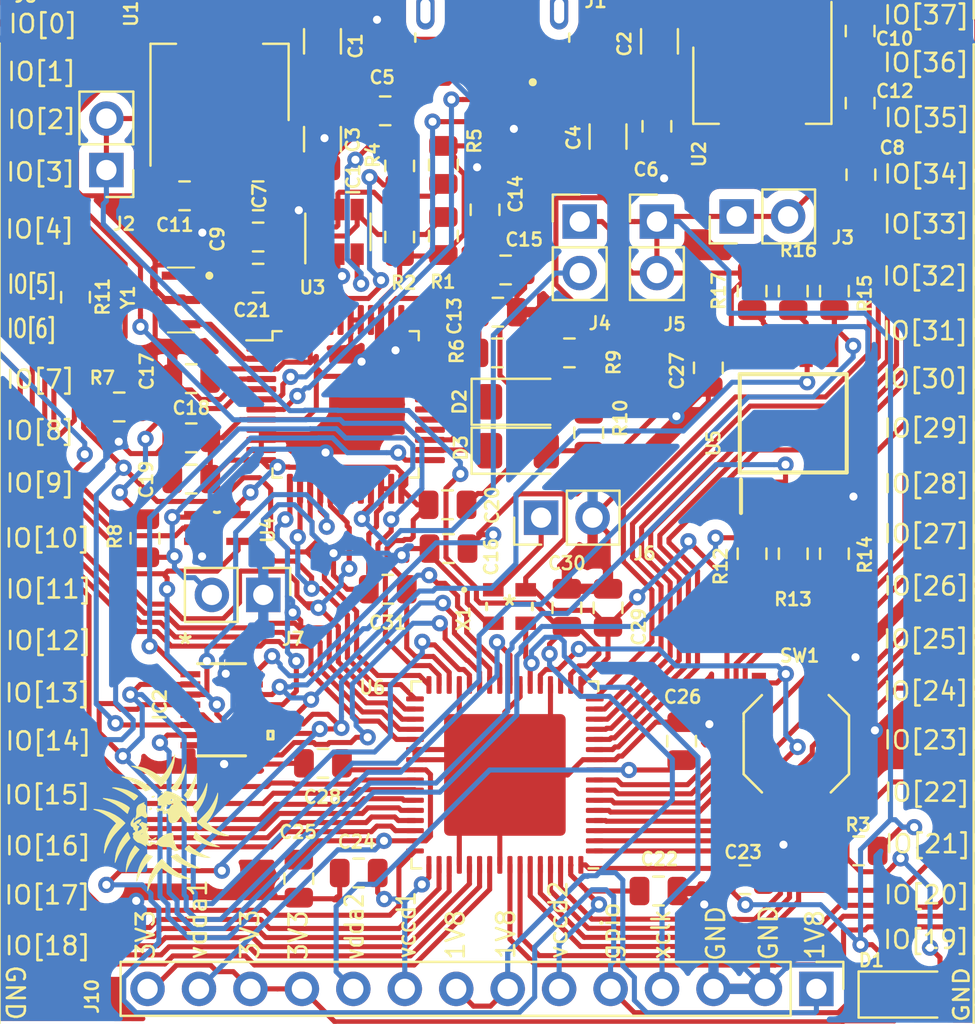
<source format=kicad_pcb>
(kicad_pcb (version 20171130) (host pcbnew "(5.1.10-1-10_14)")
  (layers (0 F.Cu signal hide) (31 B.Cu signal hide) (34 B.Paste user hide) (35 F.Paste user hide) (36 B.SilkS user hide) (37 F.SilkS user) (38 B.Mask user hide) (39 F.Mask user hide) (44 Edge.Cuts user hide))
  (net 0 "")
  (net 1 +5V)
  (net 2 GND)
  (net 3 +1V8)
  (net 4 "Net-(C13-Pad2)")
  (net 5 "Net-(C14-Pad2)")
  (net 6 "Net-(C15-Pad2)")
  (net 7 vddio)
  (net 8 vccd2)
  (net 9 vccd1)
  (net 10 vdda1)
  (net 11 vdda2)
  (net 12 "Net-(D1-Pad2)")
  (net 13 gpio)
  (net 14 "Net-(D2-Pad2)")
  (net 15 "Net-(D2-Pad1)")
  (net 16 "Net-(D3-Pad2)")
  (net 17 "Net-(D3-Pad1)")
  (net 18 FTDI_D-)
  (net 19 FTDI_D+)
  (net 20 EECS)
  (net 21 EECLK)
  (net 22 "Net-(IC1-Pad3)")
  (net 23 EEDATA)
  (net 24 Caravel_SCK)
  (net 25 USB_SCK_TXD)
  (net 26 Caravel_D0)
  (net 27 USB_SO_RXD)
  (net 28 USB_SI)
  (net 29 Caravel_D1)
  (net 30 USB_CS1)
  (net 31 Caravel_CSB)
  (net 32 TMUX_SEL)
  (net 33 "Net-(J6-Pad1)")
  (net 34 TXD_EN)
  (net 35 mprj_io[18])
  (net 36 mprj_io[17])
  (net 37 mprj_io[16])
  (net 38 mprj_io[15])
  (net 39 mprj_io[14])
  (net 40 mprj_io[13])
  (net 41 mprj_io[12])
  (net 42 mprj_io[11])
  (net 43 mprj_io[10])
  (net 44 mprj_io[9])
  (net 45 mprj_io[8])
  (net 46 mprj_io[7])
  (net 47 mprj_io[6]_ser_tx)
  (net 48 mprj_io[5]_ser_rx)
  (net 49 USB_CS2)
  (net 50 mprj_io[0])
  (net 51 mprj_io[37])
  (net 52 mprj_io[36])
  (net 53 mprj_io[35])
  (net 54 mprj_io[34])
  (net 55 mprj_io[33])
  (net 56 mprj_io[32])
  (net 57 mprj_io[31])
  (net 58 mprj_io[30])
  (net 59 mprj_io[29])
  (net 60 mprj_io[28])
  (net 61 mprj_io[27])
  (net 62 mprj_io[26])
  (net 63 mprj_io[25])
  (net 64 mprj_io[24])
  (net 65 mprj_io[23])
  (net 66 mprj_io[22])
  (net 67 mprj_io[21])
  (net 68 mprj_io[20])
  (net 69 mprj_io[19])
  (net 70 xclk)
  (net 71 "Net-(R7-Pad2)")
  (net 72 "Net-(R14-Pad1)")
  (net 73 "Net-(R17-Pad1)")
  (net 74 ~RST)
  (net 75 "Net-(U3-Pad2)")
  (net 76 "Net-(U3-Pad1)")
  (net 77 "Net-(J1-Pad6)")
  (net 78 "Net-(J1-Pad4)")
  (net 79 "Net-(U3-Pad33)")
  (net 80 "Net-(U3-Pad32)")
  (net 81 "Net-(U3-Pad31)")
  (net 82 "Net-(U3-Pad30)")
  (net 83 "Net-(U3-Pad29)")
  (net 84 "Net-(U3-Pad28)")
  (net 85 "Net-(U3-Pad20)")
  (net 86 "Net-(U3-Pad19)")
  (net 87 "Net-(U3-Pad18)")
  (net 88 "Net-(U6-Pad19)")
  (module striVe_foot_prints:logo (layer F.Cu) (at 118.999 115.7605)
    (fp_text reference T1 hide)
    (fp_text value Logo hide)
  )
  (module Connector_PinHeader_2.54mm:PinHeader_1x14_P2.54mm_Vertical (layer F.Cu) (at 151.384 123.952 270)
    (fp_text reference J10 (at 0.3683 35.7632 90) (layer F.SilkS) (effects (font (size 0.635 0.635) (thickness 0.127))))
    (fp_text value Conn_01x14_Female)
    (pad 14 thru_hole oval (at 0 33.02 270) (size 1.7 1.7) (drill 1) (layers *.Cu *.Mask) (net 7 vddio))
    (pad 13 thru_hole oval (at 0 30.48 270) (size 1.7 1.7) (drill 1) (layers *.Cu *.Mask) (net 10 vdda1))
    (pad 12 thru_hole oval (at 0 27.94 270) (size 1.7 1.7) (drill 1) (layers *.Cu *.Mask) (net 7 vddio))
    (pad 11 thru_hole oval (at 0 25.4 270) (size 1.7 1.7) (drill 1) (layers *.Cu *.Mask) (net 7 vddio))
    (pad 10 thru_hole oval (at 0 22.86 270) (size 1.7 1.7) (drill 1) (layers *.Cu *.Mask) (net 11 vdda2))
    (pad 9 thru_hole oval (at 0 20.32 270) (size 1.7 1.7) (drill 1) (layers *.Cu *.Mask) (net 9 vccd1))
    (pad 8 thru_hole oval (at 0 17.78 270) (size 1.7 1.7) (drill 1) (layers *.Cu *.Mask) (net 3 +1V8))
    (pad 7 thru_hole oval (at 0 15.24 270) (size 1.7 1.7) (drill 1) (layers *.Cu *.Mask) (net 3 +1V8))
    (pad 6 thru_hole oval (at 0 12.7 270) (size 1.7 1.7) (drill 1) (layers *.Cu *.Mask) (net 8 vccd2))
    (pad 5 thru_hole oval (at 0 10.16 270) (size 1.7 1.7) (drill 1) (layers *.Cu *.Mask) (net 13 gpio))
    (pad 4 thru_hole oval (at 0 7.62 270) (size 1.7 1.7) (drill 1) (layers *.Cu *.Mask) (net 70 xclk))
    (pad 3 thru_hole oval (at 0 5.08 270) (size 1.7 1.7) (drill 1) (layers *.Cu *.Mask) (net 2 GND))
    (pad 2 thru_hole oval (at 0 2.54 270) (size 1.7 1.7) (drill 1) (layers *.Cu *.Mask) (net 2 GND))
    (pad 1 thru_hole rect (at 0 0 270) (size 1.7 1.7) (drill 1) (layers *.Cu *.Mask) (net 3 +1V8))
  )
  (module Connector_PinHeader_2.54mm:PinHeader_1x20_P2.54mm_Vertical (layer F.Cu) (at 160.4772 76.0984)
    (fp_text reference J9 (at -2.1844 -1.3589) (layer F.SilkS) (effects (font (size 0.635 0.635) (thickness 0.127))))
    (fp_text value Conn_01x20_Female)
    (pad 20 thru_hole oval (at 0 48.26) (size 1.7 1.7) (drill 1) (layers *.Cu *.Mask) (net 2 GND))
    (pad 19 thru_hole oval (at 0 45.72) (size 1.7 1.7) (drill 1) (layers *.Cu *.Mask) (net 69 mprj_io[19]))
    (pad 18 thru_hole oval (at 0 43.18) (size 1.7 1.7) (drill 1) (layers *.Cu *.Mask) (net 68 mprj_io[20]))
    (pad 17 thru_hole oval (at 0 40.64) (size 1.7 1.7) (drill 1) (layers *.Cu *.Mask) (net 67 mprj_io[21]))
    (pad 16 thru_hole oval (at 0 38.1) (size 1.7 1.7) (drill 1) (layers *.Cu *.Mask) (net 66 mprj_io[22]))
    (pad 15 thru_hole oval (at 0 35.56) (size 1.7 1.7) (drill 1) (layers *.Cu *.Mask) (net 65 mprj_io[23]))
    (pad 14 thru_hole oval (at 0 33.02) (size 1.7 1.7) (drill 1) (layers *.Cu *.Mask) (net 64 mprj_io[24]))
    (pad 13 thru_hole oval (at 0 30.48) (size 1.7 1.7) (drill 1) (layers *.Cu *.Mask) (net 63 mprj_io[25]))
    (pad 12 thru_hole oval (at 0 27.94) (size 1.7 1.7) (drill 1) (layers *.Cu *.Mask) (net 62 mprj_io[26]))
    (pad 11 thru_hole oval (at 0 25.4) (size 1.7 1.7) (drill 1) (layers *.Cu *.Mask) (net 61 mprj_io[27]))
    (pad 10 thru_hole oval (at 0 22.86) (size 1.7 1.7) (drill 1) (layers *.Cu *.Mask) (net 60 mprj_io[28]))
    (pad 9 thru_hole oval (at 0 20.32) (size 1.7 1.7) (drill 1) (layers *.Cu *.Mask) (net 59 mprj_io[29]))
    (pad 8 thru_hole oval (at 0 17.78) (size 1.7 1.7) (drill 1) (layers *.Cu *.Mask) (net 58 mprj_io[30]))
    (pad 7 thru_hole oval (at 0 15.24) (size 1.7 1.7) (drill 1) (layers *.Cu *.Mask) (net 57 mprj_io[31]))
    (pad 6 thru_hole oval (at 0 12.7) (size 1.7 1.7) (drill 1) (layers *.Cu *.Mask) (net 56 mprj_io[32]))
    (pad 5 thru_hole oval (at 0 10.16) (size 1.7 1.7) (drill 1) (layers *.Cu *.Mask) (net 55 mprj_io[33]))
    (pad 4 thru_hole oval (at 0 7.62) (size 1.7 1.7) (drill 1) (layers *.Cu *.Mask) (net 54 mprj_io[34]))
    (pad 3 thru_hole oval (at 0 5.08) (size 1.7 1.7) (drill 1) (layers *.Cu *.Mask) (net 53 mprj_io[35]))
    (pad 2 thru_hole oval (at 0 2.54) (size 1.7 1.7) (drill 1) (layers *.Cu *.Mask) (net 52 mprj_io[36]))
    (pad 1 thru_hole rect (at 0 0) (size 1.7 1.7) (drill 1) (layers *.Cu *.Mask) (net 51 mprj_io[37]))
  )
  (module Connector_PinHeader_2.54mm:PinHeader_1x20_P2.54mm_Vertical (layer F.Cu) (at 109.728 76.0476)
    (fp_text reference J8 (at 2.6289 -1.0795) (layer F.SilkS) (effects (font (size 0.635 0.635) (thickness 0.127))))
    (fp_text value Conn_01x20_Female)
    (pad 20 thru_hole oval (at 0 48.26) (size 1.7 1.7) (drill 1) (layers *.Cu *.Mask) (net 2 GND))
    (pad 19 thru_hole oval (at 0 45.72) (size 1.7 1.7) (drill 1) (layers *.Cu *.Mask) (net 35 mprj_io[18]))
    (pad 18 thru_hole oval (at 0 43.18) (size 1.7 1.7) (drill 1) (layers *.Cu *.Mask) (net 36 mprj_io[17]))
    (pad 17 thru_hole oval (at 0 40.64) (size 1.7 1.7) (drill 1) (layers *.Cu *.Mask) (net 37 mprj_io[16]))
    (pad 16 thru_hole oval (at 0 38.1) (size 1.7 1.7) (drill 1) (layers *.Cu *.Mask) (net 38 mprj_io[15]))
    (pad 15 thru_hole oval (at 0 35.56) (size 1.7 1.7) (drill 1) (layers *.Cu *.Mask) (net 39 mprj_io[14]))
    (pad 14 thru_hole oval (at 0 33.02) (size 1.7 1.7) (drill 1) (layers *.Cu *.Mask) (net 40 mprj_io[13]))
    (pad 13 thru_hole oval (at 0 30.48) (size 1.7 1.7) (drill 1) (layers *.Cu *.Mask) (net 41 mprj_io[12]))
    (pad 12 thru_hole oval (at 0 27.94) (size 1.7 1.7) (drill 1) (layers *.Cu *.Mask) (net 42 mprj_io[11]))
    (pad 11 thru_hole oval (at 0 25.4) (size 1.7 1.7) (drill 1) (layers *.Cu *.Mask) (net 43 mprj_io[10]))
    (pad 10 thru_hole oval (at 0 22.86) (size 1.7 1.7) (drill 1) (layers *.Cu *.Mask) (net 44 mprj_io[9]))
    (pad 9 thru_hole oval (at 0 20.32) (size 1.7 1.7) (drill 1) (layers *.Cu *.Mask) (net 45 mprj_io[8]))
    (pad 8 thru_hole oval (at 0 17.78) (size 1.7 1.7) (drill 1) (layers *.Cu *.Mask) (net 46 mprj_io[7]))
    (pad 7 thru_hole oval (at 0 15.24) (size 1.7 1.7) (drill 1) (layers *.Cu *.Mask) (net 47 mprj_io[6]_ser_tx))
    (pad 6 thru_hole oval (at 0 12.7) (size 1.7 1.7) (drill 1) (layers *.Cu *.Mask) (net 48 mprj_io[5]_ser_rx))
    (pad 5 thru_hole oval (at 0 10.16) (size 1.7 1.7) (drill 1) (layers *.Cu *.Mask) (net 25 USB_SCK_TXD))
    (pad 4 thru_hole oval (at 0 7.62) (size 1.7 1.7) (drill 1) (layers *.Cu *.Mask) (net 49 USB_CS2))
    (pad 3 thru_hole oval (at 0 5.08) (size 1.7 1.7) (drill 1) (layers *.Cu *.Mask) (net 27 USB_SO_RXD))
    (pad 2 thru_hole oval (at 0 2.54) (size 1.7 1.7) (drill 1) (layers *.Cu *.Mask) (net 28 USB_SI))
    (pad 1 thru_hole rect (at 0 0) (size 1.7 1.7) (drill 1) (layers *.Cu *.Mask) (net 50 mprj_io[0]))
  )
  (module Connector_PinHeader_2.54mm:PinHeader_1x02_P2.54mm_Vertical (layer F.Cu) (at 124.079 104.521 270)
    (fp_text reference J7 (at 2.1717 -1.4732 180) (layer F.SilkS) (effects (font (size 0.635 0.635) (thickness 0.127))))
    (fp_text value Conn_01x02_Female)
    (pad 2 thru_hole oval (at 0 2.54 270) (size 1.7 1.7) (drill 1) (layers *.Cu *.Mask) (net 34 TXD_EN))
    (pad 1 thru_hole rect (at 0 0 270) (size 1.7 1.7) (drill 1) (layers *.Cu *.Mask) (net 2 GND))
  )
  (module Capacitor_SMD:C_0805_2012Metric (layer F.Cu) (at 130.2235 104.2416 180)
    (fp_text reference C31 (at 0 -1.65) (layer F.SilkS) (effects (font (size 0.635 0.635) (thickness 0.127))))
    (fp_text value "0.1uf - CC0805KRX7R9BB104")
    (pad 2 smd roundrect (at 0.9375 0 180) (size 0.975 1.4) (layers F.Cu F.Paste F.Mask) (net 2 GND))
    (pad 1 smd roundrect (at -0.9375 0 180) (size 0.975 1.4) (layers F.Cu F.Paste F.Mask) (net 7 vddio))
  )
  (module Resistor_SMD:R_0805_2012Metric (layer F.Cu) (at 130.81 83.3605 270)
    (fp_text reference R4 (at -0.5311 1.3208 90) (layer F.SilkS) (effects (font (size 0.635 0.635) (thickness 0.127))))
    (fp_text value "2K - CR0805J80202G")
    (pad 2 smd roundrect (at 0.9375 0 270) (size 0.975 1.4) (layers F.Cu F.Paste F.Mask) (net 23 EEDATA))
    (pad 1 smd roundrect (at -0.9375 0 270) (size 0.975 1.4) (layers F.Cu F.Paste F.Mask) (net 22 "Net-(IC1-Pad3)"))
  )
  (module striVe_foot_prints:CSTNE12M0GH5L000R0 (layer F.Cu) (at 120.015 89.973 90)
    (fp_text reference Y1 (at 0.1332 -2.6162 90) (layer F.SilkS) (effects (font (size 0.635 0.635) (thickness 0.127))))
    (fp_text value CSTNE12M0GH5L000R0 hide)
    (pad 3 smd rect (at -1.2 0 90) (size 0.4 1.9) (layers F.Cu F.Paste F.Mask) (net 75 "Net-(U3-Pad2)"))
    (pad 2 smd rect (at 0 0 90) (size 0.4 1.9) (layers F.Cu F.Paste F.Mask) (net 2 GND))
    (pad 1 smd rect (at 1.2 0 90) (size 0.4 1.9) (layers F.Cu F.Paste F.Mask) (net 76 "Net-(U3-Pad1)"))
  )
  (module striVe_foot_prints:DSC6001JE1A-010.0000 (layer F.Cu) (at 136.2329 105.0925)
    (fp_text reference X1 (at -2.2733 0.5969 90) (layer F.SilkS) (effects (font (size 0.635 0.635) (thickness 0.127))))
    (fp_text value DSC6001_10MHZ)
    (fp_text user * (at 0 0) (layer F.SilkS))
    (pad 4 smd rect (at 0.8001 -0.8255) (size 1.016 0.6604) (layers F.Cu F.Paste F.Mask) (net 7 vddio))
    (pad 3 smd rect (at 0.8001 0.8255) (size 1.016 0.6604) (layers F.Cu F.Paste F.Mask) (net 70 xclk))
    (pad 2 smd rect (at -0.8001 0.8255) (size 1.016 0.6604) (layers F.Cu F.Paste F.Mask) (net 2 GND))
    (pad 1 smd rect (at -0.8001 -0.8255) (size 1.016 0.6604) (layers F.Cu F.Paste F.Mask) (net 33 "Net-(J6-Pad1)"))
  )
  (module Package_DFN_QFN:QFN-64-1EP_9x9mm_P0.5mm_EP6x6mm (layer F.Cu) (at 136.005 113.399 180)
    (fp_text reference U6 (at 6.5412 4.306) (layer F.SilkS) (effects (font (size 0.635 0.635) (thickness 0.127))))
    (fp_text value Caravel)
    (pad 64 smd roundrect (at -3.75 -4.4375 180) (size 0.25 0.875) (layers F.Cu F.Paste F.Mask) (net 7 vddio))
    (pad 63 smd roundrect (at -3.25 -4.4375 180) (size 0.25 0.875) (layers F.Cu F.Paste F.Mask) (net 8 vccd2))
    (pad 62 smd roundrect (at -2.75 -4.4375 180) (size 0.25 0.875) (layers F.Cu F.Paste F.Mask) (net 64 mprj_io[24]))
    (pad 61 smd roundrect (at -2.25 -4.4375 180) (size 0.25 0.875) (layers F.Cu F.Paste F.Mask) (net 65 mprj_io[23]))
    (pad 60 smd roundrect (at -1.75 -4.4375 180) (size 0.25 0.875) (layers F.Cu F.Paste F.Mask) (net 66 mprj_io[22]))
    (pad 59 smd roundrect (at -1.25 -4.4375 180) (size 0.25 0.875) (layers F.Cu F.Paste F.Mask) (net 67 mprj_io[21]))
    (pad 58 smd roundrect (at -0.75 -4.4375 180) (size 0.25 0.875) (layers F.Cu F.Paste F.Mask) (net 68 mprj_io[20]))
    (pad 57 smd roundrect (at -0.25 -4.4375 180) (size 0.25 0.875) (layers F.Cu F.Paste F.Mask) (net 69 mprj_io[19]))
    (pad 56 smd roundrect (at 0.25 -4.4375 180) (size 0.25 0.875) (layers F.Cu F.Paste F.Mask) (net 2 GND))
    (pad 55 smd roundrect (at 0.75 -4.4375 180) (size 0.25 0.875) (layers F.Cu F.Paste F.Mask) (net 35 mprj_io[18]))
    (pad 54 smd roundrect (at 1.25 -4.4375 180) (size 0.25 0.875) (layers F.Cu F.Paste F.Mask) (net 36 mprj_io[17]))
    (pad 53 smd roundrect (at 1.75 -4.4375 180) (size 0.25 0.875) (layers F.Cu F.Paste F.Mask) (net 37 mprj_io[16]))
    (pad 52 smd roundrect (at 2.25 -4.4375 180) (size 0.25 0.875) (layers F.Cu F.Paste F.Mask) (net 2 GND))
    (pad 51 smd roundrect (at 2.75 -4.4375 180) (size 0.25 0.875) (layers F.Cu F.Paste F.Mask) (net 38 mprj_io[15]))
    (pad 50 smd roundrect (at 3.25 -4.4375 180) (size 0.25 0.875) (layers F.Cu F.Paste F.Mask) (net 39 mprj_io[14]))
    (pad 49 smd roundrect (at 3.75 -4.4375 180) (size 0.25 0.875) (layers F.Cu F.Paste F.Mask) (net 9 vccd1))
    (pad 48 smd roundrect (at 4.4375 -3.75 180) (size 0.875 0.25) (layers F.Cu F.Paste F.Mask) (net 40 mprj_io[13]))
    (pad 47 smd roundrect (at 4.4375 -3.25 180) (size 0.875 0.25) (layers F.Cu F.Paste F.Mask) (net 10 vdda1))
    (pad 46 smd roundrect (at 4.4375 -2.75 180) (size 0.875 0.25) (layers F.Cu F.Paste F.Mask) (net 41 mprj_io[12]))
    (pad 45 smd roundrect (at 4.4375 -2.25 180) (size 0.875 0.25) (layers F.Cu F.Paste F.Mask) (net 42 mprj_io[11]))
    (pad 44 smd roundrect (at 4.4375 -1.75 180) (size 0.875 0.25) (layers F.Cu F.Paste F.Mask) (net 43 mprj_io[10]))
    (pad 43 smd roundrect (at 4.4375 -1.25 180) (size 0.875 0.25) (layers F.Cu F.Paste F.Mask) (net 44 mprj_io[9]))
    (pad 42 smd roundrect (at 4.4375 -0.75 180) (size 0.875 0.25) (layers F.Cu F.Paste F.Mask) (net 45 mprj_io[8]))
    (pad 41 smd roundrect (at 4.4375 -0.25 180) (size 0.875 0.25) (layers F.Cu F.Paste F.Mask) (net 46 mprj_io[7]))
    (pad 40 smd roundrect (at 4.4375 0.25 180) (size 0.875 0.25) (layers F.Cu F.Paste F.Mask) (net 10 vdda1))
    (pad 39 smd roundrect (at 4.4375 0.75 180) (size 0.875 0.25) (layers F.Cu F.Paste F.Mask) (net 2 GND))
    (pad 38 smd roundrect (at 4.4375 1.25 180) (size 0.875 0.25) (layers F.Cu F.Paste F.Mask) (net 2 GND))
    (pad 37 smd roundrect (at 4.4375 1.75 180) (size 0.875 0.25) (layers F.Cu F.Paste F.Mask) (net 47 mprj_io[6]_ser_tx))
    (pad 36 smd roundrect (at 4.4375 2.25 180) (size 0.875 0.25) (layers F.Cu F.Paste F.Mask) (net 48 mprj_io[5]_ser_rx))
    (pad 35 smd roundrect (at 4.4375 2.75 180) (size 0.875 0.25) (layers F.Cu F.Paste F.Mask) (net 25 USB_SCK_TXD))
    (pad 34 smd roundrect (at 4.4375 3.25 180) (size 0.875 0.25) (layers F.Cu F.Paste F.Mask) (net 49 USB_CS2))
    (pad 33 smd roundrect (at 4.4375 3.75 180) (size 0.875 0.25) (layers F.Cu F.Paste F.Mask) (net 27 USB_SO_RXD))
    (pad 32 smd roundrect (at 3.75 4.4375 180) (size 0.25 0.875) (layers F.Cu F.Paste F.Mask) (net 28 USB_SI))
    (pad 31 smd roundrect (at 3.25 4.4375 180) (size 0.25 0.875) (layers F.Cu F.Paste F.Mask) (net 50 mprj_io[0]))
    (pad 30 smd roundrect (at 2.75 4.4375 180) (size 0.25 0.875) (layers F.Cu F.Paste F.Mask) (net 7 vddio))
    (pad 29 smd roundrect (at 2.25 4.4375 180) (size 0.25 0.875) (layers F.Cu F.Paste F.Mask) (net 2 GND))
    (pad 28 smd roundrect (at 1.75 4.4375 180) (size 0.25 0.875) (layers F.Cu F.Paste F.Mask) (net 13 gpio))
    (pad 27 smd roundrect (at 1.25 4.4375 180) (size 0.25 0.875) (layers F.Cu F.Paste F.Mask) (net 29 Caravel_D1))
    (pad 26 smd roundrect (at 0.75 4.4375 180) (size 0.25 0.875) (layers F.Cu F.Paste F.Mask) (net 26 Caravel_D0))
    (pad 25 smd roundrect (at 0.25 4.4375 180) (size 0.25 0.875) (layers F.Cu F.Paste F.Mask) (net 24 Caravel_SCK))
    (pad 24 smd roundrect (at -0.25 4.4375 180) (size 0.25 0.875) (layers F.Cu F.Paste F.Mask) (net 31 Caravel_CSB))
    (pad 23 smd roundrect (at -0.75 4.4375 180) (size 0.25 0.875) (layers F.Cu F.Paste F.Mask) (net 2 GND))
    (pad 22 smd roundrect (at -1.25 4.4375 180) (size 0.25 0.875) (layers F.Cu F.Paste F.Mask) (net 70 xclk))
    (pad 21 smd roundrect (at -1.75 4.4375 180) (size 0.25 0.875) (layers F.Cu F.Paste F.Mask) (net 74 ~RST))
    (pad 20 smd roundrect (at -2.25 4.4375 180) (size 0.25 0.875) (layers F.Cu F.Paste F.Mask) (net 2 GND))
    (pad 19 smd roundrect (at -2.75 4.4375 180) (size 0.25 0.875) (layers F.Cu F.Paste F.Mask) (net 88 "Net-(U6-Pad19)"))
    (pad 18 smd roundrect (at -3.25 4.4375 180) (size 0.25 0.875) (layers F.Cu F.Paste F.Mask) (net 3 +1V8))
    (pad 17 smd roundrect (at -3.75 4.4375 180) (size 0.25 0.875) (layers F.Cu F.Paste F.Mask) (net 7 vddio))
    (pad 16 smd roundrect (at -4.4375 3.75 180) (size 0.875 0.25) (layers F.Cu F.Paste F.Mask) (net 51 mprj_io[37]))
    (pad 15 smd roundrect (at -4.4375 3.25 180) (size 0.875 0.25) (layers F.Cu F.Paste F.Mask) (net 52 mprj_io[36]))
    (pad 14 smd roundrect (at -4.4375 2.75 180) (size 0.875 0.25) (layers F.Cu F.Paste F.Mask) (net 53 mprj_io[35]))
    (pad 13 smd roundrect (at -4.4375 2.25 180) (size 0.875 0.25) (layers F.Cu F.Paste F.Mask) (net 54 mprj_io[34]))
    (pad 12 smd roundrect (at -4.4375 1.75 180) (size 0.875 0.25) (layers F.Cu F.Paste F.Mask) (net 55 mprj_io[33]))
    (pad 11 smd roundrect (at -4.4375 1.25 180) (size 0.875 0.25) (layers F.Cu F.Paste F.Mask) (net 56 mprj_io[32]))
    (pad 10 smd roundrect (at -4.4375 0.75 180) (size 0.875 0.25) (layers F.Cu F.Paste F.Mask) (net 2 GND))
    (pad 9 smd roundrect (at -4.4375 0.25 180) (size 0.875 0.25) (layers F.Cu F.Paste F.Mask) (net 11 vdda2))
    (pad 8 smd roundrect (at -4.4375 -0.25 180) (size 0.875 0.25) (layers F.Cu F.Paste F.Mask) (net 57 mprj_io[31]))
    (pad 7 smd roundrect (at -4.4375 -0.75 180) (size 0.875 0.25) (layers F.Cu F.Paste F.Mask) (net 58 mprj_io[30]))
    (pad 6 smd roundrect (at -4.4375 -1.25 180) (size 0.875 0.25) (layers F.Cu F.Paste F.Mask) (net 59 mprj_io[29]))
    (pad 5 smd roundrect (at -4.4375 -1.75 180) (size 0.875 0.25) (layers F.Cu F.Paste F.Mask) (net 60 mprj_io[28]))
    (pad 4 smd roundrect (at -4.4375 -2.25 180) (size 0.875 0.25) (layers F.Cu F.Paste F.Mask) (net 61 mprj_io[27]))
    (pad 3 smd roundrect (at -4.4375 -2.75 180) (size 0.875 0.25) (layers F.Cu F.Paste F.Mask) (net 62 mprj_io[26]))
    (pad 2 smd roundrect (at -4.4375 -3.25 180) (size 0.875 0.25) (layers F.Cu F.Paste F.Mask) (net 63 mprj_io[25]))
    (pad 1 smd roundrect (at -4.4375 -3.75 180) (size 0.875 0.25) (layers F.Cu F.Paste F.Mask) (net 2 GND))
    (pad 65 smd roundrect (at 0 0 180) (size 6 6) (layers F.Cu F.Mask) (roundrect_rratio 0.041667) (net 2 GND))
  )
  (module striVe_foot_prints:SOIC127P790X216-8N (layer F.Cu) (at 150.241 96.056 90)
    (fp_text reference U5 (at -0.9847 -3.937 90) (layer F.SilkS) (effects (font (size 0.635 0.635) (thickness 0.127))))
    (fp_text value W25Q32FVSS hide)
    (pad 8 smd rect (at 3.6 -1.905 180) (size 0.65 1.65) (layers F.Cu F.Paste F.Mask) (net 7 vddio))
    (pad 7 smd rect (at 3.6 -0.635 180) (size 0.65 1.65) (layers F.Cu F.Paste F.Mask) (net 73 "Net-(R17-Pad1)"))
    (pad 6 smd rect (at 3.6 0.635 180) (size 0.65 1.65) (layers F.Cu F.Paste F.Mask) (net 24 Caravel_SCK))
    (pad 5 smd rect (at 3.6 1.905 180) (size 0.65 1.65) (layers F.Cu F.Paste F.Mask) (net 26 Caravel_D0))
    (pad 4 smd rect (at -3.6 1.905 180) (size 0.65 1.65) (layers F.Cu F.Paste F.Mask) (net 2 GND))
    (pad 3 smd rect (at -3.6 0.635 180) (size 0.65 1.65) (layers F.Cu F.Paste F.Mask) (net 72 "Net-(R14-Pad1)"))
    (pad 2 smd rect (at -3.6 -0.635 180) (size 0.65 1.65) (layers F.Cu F.Paste F.Mask) (net 29 Caravel_D1))
    (pad 1 smd rect (at -3.6 -1.905 180) (size 0.65 1.65) (layers F.Cu F.Paste F.Mask) (net 31 Caravel_CSB))
  )
  (module striVe_foot_prints:SOT65P210X110-5N (layer F.Cu) (at 121.793 101.219)
    (fp_text reference U4 (at 2.5146 0.1016 90) (layer F.SilkS) (effects (font (size 0.635 0.635) (thickness 0.127))))
    (fp_text value SN74LVC1G125DCKR)
    (pad 5 smd rect (at 1.0414 -0.6604) (size 1.1684 0.3556) (layers F.Cu F.Paste F.Mask) (net 7 vddio))
    (pad 4 smd rect (at 1.0414 0.6604) (size 1.1684 0.3556) (layers F.Cu F.Paste F.Mask) (net 27 USB_SO_RXD))
    (pad 3 smd rect (at -1.0414 0.6604) (size 1.1684 0.3556) (layers F.Cu F.Paste F.Mask) (net 2 GND))
    (pad 2 smd rect (at -1.0414 0) (size 1.1684 0.3556) (layers F.Cu F.Paste F.Mask) (net 47 mprj_io[6]_ser_tx))
    (pad 1 smd rect (at -1.0414 -0.6604) (size 1.1684 0.3556) (layers F.Cu F.Paste F.Mask) (net 34 TXD_EN))
  )
  (module Package_QFP:LQFP-48_7x7mm_P0.5mm (layer F.Cu) (at 128.143 95.123)
    (fp_text reference U3 (at -1.6383 -5.7658) (layer F.SilkS) (effects (font (size 0.635 0.635) (thickness 0.127))))
    (fp_text value FT232H)
    (pad 48 smd roundrect (at -2.75 -4.1625) (size 0.3 1.475) (layers F.Cu F.Paste F.Mask) (net 2 GND))
    (pad 47 smd roundrect (at -2.25 -4.1625) (size 0.3 1.475) (layers F.Cu F.Paste F.Mask) (net 2 GND))
    (pad 46 smd roundrect (at -1.75 -4.1625) (size 0.3 1.475) (layers F.Cu F.Paste F.Mask) (net 7 vddio))
    (pad 45 smd roundrect (at -1.25 -4.1625) (size 0.3 1.475) (layers F.Cu F.Paste F.Mask) (net 20 EECS))
    (pad 44 smd roundrect (at -0.75 -4.1625) (size 0.3 1.475) (layers F.Cu F.Paste F.Mask) (net 21 EECLK))
    (pad 43 smd roundrect (at -0.25 -4.1625) (size 0.3 1.475) (layers F.Cu F.Paste F.Mask) (net 23 EEDATA))
    (pad 42 smd roundrect (at 0.25 -4.1625) (size 0.3 1.475) (layers F.Cu F.Paste F.Mask) (net 2 GND))
    (pad 41 smd roundrect (at 0.75 -4.1625) (size 0.3 1.475) (layers F.Cu F.Paste F.Mask) (net 2 GND))
    (pad 40 smd roundrect (at 1.25 -4.1625) (size 0.3 1.475) (layers F.Cu F.Paste F.Mask) (net 7 vddio))
    (pad 39 smd roundrect (at 1.75 -4.1625) (size 0.3 1.475) (layers F.Cu F.Paste F.Mask) (net 7 vddio))
    (pad 38 smd roundrect (at 2.25 -4.1625) (size 0.3 1.475) (layers F.Cu F.Paste F.Mask) (net 5 "Net-(C14-Pad2)"))
    (pad 37 smd roundrect (at 2.75 -4.1625) (size 0.3 1.475) (layers F.Cu F.Paste F.Mask) (net 6 "Net-(C15-Pad2)"))
    (pad 36 smd roundrect (at 4.1625 -2.75) (size 1.475 0.3) (layers F.Cu F.Paste F.Mask) (net 2 GND))
    (pad 35 smd roundrect (at 4.1625 -2.25) (size 1.475 0.3) (layers F.Cu F.Paste F.Mask) (net 2 GND))
    (pad 34 smd roundrect (at 4.1625 -1.75) (size 1.475 0.3) (layers F.Cu F.Paste F.Mask) (net 4 "Net-(C13-Pad2)"))
    (pad 33 smd roundrect (at 4.1625 -1.25) (size 1.475 0.3) (layers F.Cu F.Paste F.Mask) (net 79 "Net-(U3-Pad33)"))
    (pad 32 smd roundrect (at 4.1625 -0.75) (size 1.475 0.3) (layers F.Cu F.Paste F.Mask) (net 80 "Net-(U3-Pad32)"))
    (pad 31 smd roundrect (at 4.1625 -0.25) (size 1.475 0.3) (layers F.Cu F.Paste F.Mask) (net 81 "Net-(U3-Pad31)"))
    (pad 30 smd roundrect (at 4.1625 0.25) (size 1.475 0.3) (layers F.Cu F.Paste F.Mask) (net 82 "Net-(U3-Pad30)"))
    (pad 29 smd roundrect (at 4.1625 0.75) (size 1.475 0.3) (layers F.Cu F.Paste F.Mask) (net 83 "Net-(U3-Pad29)"))
    (pad 28 smd roundrect (at 4.1625 1.25) (size 1.475 0.3) (layers F.Cu F.Paste F.Mask) (net 84 "Net-(U3-Pad28)"))
    (pad 27 smd roundrect (at 4.1625 1.75) (size 1.475 0.3) (layers F.Cu F.Paste F.Mask) (net 15 "Net-(D2-Pad1)"))
    (pad 26 smd roundrect (at 4.1625 2.25) (size 1.475 0.3) (layers F.Cu F.Paste F.Mask) (net 17 "Net-(D3-Pad1)"))
    (pad 25 smd roundrect (at 4.1625 2.75) (size 1.475 0.3) (layers F.Cu F.Paste F.Mask) (net 34 TXD_EN))
    (pad 24 smd roundrect (at 2.75 4.1625) (size 0.3 1.475) (layers F.Cu F.Paste F.Mask) (net 7 vddio))
    (pad 23 smd roundrect (at 2.25 4.1625) (size 0.3 1.475) (layers F.Cu F.Paste F.Mask) (net 2 GND))
    (pad 22 smd roundrect (at 1.75 4.1625) (size 0.3 1.475) (layers F.Cu F.Paste F.Mask) (net 2 GND))
    (pad 21 smd roundrect (at 1.25 4.1625) (size 0.3 1.475) (layers F.Cu F.Paste F.Mask) (net 32 TMUX_SEL))
    (pad 20 smd roundrect (at 0.75 4.1625) (size 0.3 1.475) (layers F.Cu F.Paste F.Mask) (net 85 "Net-(U3-Pad20)"))
    (pad 19 smd roundrect (at 0.25 4.1625) (size 0.3 1.475) (layers F.Cu F.Paste F.Mask) (net 86 "Net-(U3-Pad19)"))
    (pad 18 smd roundrect (at -0.25 4.1625) (size 0.3 1.475) (layers F.Cu F.Paste F.Mask) (net 87 "Net-(U3-Pad18)"))
    (pad 17 smd roundrect (at -0.75 4.1625) (size 0.3 1.475) (layers F.Cu F.Paste F.Mask) (net 49 USB_CS2))
    (pad 16 smd roundrect (at -1.25 4.1625) (size 0.3 1.475) (layers F.Cu F.Paste F.Mask) (net 30 USB_CS1))
    (pad 15 smd roundrect (at -1.75 4.1625) (size 0.3 1.475) (layers F.Cu F.Paste F.Mask) (net 28 USB_SI))
    (pad 14 smd roundrect (at -2.25 4.1625) (size 0.3 1.475) (layers F.Cu F.Paste F.Mask) (net 27 USB_SO_RXD))
    (pad 13 smd roundrect (at -2.75 4.1625) (size 0.3 1.475) (layers F.Cu F.Paste F.Mask) (net 25 USB_SCK_TXD))
    (pad 12 smd roundrect (at -4.1625 2.75) (size 1.475 0.3) (layers F.Cu F.Paste F.Mask) (net 7 vddio))
    (pad 11 smd roundrect (at -4.1625 2.25) (size 1.475 0.3) (layers F.Cu F.Paste F.Mask) (net 2 GND))
    (pad 10 smd roundrect (at -4.1625 1.75) (size 1.475 0.3) (layers F.Cu F.Paste F.Mask) (net 2 GND))
    (pad 9 smd roundrect (at -4.1625 1.25) (size 1.475 0.3) (layers F.Cu F.Paste F.Mask) (net 2 GND))
    (pad 8 smd roundrect (at -4.1625 0.75) (size 1.475 0.3) (layers F.Cu F.Paste F.Mask) (net 7 vddio))
    (pad 7 smd roundrect (at -4.1625 0.25) (size 1.475 0.3) (layers F.Cu F.Paste F.Mask) (net 19 FTDI_D+))
    (pad 6 smd roundrect (at -4.1625 -0.25) (size 1.475 0.3) (layers F.Cu F.Paste F.Mask) (net 18 FTDI_D-))
    (pad 5 smd roundrect (at -4.1625 -0.75) (size 1.475 0.3) (layers F.Cu F.Paste F.Mask) (net 71 "Net-(R7-Pad2)"))
    (pad 4 smd roundrect (at -4.1625 -1.25) (size 1.475 0.3) (layers F.Cu F.Paste F.Mask) (net 2 GND))
    (pad 3 smd roundrect (at -4.1625 -1.75) (size 1.475 0.3) (layers F.Cu F.Paste F.Mask) (net 7 vddio))
    (pad 2 smd roundrect (at -4.1625 -2.25) (size 1.475 0.3) (layers F.Cu F.Paste F.Mask) (net 75 "Net-(U3-Pad2)"))
    (pad 1 smd roundrect (at -4.1625 -2.75) (size 1.475 0.3) (layers F.Cu F.Paste F.Mask) (net 76 "Net-(U3-Pad1)"))
  )
  (module Package_TO_SOT_SMD:SOT-223 (layer F.Cu) (at 148.717 79.375 270)
    (fp_text reference U2 (at 3.4036 3.1242 270) (layer F.SilkS) (effects (font (size 0.635 0.635) (thickness 0.127))))
    (fp_text value AZ1117-3.3)
    (pad 1 smd rect (at -3.15 -2.3 270) (size 2 1.5) (layers F.Cu F.Paste F.Mask) (net 2 GND))
    (pad 3 smd rect (at -3.15 2.3 270) (size 2 1.5) (layers F.Cu F.Paste F.Mask) (net 1 +5V))
    (pad 2 smd rect (at -3.15 0 270) (size 2 1.5) (layers F.Cu F.Paste F.Mask) (net 7 vddio))
    (pad 4 smd rect (at 3.15 0 270) (size 2 3.8) (layers F.Cu F.Paste F.Mask))
  )
  (module Package_TO_SOT_SMD:SOT-223 (layer F.Cu) (at 121.92 79.248 90)
    (fp_text reference U1 (at 3.3909 -4.3688 90) (layer F.SilkS) (effects (font (size 0.635 0.635) (thickness 0.127))))
    (fp_text value AZ1117CH-1.8TRG1)
    (pad 1 smd rect (at -3.15 -2.3 90) (size 2 1.5) (layers F.Cu F.Paste F.Mask) (net 2 GND))
    (pad 3 smd rect (at -3.15 2.3 90) (size 2 1.5) (layers F.Cu F.Paste F.Mask) (net 1 +5V))
    (pad 2 smd rect (at -3.15 0 90) (size 2 1.5) (layers F.Cu F.Paste F.Mask) (net 3 +1V8))
    (pad 4 smd rect (at 3.15 0 90) (size 2 3.8) (layers F.Cu F.Paste F.Mask))
  )
  (module striVe_foot_prints:SW4-SMD-5.2X5.2X1.5MM (layer F.Cu) (at 150.3934 111.8616 270)
    (fp_text reference SW1 (at -4.3434 -0.1651 180) (layer F.SilkS) (effects (font (size 0.635 0.635) (thickness 0.127))))
    (fp_text value "SW_Push - SKQGADE010")
    (pad 1 smd rect (at 3 1.85 270) (size 1 0.7) (layers F.Cu F.Paste F.Mask) (net 74 ~RST))
    (pad 1 smd rect (at -3 1.85 270) (size 1 0.7) (layers F.Cu F.Paste F.Mask) (net 74 ~RST))
    (pad 2 smd rect (at 3 -1.85 270) (size 1 0.7) (layers F.Cu F.Paste F.Mask) (net 2 GND))
    (pad 2 smd rect (at -3 -1.85 270) (size 1 0.7) (layers F.Cu F.Paste F.Mask) (net 2 GND))
  )
  (module Resistor_SMD:R_0805_2012Metric (layer F.Cu) (at 148.209 89.535 90)
    (fp_text reference R17 (at 0 -1.65 90) (layer F.SilkS) (effects (font (size 0.635 0.635) (thickness 0.127))))
    (fp_text value "10k - RC0805FR-0710KL")
    (pad 2 smd roundrect (at 0.9375 0 90) (size 0.975 1.4) (layers F.Cu F.Paste F.Mask) (net 7 vddio))
    (pad 1 smd roundrect (at -0.9375 0 90) (size 0.975 1.4) (layers F.Cu F.Paste F.Mask) (net 73 "Net-(R17-Pad1)"))
  )
  (module Resistor_SMD:R_0805_2012Metric (layer F.Cu) (at 150.241 89.535 90)
    (fp_text reference R16 (at 2.0193 0.254 180) (layer F.SilkS) (effects (font (size 0.635 0.635) (thickness 0.127))))
    (fp_text value "10k - RC0805FR-0710KL")
    (pad 2 smd roundrect (at 0.9375 0 90) (size 0.975 1.4) (layers F.Cu F.Paste F.Mask) (net 7 vddio))
    (pad 1 smd roundrect (at -0.9375 0 90) (size 0.975 1.4) (layers F.Cu F.Paste F.Mask) (net 24 Caravel_SCK))
  )
  (module Resistor_SMD:R_0805_2012Metric (layer F.Cu) (at 152.273 89.535 90)
    (fp_text reference R15 (at -0.1143 1.4986 90) (layer F.SilkS) (effects (font (size 0.635 0.635) (thickness 0.127))))
    (fp_text value "10k - RC0805FR-0710KL")
    (pad 2 smd roundrect (at 0.9375 0 90) (size 0.975 1.4) (layers F.Cu F.Paste F.Mask) (net 7 vddio))
    (pad 1 smd roundrect (at -0.9375 0 90) (size 0.975 1.4) (layers F.Cu F.Paste F.Mask) (net 26 Caravel_D0))
  )
  (module Resistor_SMD:R_0805_2012Metric (layer F.Cu) (at 152.273 102.489 270)
    (fp_text reference R14 (at 0.0508 -1.5113 90) (layer F.SilkS) (effects (font (size 0.635 0.635) (thickness 0.127))))
    (fp_text value "10k - RC0805FR-0710KL")
    (pad 2 smd roundrect (at 0.9375 0 270) (size 0.975 1.4) (layers F.Cu F.Paste F.Mask) (net 7 vddio))
    (pad 1 smd roundrect (at -0.9375 0 270) (size 0.975 1.4) (layers F.Cu F.Paste F.Mask) (net 72 "Net-(R14-Pad1)"))
  )
  (module Resistor_SMD:R_0805_2012Metric (layer F.Cu) (at 150.241 102.489 270)
    (fp_text reference R13 (at 2.2479 0.0127 180) (layer F.SilkS) (effects (font (size 0.635 0.635) (thickness 0.127))))
    (fp_text value "10k - RC0805FR-0710KL")
    (pad 2 smd roundrect (at 0.9375 0 270) (size 0.975 1.4) (layers F.Cu F.Paste F.Mask) (net 7 vddio))
    (pad 1 smd roundrect (at -0.9375 0 270) (size 0.975 1.4) (layers F.Cu F.Paste F.Mask) (net 29 Caravel_D1))
  )
  (module Resistor_SMD:R_0805_2012Metric (layer F.Cu) (at 148.209 102.489 270)
    (fp_text reference R12 (at 0.6223 1.5494 90) (layer F.SilkS) (effects (font (size 0.635 0.635) (thickness 0.127))))
    (fp_text value "10k - RC0805FR-0710KL")
    (pad 2 smd roundrect (at 0.9375 0 270) (size 0.975 1.4) (layers F.Cu F.Paste F.Mask) (net 7 vddio))
    (pad 1 smd roundrect (at -0.9375 0 270) (size 0.975 1.4) (layers F.Cu F.Paste F.Mask) (net 31 Caravel_CSB))
  )
  (module Resistor_SMD:R_0805_2012Metric (layer F.Cu) (at 114.808 89.8375 90)
    (fp_text reference R11 (at 0.0231 1.3462 90) (layer F.SilkS) (effects (font (size 0.635 0.635) (thickness 0.127))))
    (fp_text value 0)
    (pad 2 smd roundrect (at 0.9375 0 90) (size 0.975 1.4) (layers F.Cu F.Paste F.Mask) (net 25 USB_SCK_TXD))
    (pad 1 smd roundrect (at -0.9375 0 90) (size 0.975 1.4) (layers F.Cu F.Paste F.Mask) (net 48 mprj_io[5]_ser_rx))
  )
  (module Resistor_SMD:R_0805_2012Metric (layer F.Cu) (at 140.1445 96.52 90)
    (fp_text reference R10 (at 0.7112 1.5621 90) (layer F.SilkS) (effects (font (size 0.635 0.635) (thickness 0.127))))
    (fp_text value "150 - 0805W8J0151T5E")
    (pad 2 smd roundrect (at 0.9375 0 90) (size 0.975 1.4) (layers F.Cu F.Paste F.Mask) (net 7 vddio))
    (pad 1 smd roundrect (at -0.9375 0 90) (size 0.975 1.4) (layers F.Cu F.Paste F.Mask) (net 16 "Net-(D3-Pad2)"))
  )
  (module Resistor_SMD:R_0805_2012Metric (layer F.Cu) (at 139.192 92.583 180)
    (fp_text reference R9 (at -2.1844 -0.4699 90) (layer F.SilkS) (effects (font (size 0.635 0.635) (thickness 0.127))))
    (fp_text value "150 - 0805W8J0151T5E")
    (pad 2 smd roundrect (at 0.9375 0 180) (size 0.975 1.4) (layers F.Cu F.Paste F.Mask) (net 7 vddio))
    (pad 1 smd roundrect (at -0.9375 0 180) (size 0.975 1.4) (layers F.Cu F.Paste F.Mask) (net 14 "Net-(D2-Pad2)"))
  )
  (module Resistor_SMD:R_0805_2012Metric (layer F.Cu) (at 118.237 101.727 270)
    (fp_text reference R8 (at -0.0889 1.4859 90) (layer F.SilkS) (effects (font (size 0.635 0.635) (thickness 0.127))))
    (fp_text value 10k)
    (pad 2 smd roundrect (at 0.9375 0 270) (size 0.975 1.4) (layers F.Cu F.Paste F.Mask) (net 34 TXD_EN))
    (pad 1 smd roundrect (at -0.9375 0 270) (size 0.975 1.4) (layers F.Cu F.Paste F.Mask) (net 7 vddio))
  )
  (module Resistor_SMD:R_0805_2012Metric (layer F.Cu) (at 116.967 95.25)
    (fp_text reference R7 (at -0.8382 -1.4351) (layer F.SilkS) (effects (font (size 0.635 0.635) (thickness 0.127))))
    (fp_text value "12K 1% - 0805W8F1202T5E")
    (pad 2 smd roundrect (at 0.9375 0) (size 0.975 1.4) (layers F.Cu F.Paste F.Mask) (net 71 "Net-(R7-Pad2)"))
    (pad 1 smd roundrect (at -0.9375 0) (size 0.975 1.4) (layers F.Cu F.Paste F.Mask) (net 2 GND))
  )
  (module Resistor_SMD:R_0805_2012Metric (layer F.Cu) (at 135.636 92.583)
    (fp_text reference R6 (at -2.0066 -0.0762 90) (layer F.SilkS) (effects (font (size 0.635 0.635) (thickness 0.127))))
    (fp_text value "10k - RC0805FR-0710KL")
    (pad 2 smd roundrect (at 0.9375 0) (size 0.975 1.4) (layers F.Cu F.Paste F.Mask) (net 7 vddio))
    (pad 1 smd roundrect (at -0.9375 0) (size 0.975 1.4) (layers F.Cu F.Paste F.Mask) (net 4 "Net-(C13-Pad2)"))
  )
  (module Resistor_SMD:R_0805_2012Metric (layer F.Cu) (at 132.969 83.312 270)
    (fp_text reference R5 (at -1.1811 -1.5367 90) (layer F.SilkS) (effects (font (size 0.635 0.635) (thickness 0.127))))
    (fp_text value "10k - RC0805FR-0710KL")
    (pad 2 smd roundrect (at 0.9375 0 270) (size 0.975 1.4) (layers F.Cu F.Paste F.Mask) (net 23 EEDATA))
    (pad 1 smd roundrect (at -0.9375 0 270) (size 0.975 1.4) (layers F.Cu F.Paste F.Mask) (net 7 vddio))
  )
  (module Resistor_SMD:R_0805_2012Metric (layer F.Cu) (at 153.4691 117.1448 180)
    (fp_text reference R3 (at 0.0277 1.2827) (layer F.SilkS) (effects (font (size 0.635 0.635) (thickness 0.127))))
    (fp_text value "82 - 0805W8F820JT5E")
    (pad 2 smd roundrect (at 0.9375 0 180) (size 0.975 1.4) (layers F.Cu F.Paste F.Mask) (net 12 "Net-(D1-Pad2)"))
    (pad 1 smd roundrect (at -0.9375 0 180) (size 0.975 1.4) (layers F.Cu F.Paste F.Mask) (net 7 vddio))
  )
  (module Resistor_SMD:R_0805_2012Metric (layer F.Cu) (at 130.81 86.868 270)
    (fp_text reference R2 (at 2.2606 -0.2032 180) (layer F.SilkS) (effects (font (size 0.635 0.635) (thickness 0.127))))
    (fp_text value "10k - RC0805FR-0710KL")
    (pad 2 smd roundrect (at 0.9375 0 270) (size 0.975 1.4) (layers F.Cu F.Paste F.Mask) (net 7 vddio))
    (pad 1 smd roundrect (at -0.9375 0 270) (size 0.975 1.4) (layers F.Cu F.Paste F.Mask) (net 20 EECS))
  )
  (module Resistor_SMD:R_0805_2012Metric (layer F.Cu) (at 132.969 86.8195 270)
    (fp_text reference R1 (at 2.2583 0.0254 180) (layer F.SilkS) (effects (font (size 0.635 0.635) (thickness 0.127))))
    (fp_text value "10k - RC0805FR-0710KL")
    (pad 2 smd roundrect (at 0.9375 0 270) (size 0.975 1.4) (layers F.Cu F.Paste F.Mask) (net 7 vddio))
    (pad 1 smd roundrect (at -0.9375 0 270) (size 0.975 1.4) (layers F.Cu F.Paste F.Mask) (net 21 EECLK))
  )
  (module Connector_PinHeader_2.54mm:PinHeader_1x02_P2.54mm_Vertical (layer F.Cu) (at 137.795 100.711 90)
    (fp_text reference J6 (at -1.7653 5.1054 180) (layer F.SilkS) (effects (font (size 0.635 0.635) (thickness 0.127))))
    (fp_text value Conn_01x02_Male)
    (pad 1 thru_hole rect (at 0 0 90) (size 1.7 1.7) (drill 1) (layers *.Cu *.Mask) (net 33 "Net-(J6-Pad1)"))
    (pad 2 thru_hole oval (at 0 2.54 90) (size 1.7 1.7) (drill 1) (layers *.Cu *.Mask) (net 2 GND))
  )
  (module Connector_PinHeader_2.54mm:PinHeader_1x02_P2.54mm_Vertical (layer F.Cu) (at 143.51 86.106)
    (fp_text reference J5 (at 0.8763 5.0673) (layer F.SilkS) (effects (font (size 0.635 0.635) (thickness 0.127))))
    (fp_text value Conn_01x02_Male)
    (pad 2 thru_hole oval (at 0 2.54) (size 1.7 1.7) (drill 1) (layers *.Cu *.Mask) (net 7 vddio))
    (pad 1 thru_hole rect (at 0 0) (size 1.7 1.7) (drill 1) (layers *.Cu *.Mask) (net 7 vddio))
  )
  (module Connector_PinHeader_2.54mm:PinHeader_1x02_P2.54mm_Vertical (layer F.Cu) (at 139.7 86.106)
    (fp_text reference J4 (at 0.9906 5.0165) (layer F.SilkS) (effects (font (size 0.635 0.635) (thickness 0.127))))
    (fp_text value Conn_01x02_Male)
    (pad 2 thru_hole oval (at 0 2.54) (size 1.7 1.7) (drill 1) (layers *.Cu *.Mask) (net 32 TMUX_SEL))
    (pad 1 thru_hole rect (at 0 0) (size 1.7 1.7) (drill 1) (layers *.Cu *.Mask) (net 7 vddio))
  )
  (module Connector_PinHeader_2.54mm:PinHeader_1x02_P2.54mm_Vertical (layer F.Cu) (at 147.447 85.852 90)
    (fp_text reference J3 (at -1.0414 5.2451 180) (layer F.SilkS) (effects (font (size 0.635 0.635) (thickness 0.127))))
    (fp_text value Conn_01x02_Male)
    (pad 2 thru_hole oval (at 0 2.54 90) (size 1.7 1.7) (drill 1) (layers *.Cu *.Mask) (net 7 vddio))
    (pad 1 thru_hole rect (at 0 0 90) (size 1.7 1.7) (drill 1) (layers *.Cu *.Mask) (net 7 vddio))
  )
  (module Connector_PinHeader_2.54mm:PinHeader_1x02_P2.54mm_Vertical (layer F.Cu) (at 116.332 83.566 180)
    (fp_text reference J2 (at -0.8763 -2.6543) (layer F.SilkS) (effects (font (size 0.635 0.635) (thickness 0.127))))
    (fp_text value Conn_01x02_Male)
    (pad 2 thru_hole oval (at 0 2.54 180) (size 1.7 1.7) (drill 1) (layers *.Cu *.Mask) (net 3 +1V8))
    (pad 1 thru_hole rect (at 0 0 180) (size 1.7 1.7) (drill 1) (layers *.Cu *.Mask) (net 3 +1V8))
  )
  (module striVe_foot_prints:FCI_10118193-0001LF (layer F.Cu) (at 135.382 75.733935 180)
    (fp_text reference J1 (at -5.1054 0.499135) (layer F.SilkS) (effects (font (size 0.635 0.635) (thickness 0.127))))
    (fp_text value "USB_B_Micro - 10118193-0001LF")
    (pad S6 thru_hole oval (at 3.3 0 180) (size 0.9 1.8) (drill oval 0.5 1.2) (layers *.Cu *.Mask))
    (pad S5 thru_hole oval (at -3.3 0 180) (size 0.9 1.8) (drill oval 0.5 1.2) (layers *.Cu *.Mask))
    (pad None np_thru_hole circle (at 3.3 0 180) (size 0.5 0.5) (drill 0.5) (layers *.Cu *.Mask))
    (pad None np_thru_hole circle (at -3.3 0 180) (size 0.5 0.5) (drill 0.5) (layers *.Cu *.Mask))
    (pad S3 smd rect (at 1.2 0 180) (size 1.9 1.9) (layers F.Cu F.Paste F.Mask))
    (pad S4 smd rect (at -1.2 0 180) (size 1.9 1.9) (layers F.Cu F.Paste F.Mask))
    (pad S2 smd rect (at 3.2 -2.45 180) (size 1.6 1.4) (layers F.Cu F.Paste F.Mask))
    (pad 6 smd rect (at -3.2 -2.45 180) (size 1.6 1.4) (layers F.Cu F.Paste F.Mask) (net 77 "Net-(J1-Pad6)"))
    (pad 5 smd rect (at 1.3 -2.675 180) (size 0.4 1.35) (layers F.Cu F.Paste F.Mask) (net 2 GND))
    (pad 4 smd rect (at 0.65 -2.675 180) (size 0.4 1.35) (layers F.Cu F.Paste F.Mask) (net 78 "Net-(J1-Pad4)"))
    (pad 3 smd rect (at 0 -2.675 180) (size 0.4 1.35) (layers F.Cu F.Paste F.Mask) (net 19 FTDI_D+))
    (pad 2 smd rect (at -0.65 -2.675 180) (size 0.4 1.35) (layers F.Cu F.Paste F.Mask) (net 18 FTDI_D-))
    (pad 1 smd rect (at -1.3 -2.675 180) (size 0.4 1.35) (layers F.Cu F.Paste F.Mask) (net 1 +5V))
  )
  (module striVe_foot_prints:TMUX1574DYYR (layer F.Cu) (at 122.0216 110.1852)
    (fp_text reference IC2 (at -3.048 -0.254 90) (layer F.SilkS) (effects (font (size 0.635 0.635) (thickness 0.127))))
    (fp_text value TMUX1574DYYR)
    (fp_text user * (at -1.79705 -3.1978) (layer F.SilkS))
    (fp_text user * (at -1.79705 -3.1978) (layer F.SilkS))
    (pad 16 smd rect (at 1.54305 -1.749999) (size 0.9779 0.3048) (layers F.Cu F.Paste F.Mask) (net 7 vddio))
    (pad 15 smd rect (at 1.54305 -1.25) (size 0.9779 0.3048) (layers F.Cu F.Paste F.Mask) (net 2 GND))
    (pad 14 smd rect (at 1.54305 -0.749998) (size 0.9779 0.3048) (layers F.Cu F.Paste F.Mask) (net 24 Caravel_SCK))
    (pad 13 smd rect (at 1.54305 -0.25) (size 0.9779 0.3048) (layers F.Cu F.Paste F.Mask) (net 25 USB_SCK_TXD))
    (pad 12 smd rect (at 1.54305 0.25) (size 0.9779 0.3048) (layers F.Cu F.Paste F.Mask) (net 24 Caravel_SCK))
    (pad 11 smd rect (at 1.54305 0.750001) (size 0.9779 0.3048) (layers F.Cu F.Paste F.Mask) (net 26 Caravel_D0))
    (pad 10 smd rect (at 1.54305 1.25) (size 0.9779 0.3048) (layers F.Cu F.Paste F.Mask) (net 27 USB_SO_RXD))
    (pad 9 smd rect (at 1.54305 1.750002) (size 0.9779 0.3048) (layers F.Cu F.Paste F.Mask) (net 26 Caravel_D0))
    (pad 8 smd rect (at -1.54305 1.749999) (size 0.9779 0.3048) (layers F.Cu F.Paste F.Mask) (net 2 GND))
    (pad 7 smd rect (at -1.54305 1.25) (size 0.9779 0.3048) (layers F.Cu F.Paste F.Mask) (net 29 Caravel_D1))
    (pad 6 smd rect (at -1.54305 0.749998) (size 0.9779 0.3048) (layers F.Cu F.Paste F.Mask) (net 28 USB_SI))
    (pad 5 smd rect (at -1.54305 0.25) (size 0.9779 0.3048) (layers F.Cu F.Paste F.Mask) (net 29 Caravel_D1))
    (pad 4 smd rect (at -1.54305 -0.25) (size 0.9779 0.3048) (layers F.Cu F.Paste F.Mask) (net 31 Caravel_CSB))
    (pad 3 smd rect (at -1.54305 -0.750001) (size 0.9779 0.3048) (layers F.Cu F.Paste F.Mask) (net 30 USB_CS1))
    (pad 2 smd rect (at -1.54305 -1.25) (size 0.9779 0.3048) (layers F.Cu F.Paste F.Mask) (net 31 Caravel_CSB))
    (pad 1 smd rect (at -1.54305 -1.750002) (size 0.9779 0.3048) (layers F.Cu F.Paste F.Mask) (net 32 TMUX_SEL))
  )
  (module Package_TO_SOT_SMD:SOT-23-6 (layer F.Cu) (at 127.762 86.614 90)
    (fp_text reference IC1 (at 2.5781 0.762 90) (layer F.SilkS) (effects (font (size 0.635 0.635) (thickness 0.127))))
    (fp_text value 93C56)
    (pad 5 smd rect (at 1.1 0 90) (size 1.06 0.65) (layers F.Cu F.Paste F.Mask) (net 20 EECS))
    (pad 6 smd rect (at 1.1 -0.95 90) (size 1.06 0.65) (layers F.Cu F.Paste F.Mask) (net 7 vddio))
    (pad 4 smd rect (at 1.1 0.95 90) (size 1.06 0.65) (layers F.Cu F.Paste F.Mask) (net 21 EECLK))
    (pad 3 smd rect (at -1.1 0.95 90) (size 1.06 0.65) (layers F.Cu F.Paste F.Mask) (net 22 "Net-(IC1-Pad3)"))
    (pad 2 smd rect (at -1.1 0 90) (size 1.06 0.65) (layers F.Cu F.Paste F.Mask) (net 2 GND))
    (pad 1 smd rect (at -1.1 -0.95 90) (size 1.06 0.65) (layers F.Cu F.Paste F.Mask) (net 23 EEDATA))
  )
  (module LED_SMD:LED_1206_3216Metric (layer F.Cu) (at 136.649 97.409)
    (fp_text reference D3 (at -2.8164 -0.1397 90) (layer F.SilkS) (effects (font (size 0.635 0.635) (thickness 0.127))))
    (fp_text value "LED - 17-215SURC/S530-A2/TR8")
    (pad 2 smd roundrect (at 1.4 0) (size 1.25 1.75) (layers F.Cu F.Paste F.Mask) (roundrect_rratio 0.2) (net 16 "Net-(D3-Pad2)"))
    (pad 1 smd roundrect (at -1.4 0) (size 1.25 1.75) (layers F.Cu F.Paste F.Mask) (roundrect_rratio 0.2) (net 17 "Net-(D3-Pad1)"))
  )
  (module LED_SMD:LED_1206_3216Metric (layer F.Cu) (at 136.649 94.996)
    (fp_text reference D2 (at -2.8799 0 90) (layer F.SilkS) (effects (font (size 0.635 0.635) (thickness 0.127))))
    (fp_text value "LED - 17-215SURC/S530-A2/TR8")
    (pad 2 smd roundrect (at 1.4 0) (size 1.25 1.75) (layers F.Cu F.Paste F.Mask) (roundrect_rratio 0.2) (net 14 "Net-(D2-Pad2)"))
    (pad 1 smd roundrect (at -1.4 0) (size 1.25 1.75) (layers F.Cu F.Paste F.Mask) (roundrect_rratio 0.2) (net 15 "Net-(D2-Pad1)"))
  )
  (module LED_SMD:LED_1206_3216Metric (layer F.Cu) (at 155.7528 124.2314)
    (fp_text reference D1 (at -1.654 -1.6891) (layer F.SilkS) (effects (font (size 0.635 0.635) (thickness 0.127))))
    (fp_text value "LED - 17-215SURC/S530-A2/TR8")
    (pad 2 smd roundrect (at 1.4 0) (size 1.25 1.75) (layers F.Cu F.Paste F.Mask) (roundrect_rratio 0.2) (net 12 "Net-(D1-Pad2)"))
    (pad 1 smd roundrect (at -1.4 0) (size 1.25 1.75) (layers F.Cu F.Paste F.Mask) (roundrect_rratio 0.2) (net 13 gpio))
  )
  (module Capacitor_SMD:C_0805_2012Metric (layer F.Cu) (at 139.065 105.156 270)
    (fp_text reference C30 (at -2.1971 0 180) (layer F.SilkS) (effects (font (size 0.635 0.635) (thickness 0.127))))
    (fp_text value "0.1uf - CC0805KRX7R9BB104")
    (pad 2 smd roundrect (at 0.9375 0 270) (size 0.975 1.4) (layers F.Cu F.Paste F.Mask) (net 3 +1V8))
    (pad 1 smd roundrect (at -0.9375 0 270) (size 0.975 1.4) (layers F.Cu F.Paste F.Mask) (net 2 GND))
  )
  (module Capacitor_SMD:C_0805_2012Metric (layer F.Cu) (at 141.097 105.156 270)
    (fp_text reference C29 (at 0.9398 -1.524 90) (layer F.SilkS) (effects (font (size 0.635 0.635) (thickness 0.127))))
    (fp_text value "0.1uf - CC0805KRX7R9BB104")
    (pad 2 smd roundrect (at 0.9375 0 270) (size 0.975 1.4) (layers F.Cu F.Paste F.Mask) (net 7 vddio))
    (pad 1 smd roundrect (at -0.9375 0 270) (size 0.975 1.4) (layers F.Cu F.Paste F.Mask) (net 2 GND))
  )
  (module Capacitor_SMD:C_0805_2012Metric (layer F.Cu) (at 127.0231 112.8268 180)
    (fp_text reference C28 (at 0.0231 -1.6637) (layer F.SilkS) (effects (font (size 0.635 0.635) (thickness 0.127))))
    (fp_text value "0.1uf - CC0805KRX7R9BB104")
    (pad 2 smd roundrect (at 0.9375 0 180) (size 0.975 1.4) (layers F.Cu F.Paste F.Mask) (net 2 GND))
    (pad 1 smd roundrect (at -0.9375 0 180) (size 0.975 1.4) (layers F.Cu F.Paste F.Mask) (net 10 vdda1))
  )
  (module Capacitor_SMD:C_0805_2012Metric (layer F.Cu) (at 146.05 93.3196 270)
    (fp_text reference C27 (at 0.1524 1.5494 90) (layer F.SilkS) (effects (font (size 0.635 0.635) (thickness 0.127))))
    (fp_text value "0.1uf - CC0805KRX7R9BB104")
    (pad 2 smd roundrect (at 0.9375 0 270) (size 0.975 1.4) (layers F.Cu F.Paste F.Mask) (net 2 GND))
    (pad 1 smd roundrect (at -0.9375 0 270) (size 0.975 1.4) (layers F.Cu F.Paste F.Mask) (net 7 vddio))
  )
  (module Capacitor_SMD:C_0805_2012Metric (layer F.Cu) (at 144.7292 111.7323 270)
    (fp_text reference C26 (at -2.1821 -0.0508 180) (layer F.SilkS) (effects (font (size 0.635 0.635) (thickness 0.127))))
    (fp_text value "0.1uf - CC0805KRX7R9BB104")
    (pad 2 smd roundrect (at 0.9375 0 270) (size 0.975 1.4) (layers F.Cu F.Paste F.Mask) (net 11 vdda2))
    (pad 1 smd roundrect (at -0.9375 0 270) (size 0.975 1.4) (layers F.Cu F.Paste F.Mask) (net 2 GND))
  )
  (module Capacitor_SMD:C_0805_2012Metric (layer F.Cu) (at 125.8316 118.5164 90)
    (fp_text reference C25 (at 2.2987 -0.0381 180) (layer F.SilkS) (effects (font (size 0.635 0.635) (thickness 0.127))))
    (fp_text value "0.1uf - CC0805KRX7R9BB104")
    (pad 2 smd roundrect (at 0.9375 0 90) (size 0.975 1.4) (layers F.Cu F.Paste F.Mask) (net 10 vdda1))
    (pad 1 smd roundrect (at -0.9375 0 90) (size 0.975 1.4) (layers F.Cu F.Paste F.Mask) (net 2 GND))
  )
  (module Capacitor_SMD:C_0805_2012Metric (layer F.Cu) (at 128.7884 118.237 180)
    (fp_text reference C24 (at 0.1016 1.5367) (layer F.SilkS) (effects (font (size 0.635 0.635) (thickness 0.127))))
    (fp_text value "0.1uf - CC0805KRX7R9BB104")
    (pad 2 smd roundrect (at 0.9375 0 180) (size 0.975 1.4) (layers F.Cu F.Paste F.Mask) (net 2 GND))
    (pad 1 smd roundrect (at -0.9375 0 180) (size 0.975 1.4) (layers F.Cu F.Paste F.Mask) (net 9 vccd1))
  )
  (module Capacitor_SMD:C_0805_2012Metric (layer F.Cu) (at 147.8557 118.5672 180)
    (fp_text reference C23 (at 0.0912 1.3589) (layer F.SilkS) (effects (font (size 0.635 0.635) (thickness 0.127))))
    (fp_text value "0.1uf - CC0805KRX7R9BB104")
    (pad 2 smd roundrect (at 0.9375 0 180) (size 0.975 1.4) (layers F.Cu F.Paste F.Mask) (net 7 vddio))
    (pad 1 smd roundrect (at -0.9375 0 180) (size 0.975 1.4) (layers F.Cu F.Paste F.Mask) (net 2 GND))
  )
  (module Capacitor_SMD:C_0805_2012Metric (layer F.Cu) (at 143.5885 119.126 180)
    (fp_text reference C22 (at -0.0485 1.5748) (layer F.SilkS) (effects (font (size 0.635 0.635) (thickness 0.127))))
    (fp_text value "0.1uf - CC0805KRX7R9BB104")
    (pad 2 smd roundrect (at 0.9375 0 180) (size 0.975 1.4) (layers F.Cu F.Paste F.Mask) (net 8 vccd2))
    (pad 1 smd roundrect (at -0.9375 0 180) (size 0.975 1.4) (layers F.Cu F.Paste F.Mask) (net 2 GND))
  )
  (module Capacitor_SMD:C_0805_2012Metric (layer F.Cu) (at 123.825 88.9)
    (fp_text reference C21 (at -0.3048 1.5748) (layer F.SilkS) (effects (font (size 0.635 0.635) (thickness 0.127))))
    (fp_text value "0.1uf - CC0805KRX7R9BB104")
    (pad 2 smd roundrect (at 0.9375 0) (size 0.975 1.4) (layers F.Cu F.Paste F.Mask) (net 7 vddio))
    (pad 1 smd roundrect (at -0.9375 0) (size 0.975 1.4) (layers F.Cu F.Paste F.Mask) (net 2 GND))
  )
  (module Capacitor_SMD:C_0805_2012Metric (layer F.Cu) (at 133.1745 100.076 180)
    (fp_text reference C20 (at -2.2075 -0.0254 90) (layer F.SilkS) (effects (font (size 0.635 0.635) (thickness 0.127))))
    (fp_text value "0.1uf - CC0805KRX7R9BB104")
    (pad 2 smd roundrect (at 0.9375 0 180) (size 0.975 1.4) (layers F.Cu F.Paste F.Mask) (net 7 vddio))
    (pad 1 smd roundrect (at -0.9375 0 180) (size 0.975 1.4) (layers F.Cu F.Paste F.Mask) (net 2 GND))
  )
  (module Capacitor_SMD:C_0805_2012Metric (layer F.Cu) (at 120.523 98.806)
    (fp_text reference C19 (at -2.2225 0.0254 90) (layer F.SilkS) (effects (font (size 0.635 0.635) (thickness 0.127))))
    (fp_text value "0.1uf - CC0805KRX7R9BB104")
    (pad 2 smd roundrect (at 0.9375 0) (size 0.975 1.4) (layers F.Cu F.Paste F.Mask) (net 7 vddio))
    (pad 1 smd roundrect (at -0.9375 0) (size 0.975 1.4) (layers F.Cu F.Paste F.Mask) (net 2 GND))
  )
  (module Capacitor_SMD:C_0805_2012Metric (layer F.Cu) (at 120.523 96.774)
    (fp_text reference C18 (at 0 -1.4732) (layer F.SilkS) (effects (font (size 0.635 0.635) (thickness 0.127))))
    (fp_text value "0.1uf - CC0805KRX7R9BB104")
    (pad 2 smd roundrect (at 0.9375 0) (size 0.975 1.4) (layers F.Cu F.Paste F.Mask) (net 7 vddio))
    (pad 1 smd roundrect (at -0.9375 0) (size 0.975 1.4) (layers F.Cu F.Paste F.Mask) (net 2 GND))
  )
  (module Capacitor_SMD:C_0805_2012Metric (layer F.Cu) (at 120.523 93.853)
    (fp_text reference C17 (at -2.1971 -0.3556 270) (layer F.SilkS) (effects (font (size 0.635 0.635) (thickness 0.127))))
    (fp_text value "0.1uf - CC0805KRX7R9BB104")
    (pad 2 smd roundrect (at 0.9375 0) (size 0.975 1.4) (layers F.Cu F.Paste F.Mask) (net 7 vddio))
    (pad 1 smd roundrect (at -0.9375 0) (size 0.975 1.4) (layers F.Cu F.Paste F.Mask) (net 2 GND))
  )
  (module Capacitor_SMD:C_0805_2012Metric (layer F.Cu) (at 133.223 102.235)
    (fp_text reference C16 (at 2.1082 0.4064 270) (layer F.SilkS) (effects (font (size 0.635 0.635) (thickness 0.127))))
    (fp_text value "0.1uf - CC0805KRX7R9BB104")
    (pad 2 smd roundrect (at 0.9375 0) (size 0.975 1.4) (layers F.Cu F.Paste F.Mask) (net 7 vddio))
    (pad 1 smd roundrect (at -0.9375 0) (size 0.975 1.4) (layers F.Cu F.Paste F.Mask) (net 2 GND))
  )
  (module Capacitor_SMD:C_0805_2012Metric (layer F.Cu) (at 136.0424 88.4936 180)
    (fp_text reference C15 (at -0.9144 1.4986) (layer F.SilkS) (effects (font (size 0.635 0.635) (thickness 0.127))))
    (fp_text value "0.1uf - CC0805KRX7R9BB104")
    (pad 2 smd roundrect (at 0.9375 0 180) (size 0.975 1.4) (layers F.Cu F.Paste F.Mask) (net 6 "Net-(C15-Pad2)"))
    (pad 1 smd roundrect (at -0.9375 0 180) (size 0.975 1.4) (layers F.Cu F.Paste F.Mask) (net 2 GND))
  )
  (module Capacitor_SMD:C_0805_2012Metric (layer F.Cu) (at 135.0264 85.5241 270)
    (fp_text reference C14 (at -0.777 -1.5113 90) (layer F.SilkS) (effects (font (size 0.635 0.635) (thickness 0.127))))
    (fp_text value "0.1uf - CC0805KRX7R9BB104")
    (pad 2 smd roundrect (at 0.9375 0 270) (size 0.975 1.4) (layers F.Cu F.Paste F.Mask) (net 5 "Net-(C14-Pad2)"))
    (pad 1 smd roundrect (at -0.9375 0 270) (size 0.975 1.4) (layers F.Cu F.Paste F.Mask) (net 2 GND))
  )
  (module Capacitor_SMD:C_0805_2012Metric (layer F.Cu) (at 135.6591 90.5764 180)
    (fp_text reference C13 (at 2.144 -0.1905 90) (layer F.SilkS) (effects (font (size 0.635 0.635) (thickness 0.127))))
    (fp_text value "0.01uf - CC0805JRX7R9BB103")
    (pad 2 smd roundrect (at 0.9375 0 180) (size 0.975 1.4) (layers F.Cu F.Paste F.Mask) (net 4 "Net-(C13-Pad2)"))
    (pad 1 smd roundrect (at -0.9375 0 180) (size 0.975 1.4) (layers F.Cu F.Paste F.Mask) (net 2 GND))
  )
  (module Capacitor_SMD:C_0805_2012Metric (layer F.Cu) (at 153.543 80.264 90)
    (fp_text reference C12 (at 0.5969 1.7145) (layer F.SilkS) (effects (font (size 0.635 0.635) (thickness 0.127))))
    (fp_text value 1uf)
    (pad 2 smd roundrect (at 0.9375 0 90) (size 0.975 1.4) (layers F.Cu F.Paste F.Mask) (net 7 vddio))
    (pad 1 smd roundrect (at -0.9375 0 90) (size 0.975 1.4) (layers F.Cu F.Paste F.Mask) (net 2 GND))
  )
  (module Capacitor_SMD:C_0805_2012Metric (layer F.Cu) (at 120.1905 84.836)
    (fp_text reference C11 (at -0.4803 1.4351 180) (layer F.SilkS) (effects (font (size 0.635 0.635) (thickness 0.127))))
    (fp_text value 1uf)
    (pad 2 smd roundrect (at 0.9375 0) (size 0.975 1.4) (layers F.Cu F.Paste F.Mask) (net 3 +1V8))
    (pad 1 smd roundrect (at -0.9375 0) (size 0.975 1.4) (layers F.Cu F.Paste F.Mask) (net 2 GND))
  )
  (module Capacitor_SMD:C_0805_2012Metric (layer F.Cu) (at 153.543 76.708 270)
    (fp_text reference C10 (at 0.381 -1.7018 180) (layer F.SilkS) (effects (font (size 0.635 0.635) (thickness 0.127))))
    (fp_text value "10uf - CC0805KKX5R8BB106")
    (pad 2 smd roundrect (at 0.9375 0 270) (size 0.975 1.4) (layers F.Cu F.Paste F.Mask) (net 7 vddio))
    (pad 1 smd roundrect (at -0.9375 0 270) (size 0.975 1.4) (layers F.Cu F.Paste F.Mask) (net 2 GND))
  )
  (module Capacitor_SMD:C_0805_2012Metric (layer F.Cu) (at 123.825 86.868 180)
    (fp_text reference C9 (at 2.0066 -0.1016 90) (layer F.SilkS) (effects (font (size 0.635 0.635) (thickness 0.127))))
    (fp_text value "10uf - CC0805KKX5R8BB106")
    (pad 2 smd roundrect (at 0.9375 0 180) (size 0.975 1.4) (layers F.Cu F.Paste F.Mask) (net 3 +1V8))
    (pad 1 smd roundrect (at -0.9375 0 180) (size 0.975 1.4) (layers F.Cu F.Paste F.Mask) (net 2 GND))
  )
  (module Capacitor_SMD:C_0805_2012Metric (layer F.Cu) (at 153.5811 83.7946 90)
    (fp_text reference C8 (at 1.3335 1.5494 180) (layer F.SilkS) (effects (font (size 0.635 0.635) (thickness 0.127))))
    (fp_text value "22uf - CC0805MKX5R5BB226")
    (pad 2 smd roundrect (at 0.9375 0 90) (size 0.975 1.4) (layers F.Cu F.Paste F.Mask) (net 7 vddio))
    (pad 1 smd roundrect (at -0.9375 0 90) (size 0.975 1.4) (layers F.Cu F.Paste F.Mask) (net 2 GND))
  )
  (module Capacitor_SMD:C_0805_2012Metric (layer F.Cu) (at 123.825 84.836 180)
    (fp_text reference C7 (at -0.0635 -0.0127 270) (layer F.SilkS) (effects (font (size 0.635 0.635) (thickness 0.127))))
    (fp_text value "22uf - CC0805MKX5R5BB226")
    (pad 2 smd roundrect (at 0.9375 0 180) (size 0.975 1.4) (layers F.Cu F.Paste F.Mask) (net 3 +1V8))
    (pad 1 smd roundrect (at -0.9375 0 180) (size 0.975 1.4) (layers F.Cu F.Paste F.Mask) (net 2 GND))
  )
  (module Capacitor_SMD:C_0805_2012Metric (layer F.Cu) (at 143.51 81.407 90)
    (fp_text reference C6 (at -2.1336 -0.5334 180) (layer F.SilkS) (effects (font (size 0.635 0.635) (thickness 0.127))))
    (fp_text value "10uf - CC0805KKX5R8BB106")
    (pad 2 smd roundrect (at 0.9375 0 90) (size 0.975 1.4) (layers F.Cu F.Paste F.Mask) (net 1 +5V))
    (pad 1 smd roundrect (at -0.9375 0 90) (size 0.975 1.4) (layers F.Cu F.Paste F.Mask) (net 2 GND))
  )
  (module Capacitor_SMD:C_0805_2012Metric (layer F.Cu) (at 130.0965 80.645 180)
    (fp_text reference C5 (at 0.1501 1.651) (layer F.SilkS) (effects (font (size 0.635 0.635) (thickness 0.127))))
    (fp_text value "10uf - CC0805KKX5R8BB106")
    (pad 2 smd roundrect (at 0.9375 0 180) (size 0.975 1.4) (layers F.Cu F.Paste F.Mask) (net 1 +5V))
    (pad 1 smd roundrect (at -0.9375 0 180) (size 0.975 1.4) (layers F.Cu F.Paste F.Mask) (net 2 GND))
  )
  (module Capacitor_SMD:C_1206_3216Metric (layer F.Cu) (at 141.097 81.915 90)
    (fp_text reference C4 (at -0.0508 -1.7018 90) (layer F.SilkS) (effects (font (size 0.635 0.635) (thickness 0.127))))
    (fp_text value "100uf - GRM31CR60J107ME39L")
    (pad 2 smd roundrect (at 1.4 0 90) (size 1.25 1.75) (layers F.Cu F.Paste F.Mask) (roundrect_rratio 0.2) (net 1 +5V))
    (pad 1 smd roundrect (at -1.4 0 90) (size 1.25 1.75) (layers F.Cu F.Paste F.Mask) (roundrect_rratio 0.2) (net 2 GND))
  )
  (module Capacitor_SMD:C_1206_3216Metric (layer F.Cu) (at 127 82.042 90)
    (fp_text reference C3 (at -0.0254 1.4986 90) (layer F.SilkS) (effects (font (size 0.635 0.635) (thickness 0.127))))
    (fp_text value "100uf - GRM31CR60J107ME39L")
    (pad 2 smd roundrect (at 1.4 0 90) (size 1.25 1.75) (layers F.Cu F.Paste F.Mask) (roundrect_rratio 0.2) (net 1 +5V))
    (pad 1 smd roundrect (at -1.4 0 90) (size 1.25 1.75) (layers F.Cu F.Paste F.Mask) (roundrect_rratio 0.2) (net 2 GND))
  )
  (module Capacitor_SMD:C_1206_3216Metric (layer F.Cu) (at 143.637 77.216 270)
    (fp_text reference C2 (at 0.127 1.7272 90) (layer F.SilkS) (effects (font (size 0.635 0.635) (thickness 0.127))))
    (fp_text value "100uf - GRM31CR60J107ME39L")
    (pad 2 smd roundrect (at 1.4 0 270) (size 1.25 1.75) (layers F.Cu F.Paste F.Mask) (roundrect_rratio 0.2) (net 1 +5V))
    (pad 1 smd roundrect (at -1.4 0 270) (size 1.25 1.75) (layers F.Cu F.Paste F.Mask) (roundrect_rratio 0.2) (net 2 GND))
  )
  (module Capacitor_SMD:C_1206_3216Metric (layer F.Cu) (at 127 77.216 270)
    (fp_text reference C1 (at 0.2286 -1.6383 90) (layer F.SilkS) (effects (font (size 0.635 0.635) (thickness 0.127))))
    (fp_text value "100uf - GRM31CR60J107ME39L")
    (pad 2 smd roundrect (at 1.4 0 270) (size 1.25 1.75) (layers F.Cu F.Paste F.Mask) (roundrect_rratio 0.2) (net 1 +5V))
    (pad 1 smd roundrect (at -1.4 0 270) (size 1.25 1.75) (layers F.Cu F.Paste F.Mask) (roundrect_rratio 0.2) (net 2 GND))
  )
  (gr_text xclk (at 143.7132 121.2596 90) (layer F.SilkS) (effects (font (size 0.889 0.8128) (thickness 0.127))))
  (gr_text gpio (at 141.2113 121.0945 90) (layer F.SilkS) (effects (font (size 0.889 0.889) (thickness 0.127))))
  (gr_text vccd2 (at 138.6332 120.5484 90) (layer F.SilkS) (effects (font (size 0.889 0.889) (thickness 0.127))))
  (gr_text vccd1 (at 131.1402 120.7897 90) (layer F.SilkS) (effects (font (size 0.889 0.762) (thickness 0.127))))
  (gr_text vdda2 (at 128.5748 120.8786 90) (layer F.SilkS) (effects (font (size 0.889 0.7366) (thickness 0.127))))
  (gr_text GND (at 146.4183 121.2215 90) (layer F.SilkS) (effects (font (size 0.889 0.889) (thickness 0.127))))
  (gr_text GND (at 149.0218 121.1834 90) (layer F.SilkS) (effects (font (size 0.889 0.889) (thickness 0.127))))
  (gr_text 1V8 (at 151.3078 121.285 90) (layer F.SilkS) (effects (font (size 0.889 0.889) (thickness 0.127))))
  (gr_text 1V8 (at 136.0551 121.2469 90) (layer F.SilkS) (effects (font (size 0.889 0.889) (thickness 0.127))))
  (gr_text 1V8 (at 133.5659 121.285 90) (layer F.SilkS) (effects (font (size 0.889 0.889) (thickness 0.127))))
  (gr_text 3V3 (at 125.8062 121.3104 90) (layer F.SilkS) (effects (font (size 0.889 0.889) (thickness 0.127))))
  (gr_text 3V3 (at 123.4186 121.2596 90) (layer F.SilkS) (effects (font (size 0.889 0.889) (thickness 0.127))))
  (gr_text vdda1 (at 120.8405 120.523 90) (layer F.SilkS) (effects (font (size 0.889 0.889) (thickness 0.127))))
  (gr_text 3V3 (at 118.2624 121.285 90) (layer F.SilkS) (effects (font (size 0.889 0.889) (thickness 0.127))))
  (gr_text GND (at 158.5468 124.2314 90) (layer F.SilkS) (effects (font (size 0.762 0.889) (thickness 0.127))))
  (gr_text IO[35] (at 156.8323 80.9879) (layer F.SilkS) (effects (font (size 0.889 0.889) (thickness 0.127))))
  (gr_text IO[19] (at 156.8069 121.5263) (layer F.SilkS) (effects (font (size 0.889 0.889) (thickness 0.127))))
  (gr_text IO[20] (at 156.8323 119.3165) (layer F.SilkS) (effects (font (size 0.889 0.889) (thickness 0.127))))
  (gr_text IO[21] (at 156.8831 116.8019) (layer F.SilkS) (effects (font (size 0.889 0.889) (thickness 0.127))))
  (gr_text IO[22] (at 156.8323 114.2619) (layer F.SilkS) (effects (font (size 0.889 0.889) (thickness 0.127))))
  (gr_text IO[23] (at 156.8069 111.6838) (layer F.SilkS) (effects (font (size 0.889 0.889) (thickness 0.127))))
  (gr_text IO[24] (at 156.7815 109.2708) (layer F.SilkS) (effects (font (size 0.889 0.889) (thickness 0.127))))
  (gr_text IO[25] (at 156.7815 106.7054) (layer F.SilkS) (effects (font (size 0.889 0.889) (thickness 0.127))))
  (gr_text IO[26] (at 156.8069 104.0892) (layer F.SilkS) (effects (font (size 0.889 0.889) (thickness 0.127))))
  (gr_text IO[27] (at 156.8069 101.5111) (layer F.SilkS) (effects (font (size 0.889 0.889) (thickness 0.127))))
  (gr_text IO[28] (at 156.8069 99.0473) (layer F.SilkS) (effects (font (size 0.889 0.889) (thickness 0.127))))
  (gr_text IO[29] (at 156.8069 96.3041) (layer F.SilkS) (effects (font (size 0.889 0.889) (thickness 0.127))))
  (gr_text IO[30] (at 156.7561 93.8657) (layer F.SilkS) (effects (font (size 0.889 0.889) (thickness 0.127))))
  (gr_text IO[31] (at 156.7561 91.5035) (layer F.SilkS) (effects (font (size 0.889 0.889) (thickness 0.127))))
  (gr_text IO[32] (at 156.7561 88.7984) (layer F.SilkS) (effects (font (size 0.889 0.889) (thickness 0.127))))
  (gr_text IO[33] (at 156.7815 86.233) (layer F.SilkS) (effects (font (size 0.889 0.889) (thickness 0.127))))
  (gr_text IO[34] (at 156.8069 83.7692) (layer F.SilkS) (effects (font (size 0.889 0.889) (thickness 0.127))))
  (gr_text IO[36] (at 156.7942 78.2701) (layer F.SilkS) (effects (font (size 0.889 0.889) (thickness 0.127))))
  (gr_text IO[37] (at 156.8069 75.9206) (layer F.SilkS) (effects (font (size 0.889 0.889) (thickness 0.127))))
  (gr_text GND (at 111.8235 124.1425 270) (layer F.SilkS) (effects (font (size 0.889 0.889) (thickness 0.127))))
  (gr_text IO[18] (at 113.4364 121.8311) (layer F.SilkS) (effects (font (size 0.889 0.889) (thickness 0.127))))
  (gr_text IO[17] (at 113.4237 119.3292) (layer F.SilkS) (effects (font (size 0.889 0.889) (thickness 0.127))))
  (gr_text IO[16] (at 113.4491 116.9035) (layer F.SilkS) (effects (font (size 0.889 0.889) (thickness 0.127))))
  (gr_text IO[15] (at 113.4237 114.3889) (layer F.SilkS) (effects (font (size 0.889 0.889) (thickness 0.127))))
  (gr_text IO[14] (at 113.4745 111.7346) (layer F.SilkS) (effects (font (size 0.889 0.889) (thickness 0.127))))
  (gr_text IO[13] (at 113.4364 109.3597) (layer F.SilkS) (effects (font (size 0.889 0.889) (thickness 0.127))))
  (gr_text IO[12] (at 113.4872 106.7816) (layer F.SilkS) (effects (font (size 0.889 0.889) (thickness 0.127))))
  (gr_text IO[11] (at 113.4872 104.2416) (layer F.SilkS) (effects (font (size 0.889 0.889) (thickness 0.127))))
  (gr_text IO[10] (at 113.4237 101.727) (layer F.SilkS) (effects (font (size 0.889 0.889) (thickness 0.127))))
  (gr_text IO[9] (at 113.0554 99.0092) (layer F.SilkS) (effects (font (size 0.889 0.889) (thickness 0.127))))
  (gr_text IO[8] (at 113.0554 96.4184) (layer F.SilkS) (effects (font (size 0.889 0.889) (thickness 0.127))))
  (gr_text IO[7] (at 113.0681 93.8911) (layer F.SilkS) (effects (font (size 0.889 0.889) (thickness 0.127))))
  (gr_text IO[6] (at 112.649 91.3892) (layer F.SilkS) (effects (font (size 0.889 0.635) (thickness 0.127))))
  (gr_text IO[5] (at 112.6744 89.2048) (layer F.SilkS) (effects (font (size 0.889 0.635) (thickness 0.127))))
  (gr_text IO[4] (at 113.0427 86.487) (layer F.SilkS) (effects (font (size 0.889 0.889) (thickness 0.127))))
  (gr_text IO[3] (at 113.0935 83.6676) (layer F.SilkS) (effects (font (size 0.889 0.889) (thickness 0.127))))
  (gr_text IO[2] (at 113.1443 81.0768) (layer F.SilkS) (effects (font (size 0.889 0.889) (thickness 0.127))))
  (gr_text IO[1] (at 113.1316 78.7146) (layer F.SilkS) (effects (font (size 0.889 0.889) (thickness 0.127))))
  (gr_text IO[0] (at 113.2078 76.3524) (layer F.SilkS) (effects (font (size 0.889 0.889) (thickness 0.127))))
  (gr_line (start 107.8484 126.0856) (end 107.8484 74.168) (layer Edge.Cuts) (width 0.1))
  (gr_line (start 162.306 126.1872) (end 107.8484 126.0856) (layer Edge.Cuts) (width 0.1))
  (gr_line (start 162.306 74.1172) (end 162.306 126.1872) (layer Edge.Cuts) (width 0.1))
  (gr_line (start 107.8484 74.168) (end 162.306 74.1172) (layer Edge.Cuts) (width 0.1))
  (segment (start 125.244 82.398) (end 127 80.642) (width 0.25) (layer F.Cu) (net 1))
  (segment (start 124.22 82.398) (end 125.244 82.398) (width 0.25) (layer F.Cu) (net 1))
  (segment (start 127 80.642) (end 127 78.616) (width 0.25) (layer F.Cu) (net 1))
  (segment (start 129.156 80.642) (end 129.159 80.645) (width 0.25) (layer F.Cu) (net 1))
  (segment (start 127 80.642) (end 129.156 80.642) (width 0.25) (layer F.Cu) (net 1))
  (segment (start 136.682 78.883935) (end 136.682 78.408935) (width 0.25) (layer F.Cu) (net 1))
  (segment (start 138.313065 80.515) (end 136.682 78.883935) (width 0.25) (layer F.Cu) (net 1))
  (segment (start 141.097 80.515) (end 138.313065 80.515) (width 0.25) (layer F.Cu) (net 1))
  (segment (start 144.612 78.616) (end 143.637 78.616) (width 0.25) (layer F.Cu) (net 1))
  (segment (start 145.276 78.616) (end 144.612 78.616) (width 0.25) (layer F.Cu) (net 1))
  (segment (start 146.417 77.475) (end 145.276 78.616) (width 0.25) (layer F.Cu) (net 1))
  (segment (start 146.417 76.225) (end 146.417 77.475) (width 0.25) (layer F.Cu) (net 1))
  (segment (start 143.637 80.3425) (end 143.51 80.4695) (width 0.25) (layer F.Cu) (net 1))
  (segment (start 143.637 78.616) (end 143.637 80.3425) (width 0.25) (layer F.Cu) (net 1))
  (segment (start 141.1425 80.4695) (end 141.097 80.515) (width 0.25) (layer F.Cu) (net 1))
  (segment (start 143.51 80.4695) (end 141.1425 80.4695) (width 0.25) (layer F.Cu) (net 1))
  (segment (start 129.159 79.121933) (end 131.166533 77.1144) (width 0.25) (layer F.Cu) (net 1))
  (segment (start 129.159 80.645) (end 129.159 79.121933) (width 0.25) (layer F.Cu) (net 1))
  (segment (start 136.682 77.483935) (end 136.682 78.408935) (width 0.25) (layer F.Cu) (net 1))
  (segment (start 136.312465 77.1144) (end 136.682 77.483935) (width 0.25) (layer F.Cu) (net 1))
  (segment (start 131.166533 77.1144) (end 136.312465 77.1144) (width 0.25) (layer F.Cu) (net 1))
  (segment (start 119.5855 98.806) (end 119.5855 96.774) (width 0.25) (layer F.Cu) (net 2))
  (segment (start 117.4265 93.853) (end 119.5855 93.853) (width 0.25) (layer F.Cu) (net 2))
  (segment (start 116.0295 95.25) (end 117.4265 93.853) (width 0.25) (layer F.Cu) (net 2))
  (segment (start 123.143 93.873) (end 123.9805 93.873) (width 0.25) (layer F.Cu) (net 2))
  (segment (start 122.94485 93.873) (end 123.143 93.873) (width 0.25) (layer F.Cu) (net 2))
  (segment (start 121.93984 94.87801) (end 122.94485 93.873) (width 0.25) (layer F.Cu) (net 2))
  (segment (start 120.512387 94.409237) (end 120.98116 94.87801) (width 0.25) (layer F.Cu) (net 2))
  (segment (start 119.5855 93.853) (end 120.141737 94.409237) (width 0.25) (layer F.Cu) (net 2))
  (segment (start 120.141737 94.409237) (end 120.512387 94.409237) (width 0.25) (layer F.Cu) (net 2))
  (segment (start 120.98116 94.87801) (end 121.93984 94.87801) (width 0.25) (layer F.Cu) (net 2))
  (segment (start 123.9805 97.373) (end 123.9805 96.873) (width 0.25) (layer F.Cu) (net 2))
  (segment (start 123.9805 96.873) (end 123.9805 96.373) (width 0.25) (layer F.Cu) (net 2))
  (segment (start 131.468 92.873) (end 132.3055 92.873) (width 0.25) (layer F.Cu) (net 2))
  (segment (start 127.74729 96.59371) (end 131.468 92.873) (width 0.25) (layer F.Cu) (net 2))
  (segment (start 124.20121 96.59371) (end 127.74729 96.59371) (width 0.25) (layer F.Cu) (net 2))
  (segment (start 123.9805 96.373) (end 124.20121 96.59371) (width 0.25) (layer F.Cu) (net 2))
  (segment (start 132.3055 92.873) (end 132.3055 92.373) (width 0.25) (layer F.Cu) (net 2))
  (segment (start 136.9799 89.3931) (end 136.9799 88.4936) (width 0.25) (layer F.Cu) (net 2))
  (segment (start 136.5966 90.5764) (end 136.5966 89.7764) (width 0.25) (layer F.Cu) (net 2))
  (segment (start 136.5966 89.7764) (end 136.9799 89.3931) (width 0.25) (layer F.Cu) (net 2))
  (segment (start 127.69571 82.74629) (end 127 83.442) (width 0.25) (layer F.Cu) (net 2))
  (segment (start 128.77199 81.67001) (end 127.69571 82.74629) (width 0.25) (layer F.Cu) (net 2))
  (segment (start 130.00899 81.67001) (end 128.77199 81.67001) (width 0.25) (layer F.Cu) (net 2))
  (segment (start 131.034 80.645) (end 130.00899 81.67001) (width 0.25) (layer F.Cu) (net 2))
  (segment (start 119.62 84.469) (end 119.253 84.836) (width 0.25) (layer F.Cu) (net 2))
  (segment (start 119.62 82.398) (end 119.62 84.469) (width 0.25) (layer F.Cu) (net 2))
  (segment (start 122.8875 88.4705) (end 122.8875 88.9) (width 0.25) (layer F.Cu) (net 2))
  (segment (start 119.253 84.836) (end 122.8875 88.4705) (width 0.25) (layer F.Cu) (net 2))
  (segment (start 118.804999 88.247999) (end 118.618 88.434998) (width 0.25) (layer F.Cu) (net 2))
  (segment (start 121.647999 88.247999) (end 118.804999 88.247999) (width 0.25) (layer F.Cu) (net 2))
  (segment (start 122.8875 88.9) (end 122.3 88.9) (width 0.25) (layer F.Cu) (net 2))
  (segment (start 122.3 88.9) (end 121.647999 88.247999) (width 0.25) (layer F.Cu) (net 2))
  (segment (start 119.265 89.973) (end 120.015 89.973) (width 0.25) (layer F.Cu) (net 2))
  (segment (start 118.618 89.326) (end 119.265 89.973) (width 0.25) (layer F.Cu) (net 2))
  (segment (start 118.618 88.434998) (end 118.618 89.326) (width 0.25) (layer F.Cu) (net 2))
  (segment (start 124.7625 86.868) (end 124.7625 84.836) (width 0.25) (layer F.Cu) (net 2))
  (segment (start 116.0295 96.05) (end 116.0295 95.25) (width 0.25) (layer F.Cu) (net 2))
  (segment (start 118.809698 97.549802) (end 117.529302 97.549802) (width 0.25) (layer F.Cu) (net 2))
  (segment (start 119.5855 96.774) (end 118.809698 97.549802) (width 0.25) (layer F.Cu) (net 2))
  (segment (start 127 75.816) (end 123.7712 79.0448) (width 0.25) (layer F.Cu) (net 2))
  (segment (start 116.574198 79.0448) (end 114.8588 80.760198) (width 0.25) (layer F.Cu) (net 2))
  (segment (start 123.7712 79.0448) (end 116.574198 79.0448) (width 0.25) (layer F.Cu) (net 2))
  (segment (start 114.8588 80.760198) (end 114.8588 84.582) (width 0.25) (layer F.Cu) (net 2))
  (segment (start 115.1128 84.836) (end 119.253 84.836) (width 0.25) (layer F.Cu) (net 2))
  (segment (start 114.8588 84.582) (end 115.1128 84.836) (width 0.25) (layer F.Cu) (net 2))
  (segment (start 124.948 90.9605) (end 122.8875 88.9) (width 0.25) (layer F.Cu) (net 2))
  (segment (start 125.893 90.9605) (end 124.948 90.9605) (width 0.25) (layer F.Cu) (net 2))
  (segment (start 132.52621 92.15229) (end 132.52621 91.19699) (width 0.25) (layer F.Cu) (net 2))
  (segment (start 132.3055 92.373) (end 132.52621 92.15229) (width 0.25) (layer F.Cu) (net 2))
  (segment (start 136.040363 90.020163) (end 136.5966 90.5764) (width 0.25) (layer F.Cu) (net 2))
  (segment (start 135.57159 89.55139) (end 136.040363 90.020163) (width 0.25) (layer F.Cu) (net 2))
  (segment (start 134.17181 89.55139) (end 135.57159 89.55139) (width 0.25) (layer F.Cu) (net 2))
  (segment (start 132.52621 91.19699) (end 134.17181 89.55139) (width 0.25) (layer F.Cu) (net 2))
  (segment (start 142.5395 83.315) (end 143.51 82.3445) (width 0.25) (layer F.Cu) (net 2))
  (segment (start 141.097 83.315) (end 142.5395 83.315) (width 0.25) (layer F.Cu) (net 2))
  (segment (start 151.017 75.975) (end 151.017 76.225) (width 0.25) (layer F.Cu) (net 2))
  (segment (start 149.941999 74.899999) (end 151.017 75.975) (width 0.25) (layer F.Cu) (net 2))
  (segment (start 143.637 75.816) (end 144.553001 74.899999) (width 0.25) (layer F.Cu) (net 2))
  (segment (start 153.0885 76.225) (end 153.543 75.7705) (width 0.25) (layer F.Cu) (net 2))
  (segment (start 151.017 76.225) (end 153.0885 76.225) (width 0.25) (layer F.Cu) (net 2))
  (segment (start 147.641999 74.997999) (end 147.543999 74.899999) (width 0.25) (layer F.Cu) (net 2))
  (segment (start 147.641999 78.212501) (end 147.641999 74.997999) (width 0.25) (layer F.Cu) (net 2))
  (segment (start 143.51 82.3445) (end 147.641999 78.212501) (width 0.25) (layer F.Cu) (net 2))
  (segment (start 144.553001 74.899999) (end 147.543999 74.899999) (width 0.25) (layer F.Cu) (net 2))
  (segment (start 147.543999 74.899999) (end 149.941999 74.899999) (width 0.25) (layer F.Cu) (net 2))
  (segment (start 134.668237 99.519763) (end 134.112 100.076) (width 0.25) (layer F.Cu) (net 2))
  (segment (start 134.951427 99.519763) (end 134.668237 99.519763) (width 0.25) (layer F.Cu) (net 2))
  (segment (start 136.19901 98.27218) (end 134.951427 99.519763) (width 0.25) (layer F.Cu) (net 2))
  (segment (start 135.76099 93.6948) (end 136.19901 94.13282) (width 0.25) (layer F.Cu) (net 2))
  (segment (start 135.76099 91.41201) (end 135.76099 93.6948) (width 0.25) (layer F.Cu) (net 2))
  (segment (start 136.19901 94.13282) (end 136.19901 98.27218) (width 0.25) (layer F.Cu) (net 2))
  (segment (start 136.5966 90.5764) (end 135.76099 91.41201) (width 0.25) (layer F.Cu) (net 2))
  (segment (start 130.393 99.2855) (end 129.893 99.2855) (width 0.25) (layer F.Cu) (net 2))
  (segment (start 139.065 104.2185) (end 141.097 104.2185) (width 0.25) (layer F.Cu) (net 2))
  (segment (start 141.097 101.473) (end 140.335 100.711) (width 0.25) (layer F.Cu) (net 2))
  (segment (start 141.097 104.2185) (end 141.097 101.473) (width 0.25) (layer F.Cu) (net 2))
  (segment (start 146.05 94.996) (end 146.05 94.2571) (width 0.25) (layer F.Cu) (net 2))
  (segment (start 140.335 100.711) (end 146.05 94.996) (width 0.25) (layer F.Cu) (net 2))
  (segment (start 147.641919 123.952) (end 146.304 123.952) (width 0.25) (layer F.Cu) (net 2))
  (segment (start 148.844 123.952) (end 147.641919 123.952) (width 0.25) (layer F.Cu) (net 2))
  (segment (start 150.019001 122.776999) (end 155.034999 122.776999) (width 0.25) (layer B.Cu) (net 2))
  (segment (start 148.844 123.952) (end 150.019001 122.776999) (width 0.25) (layer B.Cu) (net 2))
  (segment (start 156.6164 124.3584) (end 160.4772 124.3584) (width 0.25) (layer B.Cu) (net 2))
  (segment (start 155.034999 122.776999) (end 156.6164 124.3584) (width 0.25) (layer B.Cu) (net 2))
  (via (at 145.8468 119.7864) (size 0.8) (drill 0.4) (layers F.Cu B.Cu) (net 2))
  (segment (start 145.8468 120.9548) (end 145.8468 119.7864) (width 0.25) (layer B.Cu) (net 2))
  (segment (start 148.844 123.952) (end 145.8468 120.9548) (width 0.25) (layer B.Cu) (net 2))
  (segment (start 145.1864 119.7864) (end 144.526 119.126) (width 0.25) (layer F.Cu) (net 2))
  (segment (start 145.8468 119.7864) (end 145.1864 119.7864) (width 0.25) (layer F.Cu) (net 2))
  (segment (start 136.755 109.499) (end 136.755 108.9615) (width 0.25) (layer F.Cu) (net 2))
  (segment (start 136.755 109.549) (end 136.755 109.499) (width 0.25) (layer F.Cu) (net 2))
  (segment (start 136.005 110.299) (end 136.755 109.549) (width 0.25) (layer F.Cu) (net 2))
  (segment (start 136.005 113.399) (end 136.005 110.299) (width 0.25) (layer F.Cu) (net 2))
  (segment (start 133.755 111.149) (end 133.755 108.9615) (width 0.25) (layer F.Cu) (net 2))
  (segment (start 136.005 113.399) (end 133.755 111.149) (width 0.25) (layer F.Cu) (net 2))
  (segment (start 138.255 111.149) (end 138.255 108.9615) (width 0.25) (layer F.Cu) (net 2))
  (segment (start 136.005 113.399) (end 138.255 111.149) (width 0.25) (layer F.Cu) (net 2))
  (segment (start 139.905 112.649) (end 140.4425 112.649) (width 0.25) (layer F.Cu) (net 2))
  (segment (start 139.855 112.649) (end 139.905 112.649) (width 0.25) (layer F.Cu) (net 2))
  (segment (start 139.105 113.399) (end 139.855 112.649) (width 0.25) (layer F.Cu) (net 2))
  (segment (start 136.005 113.399) (end 139.105 113.399) (width 0.25) (layer F.Cu) (net 2))
  (segment (start 135.755 113.649) (end 136.005 113.399) (width 0.25) (layer F.Cu) (net 2))
  (segment (start 135.755 117.8365) (end 135.755 113.649) (width 0.25) (layer F.Cu) (net 2))
  (segment (start 133.755 115.649) (end 136.005 113.399) (width 0.25) (layer F.Cu) (net 2))
  (segment (start 133.755 117.8365) (end 133.755 115.649) (width 0.25) (layer F.Cu) (net 2))
  (segment (start 135.255 112.649) (end 132.105 112.649) (width 0.25) (layer F.Cu) (net 2))
  (segment (start 136.005 113.399) (end 135.255 112.649) (width 0.25) (layer F.Cu) (net 2))
  (segment (start 134.755 112.149) (end 132.105 112.149) (width 0.25) (layer F.Cu) (net 2))
  (segment (start 132.105 112.649) (end 131.5675 112.649) (width 0.25) (layer F.Cu) (net 2))
  (segment (start 132.105 112.149) (end 131.5675 112.149) (width 0.25) (layer F.Cu) (net 2))
  (segment (start 136.005 113.399) (end 134.755 112.149) (width 0.25) (layer F.Cu) (net 2))
  (segment (start 121.2175 111.935199) (end 120.47855 111.935199) (width 0.25) (layer F.Cu) (net 2))
  (segment (start 122.144915 112.862614) (end 121.2175 111.935199) (width 0.25) (layer F.Cu) (net 2))
  (segment (start 125.181842 112.862614) (end 122.144915 112.862614) (width 0.25) (layer F.Cu) (net 2))
  (segment (start 125.217661 112.8268) (end 125.181842 112.862614) (width 0.25) (layer F.Cu) (net 2))
  (segment (start 126.0856 112.8268) (end 125.217661 112.8268) (width 0.25) (layer F.Cu) (net 2))
  (segment (start 146.412485 119.7864) (end 149.409685 116.7892) (width 0.25) (layer B.Cu) (net 2))
  (segment (start 145.8468 119.7864) (end 146.412485 119.7864) (width 0.25) (layer B.Cu) (net 2))
  (via (at 149.7584 116.84) (size 0.8) (drill 0.4) (layers F.Cu B.Cu) (net 2))
  (segment (start 149.409685 116.7892) (end 149.7076 116.7892) (width 0.25) (layer B.Cu) (net 2))
  (segment (start 149.7076 116.7892) (end 149.7584 116.84) (width 0.25) (layer B.Cu) (net 2))
  (segment (start 149.7584 116.84) (end 149.7584 115.6716) (width 0.25) (layer B.Cu) (net 2))
  (via (at 146.1008 110.8964) (size 0.8) (drill 0.4) (layers F.Cu B.Cu) (net 2))
  (segment (start 149.7584 115.6716) (end 149.7584 114.554) (width 0.25) (layer B.Cu) (net 2))
  (segment (start 149.7584 114.554) (end 146.1008 110.8964) (width 0.25) (layer B.Cu) (net 2))
  (segment (start 144.8308 110.8964) (end 144.7292 110.7948) (width 0.25) (layer F.Cu) (net 2))
  (segment (start 146.1008 110.8964) (end 144.8308 110.8964) (width 0.25) (layer F.Cu) (net 2))
  (segment (start 143.464276 110.7948) (end 141.787876 112.4712) (width 0.25) (layer F.Cu) (net 2))
  (segment (start 144.7292 110.7948) (end 143.464276 110.7948) (width 0.25) (layer F.Cu) (net 2))
  (segment (start 140.98 112.649) (end 140.4425 112.649) (width 0.25) (layer F.Cu) (net 2))
  (segment (start 141.452599 112.649) (end 140.98 112.649) (width 0.25) (layer F.Cu) (net 2))
  (segment (start 141.630399 112.4712) (end 141.452599 112.649) (width 0.25) (layer F.Cu) (net 2))
  (segment (start 141.787876 112.4712) (end 141.630399 112.4712) (width 0.25) (layer F.Cu) (net 2))
  (segment (start 131.5675 112.649) (end 131.5675 112.149) (width 0.25) (layer F.Cu) (net 2))
  (segment (start 125.8847 119.507) (end 125.8316 119.4539) (width 0.25) (layer F.Cu) (net 2))
  (segment (start 127.7135 119.507) (end 125.8847 119.507) (width 0.25) (layer F.Cu) (net 2))
  (segment (start 132.2855 102.500761) (end 132.2855 102.235) (width 0.25) (layer F.Cu) (net 2))
  (segment (start 131.2418 102.235) (end 130.9116 102.5652) (width 0.25) (layer F.Cu) (net 2))
  (via (at 130.9116 102.5652) (size 0.8) (drill 0.4) (layers F.Cu B.Cu) (net 2))
  (segment (start 132.2855 102.235) (end 131.2418 102.235) (width 0.25) (layer F.Cu) (net 2))
  (segment (start 130.345915 102.5652) (end 130.244315 102.4636) (width 0.25) (layer B.Cu) (net 2))
  (via (at 127.54499 102.4636) (size 0.8) (drill 0.4) (layers F.Cu B.Cu) (net 2))
  (segment (start 124.079 104.521) (end 124.079 100.812506) (width 0.25) (layer B.Cu) (net 2))
  (segment (start 124.079 100.812506) (end 124.819988 100.071518) (width 0.25) (layer B.Cu) (net 2))
  (segment (start 124.819988 100.071518) (end 125.623918 100.071518) (width 0.25) (layer B.Cu) (net 2))
  (segment (start 125.623918 100.071518) (end 126.485176 100.932776) (width 0.25) (layer B.Cu) (net 2))
  (segment (start 126.485176 100.932776) (end 126.485176 101.498461) (width 0.25) (layer B.Cu) (net 2))
  (segment (start 127.144991 102.063601) (end 127.54499 102.4636) (width 0.25) (layer B.Cu) (net 2))
  (segment (start 130.244315 102.4636) (end 127.54499 102.4636) (width 0.25) (layer B.Cu) (net 2))
  (segment (start 126.485176 101.498461) (end 127.050316 102.063601) (width 0.25) (layer B.Cu) (net 2))
  (segment (start 127.050316 102.063601) (end 127.144991 102.063601) (width 0.25) (layer B.Cu) (net 2))
  (segment (start 130.9116 102.5652) (end 130.345915 102.5652) (width 0.25) (layer B.Cu) (net 2))
  (segment (start 127.54499 103.029285) (end 127.54499 102.4636) (width 0.25) (layer F.Cu) (net 2))
  (segment (start 128.228224 104.2416) (end 127.54499 103.558366) (width 0.25) (layer F.Cu) (net 2))
  (segment (start 127.54499 103.558366) (end 127.54499 103.029285) (width 0.25) (layer F.Cu) (net 2))
  (segment (start 129.286 104.2416) (end 128.228224 104.2416) (width 0.25) (layer F.Cu) (net 2))
  (segment (start 129.893 100.225113) (end 129.667681 100.450432) (width 0.25) (layer F.Cu) (net 2))
  (segment (start 129.286 103.4416) (end 129.286 104.2416) (width 0.25) (layer F.Cu) (net 2))
  (segment (start 129.667681 100.450432) (end 129.667681 101.144706) (width 0.25) (layer F.Cu) (net 2))
  (segment (start 129.893 99.2855) (end 129.893 100.225113) (width 0.25) (layer F.Cu) (net 2))
  (segment (start 129.286 101.526387) (end 129.286 103.4416) (width 0.25) (layer F.Cu) (net 2))
  (segment (start 129.667681 101.144706) (end 129.286 101.526387) (width 0.25) (layer F.Cu) (net 2))
  (segment (start 124.079 105.621) (end 122.021591 107.678409) (width 0.25) (layer B.Cu) (net 2))
  (segment (start 124.079 104.521) (end 124.079 105.621) (width 0.25) (layer B.Cu) (net 2))
  (via (at 122.2248 108.4072) (size 0.8) (drill 0.4) (layers F.Cu B.Cu) (net 2))
  (segment (start 122.021591 107.678409) (end 122.021591 108.203991) (width 0.25) (layer B.Cu) (net 2))
  (segment (start 122.021591 108.203991) (end 122.2248 108.4072) (width 0.25) (layer B.Cu) (net 2))
  (segment (start 122.7528 108.9352) (end 123.56465 108.9352) (width 0.25) (layer F.Cu) (net 2))
  (segment (start 122.2248 108.4072) (end 122.7528 108.9352) (width 0.25) (layer F.Cu) (net 2))
  (via (at 122.144915 112.862614) (size 0.8) (drill 0.4) (layers F.Cu B.Cu) (net 2))
  (via (at 122.144915 112.862614) (size 0.8) (drill 0.4) (layers F.Cu B.Cu) (net 2))
  (segment (start 122.144915 110.59351) (end 122.5804 110.158025) (width 0.25) (layer B.Cu) (net 2))
  (segment (start 122.144915 112.862614) (end 122.144915 110.59351) (width 0.25) (layer B.Cu) (net 2))
  (segment (start 122.2248 108.972885) (end 122.2248 108.4072) (width 0.25) (layer B.Cu) (net 2))
  (segment (start 122.5804 109.328485) (end 122.2248 108.972885) (width 0.25) (layer B.Cu) (net 2))
  (segment (start 122.5804 110.158025) (end 122.5804 109.328485) (width 0.25) (layer B.Cu) (net 2))
  (via (at 136.4488 81.534) (size 0.8) (drill 0.4) (layers F.Cu B.Cu) (net 2))
  (segment (start 138.2298 83.315) (end 136.4488 81.534) (width 0.25) (layer F.Cu) (net 2))
  (segment (start 141.097 83.315) (end 138.2298 83.315) (width 0.25) (layer F.Cu) (net 2))
  (segment (start 134.632389 83.350411) (end 134.632389 83.426485) (width 0.25) (layer B.Cu) (net 2))
  (segment (start 136.4488 81.534) (end 134.632389 83.350411) (width 0.25) (layer B.Cu) (net 2))
  (via (at 134.632389 83.426485) (size 0.8) (drill 0.4) (layers F.Cu B.Cu) (net 2))
  (segment (start 133.206772 79.284163) (end 134.082 78.408935) (width 0.25) (layer F.Cu) (net 2))
  (segment (start 131.034 80.645) (end 132.394837 79.284163) (width 0.25) (layer F.Cu) (net 2))
  (segment (start 132.394837 79.284163) (end 133.206772 79.284163) (width 0.25) (layer F.Cu) (net 2))
  (segment (start 134.632389 84.192589) (end 135.0264 84.5866) (width 0.25) (layer F.Cu) (net 2))
  (segment (start 134.632389 83.426485) (end 134.632389 84.192589) (width 0.25) (layer F.Cu) (net 2))
  (segment (start 127.762 87.714) (end 127.762 88.591742) (width 0.25) (layer F.Cu) (net 2))
  (via (at 127.966929 88.796671) (size 0.8) (drill 0.4) (layers F.Cu B.Cu) (net 2))
  (segment (start 127.762 88.591742) (end 127.966929 88.796671) (width 0.25) (layer F.Cu) (net 2))
  (via (at 121.0691 86.6521) (size 0.8) (drill 0.4) (layers F.Cu B.Cu) (net 2))
  (segment (start 127.966929 88.796671) (end 125.822358 86.6521) (width 0.25) (layer B.Cu) (net 2))
  (segment (start 125.822358 86.6521) (end 121.0691 86.6521) (width 0.25) (layer B.Cu) (net 2))
  (via (at 125.8316 85.5472) (size 0.8) (drill 0.4) (layers F.Cu B.Cu) (net 2))
  (segment (start 124.7625 84.836) (end 125.1204 84.836) (width 0.25) (layer F.Cu) (net 2))
  (segment (start 125.1204 84.836) (end 125.8316 85.5472) (width 0.25) (layer F.Cu) (net 2))
  (segment (start 124.7267 86.6521) (end 121.0691 86.6521) (width 0.25) (layer B.Cu) (net 2))
  (segment (start 125.8316 85.5472) (end 124.7267 86.6521) (width 0.25) (layer B.Cu) (net 2))
  (via (at 127.1016 81.9912) (size 0.8) (drill 0.4) (layers F.Cu B.Cu) (net 2))
  (segment (start 125.8316 85.5472) (end 125.8316 83.2612) (width 0.25) (layer B.Cu) (net 2))
  (segment (start 125.8316 83.2612) (end 127.1016 81.9912) (width 0.25) (layer B.Cu) (net 2))
  (segment (start 127.1016 83.3404) (end 127 83.442) (width 0.25) (layer F.Cu) (net 2))
  (segment (start 127.1016 81.9912) (end 127.1016 83.3404) (width 0.25) (layer F.Cu) (net 2))
  (segment (start 136.4488 81.534) (end 136.048801 81.134001) (width 0.25) (layer B.Cu) (net 2))
  (segment (start 136.048801 81.134001) (end 135.439201 81.134001) (width 0.25) (layer B.Cu) (net 2))
  (via (at 129.6924 76.1492) (size 0.8) (drill 0.4) (layers F.Cu B.Cu) (net 2))
  (segment (start 135.439201 81.134001) (end 130.4544 76.1492) (width 0.25) (layer B.Cu) (net 2))
  (segment (start 130.4544 76.1492) (end 129.6924 76.1492) (width 0.25) (layer B.Cu) (net 2))
  (segment (start 127.3332 76.1492) (end 127 75.816) (width 0.25) (layer F.Cu) (net 2))
  (segment (start 129.6924 76.1492) (end 127.3332 76.1492) (width 0.25) (layer F.Cu) (net 2))
  (via (at 153.2128 99.6696) (size 0.8) (drill 0.4) (layers F.Cu B.Cu) (net 2))
  (segment (start 153.3144 99.7712) (end 153.2128 99.6696) (width 0.25) (layer B.Cu) (net 2))
  (segment (start 152.1596 99.6696) (end 152.146 99.656) (width 0.25) (layer F.Cu) (net 2))
  (segment (start 153.2128 99.6696) (end 152.1596 99.6696) (width 0.25) (layer F.Cu) (net 2))
  (segment (start 153.2128 99.103915) (end 153.924 98.392715) (width 0.25) (layer B.Cu) (net 2))
  (segment (start 153.2128 99.6696) (end 153.2128 99.103915) (width 0.25) (layer B.Cu) (net 2))
  (segment (start 153.924 98.392715) (end 153.924 91.44) (width 0.25) (layer B.Cu) (net 2))
  (segment (start 153.924 91.44) (end 153.7716 91.2876) (width 0.25) (layer B.Cu) (net 2))
  (via (at 144.4752 95.7072) (size 0.8) (drill 0.4) (layers F.Cu B.Cu) (net 2))
  (segment (start 148.8948 91.2876) (end 144.4752 95.7072) (width 0.25) (layer B.Cu) (net 2))
  (segment (start 153.7716 91.2876) (end 148.8948 91.2876) (width 0.25) (layer B.Cu) (net 2))
  (segment (start 144.5999 95.7072) (end 146.05 94.2571) (width 0.25) (layer F.Cu) (net 2))
  (segment (start 144.4752 95.7072) (end 144.5999 95.7072) (width 0.25) (layer F.Cu) (net 2))
  (segment (start 144.075201 95.307201) (end 144.075201 95.205601) (width 0.25) (layer B.Cu) (net 2))
  (segment (start 144.4752 95.7072) (end 144.075201 95.307201) (width 0.25) (layer B.Cu) (net 2))
  (segment (start 144.075201 95.205601) (end 141.8336 92.964) (width 0.25) (layer B.Cu) (net 2))
  (via (at 143.8656 83.9724) (size 0.8) (drill 0.4) (layers F.Cu B.Cu) (net 2))
  (segment (start 143.358598 83.9724) (end 143.8656 83.9724) (width 0.25) (layer B.Cu) (net 2))
  (segment (start 141.8336 92.964) (end 141.8336 85.497398) (width 0.25) (layer B.Cu) (net 2))
  (segment (start 141.8336 85.497398) (end 143.358598 83.9724) (width 0.25) (layer B.Cu) (net 2))
  (segment (start 143.2082 83.315) (end 141.097 83.315) (width 0.25) (layer F.Cu) (net 2))
  (segment (start 143.8656 83.9724) (end 143.2082 83.315) (width 0.25) (layer F.Cu) (net 2))
  (segment (start 109.728 124.3076) (end 115.0112 119.0244) (width 0.25) (layer B.Cu) (net 2))
  (segment (start 115.0112 99.1108) (end 116.3828 97.7392) (width 0.25) (layer B.Cu) (net 2))
  (segment (start 116.3828 94.8967) (end 116.0295 95.25) (width 0.25) (layer F.Cu) (net 2))
  (segment (start 135.137026 105.918) (end 134.149788 104.930762) (width 0.25) (layer F.Cu) (net 2))
  (segment (start 135.4328 105.918) (end 135.137026 105.918) (width 0.25) (layer F.Cu) (net 2))
  (segment (start 134.149788 104.930762) (end 134.149788 104.374786) (width 0.25) (layer F.Cu) (net 2))
  (segment (start 134.149788 104.374786) (end 132.2855 102.510498) (width 0.25) (layer F.Cu) (net 2))
  (segment (start 132.2855 102.510498) (end 132.2855 102.235) (width 0.25) (layer F.Cu) (net 2))
  (segment (start 128.893 90.9605) (end 128.393 90.9605) (width 0.25) (layer F.Cu) (net 2))
  (via (at 128.9304 93.0148) (size 0.8) (drill 0.4) (layers F.Cu B.Cu) (net 2))
  (segment (start 128.393 90.9605) (end 128.393 92.4774) (width 0.25) (layer F.Cu) (net 2))
  (segment (start 128.393 92.4774) (end 128.9304 93.0148) (width 0.25) (layer F.Cu) (net 2))
  (via (at 130.6068 92.456) (size 0.8) (drill 0.4) (layers F.Cu B.Cu) (net 2))
  (segment (start 128.9304 93.0148) (end 130.048 93.0148) (width 0.25) (layer B.Cu) (net 2))
  (segment (start 130.048 93.0148) (end 130.6068 92.456) (width 0.25) (layer B.Cu) (net 2))
  (segment (start 132.2225 92.456) (end 132.3055 92.373) (width 0.25) (layer F.Cu) (net 2))
  (segment (start 130.6068 92.456) (end 132.2225 92.456) (width 0.25) (layer F.Cu) (net 2))
  (segment (start 118.618 108.770014) (end 118.618 108.516604) (width 0.25) (layer B.Cu) (net 2))
  (segment (start 122.144915 112.862614) (end 122.144915 112.296929) (width 0.25) (layer B.Cu) (net 2))
  (segment (start 122.144915 112.296929) (end 118.618 108.770014) (width 0.25) (layer B.Cu) (net 2))
  (segment (start 118.618 108.516604) (end 118.668791 108.465813) (width 0.25) (layer B.Cu) (net 2))
  (segment (start 118.668791 108.465813) (end 118.219413 108.465813) (width 0.25) (layer B.Cu) (net 2))
  (segment (start 118.219413 108.465813) (end 118.2116 108.458) (width 0.25) (layer B.Cu) (net 2))
  (segment (start 118.2116 108.458) (end 117.2464 108.458) (width 0.25) (layer B.Cu) (net 2))
  (segment (start 117.2464 108.458) (end 116.7892 108.9152) (width 0.25) (layer B.Cu) (net 2))
  (segment (start 116.7892 108.9152) (end 116.7892 109.8296) (width 0.25) (layer B.Cu) (net 2))
  (segment (start 116.7892 109.8296) (end 117.6528 110.6932) (width 0.25) (layer B.Cu) (net 2))
  (segment (start 117.6528 110.6932) (end 117.6528 111.0996) (width 0.25) (layer B.Cu) (net 2))
  (segment (start 117.6528 111.0996) (end 117.094 111.6584) (width 0.25) (layer B.Cu) (net 2))
  (segment (start 115.1128 111.6584) (end 115.0112 111.5568) (width 0.25) (layer B.Cu) (net 2))
  (segment (start 117.094 111.6584) (end 115.1128 111.6584) (width 0.25) (layer B.Cu) (net 2))
  (segment (start 115.0112 119.0244) (end 115.0112 111.5568) (width 0.25) (layer B.Cu) (net 2))
  (segment (start 115.0112 111.5568) (end 115.0112 99.1108) (width 0.25) (layer B.Cu) (net 2))
  (segment (start 120.7516 102.316187) (end 121.0564 102.620987) (width 0.25) (layer F.Cu) (net 2))
  (via (at 121.0564 102.620987) (size 0.8) (drill 0.4) (layers F.Cu B.Cu) (net 2))
  (segment (start 120.7516 101.8794) (end 120.7516 102.316187) (width 0.25) (layer F.Cu) (net 2))
  (segment (start 121.456399 102.220988) (end 121.456399 99.422001) (width 0.25) (layer B.Cu) (net 2))
  (segment (start 121.0564 102.620987) (end 121.456399 102.220988) (width 0.25) (layer B.Cu) (net 2))
  (segment (start 121.456399 99.422001) (end 123.5456 97.3328) (width 0.25) (layer B.Cu) (net 2))
  (via (at 127.1524 97.497976) (size 0.8) (drill 0.4) (layers F.Cu B.Cu) (net 2))
  (segment (start 123.5456 97.3328) (end 126.987224 97.3328) (width 0.25) (layer B.Cu) (net 2))
  (segment (start 126.987224 97.3328) (end 127.1524 97.497976) (width 0.25) (layer B.Cu) (net 2))
  (segment (start 126.527424 96.873) (end 123.9805 96.873) (width 0.25) (layer F.Cu) (net 2))
  (segment (start 127.1524 97.497976) (end 126.527424 96.873) (width 0.25) (layer F.Cu) (net 2))
  (via (at 153.3144 107.5944) (size 0.8) (drill 0.4) (layers F.Cu B.Cu) (net 2))
  (segment (start 152.2434 108.6654) (end 153.3144 107.5944) (width 0.25) (layer F.Cu) (net 2))
  (segment (start 152.2434 108.8616) (end 152.2434 108.6654) (width 0.25) (layer F.Cu) (net 2))
  (segment (start 153.3144 107.5944) (end 153.3144 99.7712) (width 0.25) (layer B.Cu) (net 2))
  (segment (start 149.4494 117.149) (end 149.7584 116.84) (width 0.25) (layer F.Cu) (net 2))
  (segment (start 140.4425 117.149) (end 149.4494 117.149) (width 0.25) (layer F.Cu) (net 2))
  (via (at 154.273438 111.201117) (size 0.8) (drill 0.4) (layers F.Cu B.Cu) (net 2))
  (segment (start 153.873439 110.801118) (end 154.273438 111.201117) (width 0.25) (layer B.Cu) (net 2))
  (segment (start 153.3144 107.5944) (end 153.3144 110.242079) (width 0.25) (layer B.Cu) (net 2))
  (segment (start 153.3144 110.242079) (end 153.873439 110.801118) (width 0.25) (layer B.Cu) (net 2))
  (segment (start 154.273438 111.766802) (end 154.273438 111.201117) (width 0.25) (layer F.Cu) (net 2))
  (segment (start 152.2434 114.1116) (end 154.273438 112.081562) (width 0.25) (layer F.Cu) (net 2))
  (segment (start 152.2434 114.8616) (end 152.2434 114.1116) (width 0.25) (layer F.Cu) (net 2))
  (segment (start 154.273438 112.081562) (end 154.273438 111.766802) (width 0.25) (layer F.Cu) (net 2))
  (segment (start 118.739999 86.149001) (end 119.253 85.636) (width 0.25) (layer F.Cu) (net 2))
  (segment (start 118.739999 93.007499) (end 118.739999 86.149001) (width 0.25) (layer F.Cu) (net 2))
  (segment (start 119.5855 93.853) (end 118.739999 93.007499) (width 0.25) (layer F.Cu) (net 2))
  (segment (start 119.253 85.636) (end 119.253 84.836) (width 0.25) (layer F.Cu) (net 2))
  (via (at 116.9428 96.9633) (size 0.8) (drill 0.4) (layers F.Cu B.Cu) (net 2))
  (segment (start 116.3828 97.5233) (end 116.9428 96.9633) (width 0.25) (layer B.Cu) (net 2))
  (segment (start 116.3828 97.7392) (end 116.3828 97.5233) (width 0.25) (layer B.Cu) (net 2))
  (segment (start 117.529302 97.549802) (end 116.9428 96.9633) (width 0.25) (layer F.Cu) (net 2))
  (segment (start 116.9428 96.9633) (end 116.0295 96.05) (width 0.25) (layer F.Cu) (net 2))
  (segment (start 149.7584 116.84) (end 148.7932 117.8052) (width 0.25) (layer F.Cu) (net 2))
  (segment (start 148.7932 117.8052) (end 148.7932 118.5672) (width 0.25) (layer F.Cu) (net 2))
  (segment (start 154.673437 110.801118) (end 154.273438 111.201117) (width 0.25) (layer F.Cu) (net 2))
  (segment (start 154.991156 110.483399) (end 154.673437 110.801118) (width 0.25) (layer F.Cu) (net 2))
  (segment (start 161.334199 110.483399) (end 154.991156 110.483399) (width 0.25) (layer F.Cu) (net 2))
  (segment (start 161.652201 110.801401) (end 161.334199 110.483399) (width 0.25) (layer F.Cu) (net 2))
  (segment (start 160.4772 124.3584) (end 161.652201 123.183399) (width 0.25) (layer F.Cu) (net 2))
  (segment (start 161.652201 123.183399) (end 161.652201 110.801401) (width 0.25) (layer F.Cu) (net 2))
  (segment (start 154.273438 112.324962) (end 149.7584 116.84) (width 0.25) (layer B.Cu) (net 2))
  (segment (start 154.273438 111.201117) (end 154.273438 112.324962) (width 0.25) (layer B.Cu) (net 2))
  (segment (start 154.099237 76.326737) (end 153.543 75.7705) (width 0.25) (layer F.Cu) (net 2))
  (segment (start 154.56801 76.79551) (end 154.099237 76.326737) (width 0.25) (layer F.Cu) (net 2))
  (segment (start 154.56801 80.17649) (end 154.56801 76.79551) (width 0.25) (layer F.Cu) (net 2))
  (segment (start 153.543 81.2015) (end 154.56801 80.17649) (width 0.25) (layer F.Cu) (net 2))
  (segment (start 154.099237 81.757737) (end 153.543 81.2015) (width 0.25) (layer F.Cu) (net 2))
  (segment (start 154.60611 82.26461) (end 154.099237 81.757737) (width 0.25) (layer F.Cu) (net 2))
  (segment (start 154.60611 83.70709) (end 154.60611 82.26461) (width 0.25) (layer F.Cu) (net 2))
  (segment (start 153.5811 84.7321) (end 154.60611 83.70709) (width 0.25) (layer F.Cu) (net 2))
  (segment (start 125.8316 119.4539) (end 118.842488 119.4539) (width 0.25) (layer F.Cu) (net 2))
  (segment (start 117.9599 119.4539) (end 117.8052 119.6086) (width 0.25) (layer F.Cu) (net 2))
  (segment (start 118.842488 119.4539) (end 117.9599 119.4539) (width 0.25) (layer F.Cu) (net 2))
  (via (at 117.8052 119.6086) (size 0.8) (drill 0.4) (layers F.Cu B.Cu) (net 2))
  (segment (start 113.988788 124.3076) (end 109.728 124.3076) (width 0.25) (layer B.Cu) (net 2))
  (segment (start 118.205199 120.091189) (end 113.988788 124.3076) (width 0.25) (layer B.Cu) (net 2))
  (segment (start 118.205199 120.008599) (end 118.205199 120.091189) (width 0.25) (layer B.Cu) (net 2))
  (segment (start 117.8052 119.6086) (end 118.205199 120.008599) (width 0.25) (layer B.Cu) (net 2))
  (segment (start 127.8509 119.3696) (end 127.8509 118.237) (width 0.25) (layer F.Cu) (net 2))
  (segment (start 127.7135 119.507) (end 127.8509 119.3696) (width 0.25) (layer F.Cu) (net 2))
  (segment (start 121.92 84.044) (end 121.128 84.836) (width 0.25) (layer F.Cu) (net 3))
  (segment (start 121.92 83.8685) (end 122.8875 84.836) (width 0.25) (layer F.Cu) (net 3))
  (segment (start 121.92 83.82) (end 121.92 83.8685) (width 0.25) (layer F.Cu) (net 3))
  (segment (start 121.92 82.398) (end 121.92 83.82) (width 0.25) (layer F.Cu) (net 3))
  (segment (start 121.92 83.82) (end 121.92 84.044) (width 0.25) (layer F.Cu) (net 3))
  (segment (start 122.8875 84.836) (end 122.8875 86.868) (width 0.25) (layer F.Cu) (net 3))
  (segment (start 117.534081 81.026) (end 116.332 81.026) (width 0.25) (layer F.Cu) (net 3))
  (segment (start 120.798 81.026) (end 117.534081 81.026) (width 0.25) (layer F.Cu) (net 3))
  (segment (start 121.92 82.148) (end 120.798 81.026) (width 0.25) (layer F.Cu) (net 3))
  (segment (start 121.92 82.398) (end 121.92 82.148) (width 0.25) (layer F.Cu) (net 3))
  (segment (start 116.332 81.026) (end 116.332 83.566) (width 0.25) (layer F.Cu) (net 3))
  (segment (start 135.294001 124.801999) (end 136.144 123.952) (width 0.25) (layer F.Cu) (net 3))
  (segment (start 134.453999 124.801999) (end 135.294001 124.801999) (width 0.25) (layer F.Cu) (net 3))
  (segment (start 133.604 123.952) (end 134.453999 124.801999) (width 0.25) (layer F.Cu) (net 3))
  (segment (start 140.64699 107.4331) (end 140.64699 107.14784) (width 0.25) (layer F.Cu) (net 3))
  (segment (start 140.64699 107.14784) (end 139.59265 106.0935) (width 0.25) (layer F.Cu) (net 3))
  (segment (start 140.059836 108.020254) (end 140.64699 107.4331) (width 0.25) (layer F.Cu) (net 3))
  (segment (start 139.658746 108.020254) (end 140.059836 108.020254) (width 0.25) (layer F.Cu) (net 3))
  (segment (start 139.59265 106.0935) (end 139.065 106.0935) (width 0.25) (layer F.Cu) (net 3))
  (segment (start 139.255 108.424) (end 139.658746 108.020254) (width 0.25) (layer F.Cu) (net 3))
  (segment (start 139.255 108.9615) (end 139.255 108.424) (width 0.25) (layer F.Cu) (net 3))
  (via (at 133.8072 98.552) (size 0.8) (drill 0.4) (layers F.Cu B.Cu) (net 3))
  (segment (start 136.144 123.952) (end 136.144 122.749919) (width 0.25) (layer B.Cu) (net 3))
  (segment (start 136.144 122.14719) (end 139.890191 118.400999) (width 0.25) (layer B.Cu) (net 3))
  (segment (start 140.093391 118.400999) (end 140.123199 118.371191) (width 0.25) (layer B.Cu) (net 3))
  (segment (start 136.144 122.65519) (end 136.144 122.55359) (width 0.25) (layer B.Cu) (net 3))
  (segment (start 136.144 122.24879) (end 136.144 122.14719) (width 0.25) (layer B.Cu) (net 3))
  (segment (start 136.144 122.45199) (end 136.144 122.35039) (width 0.25) (layer B.Cu) (net 3))
  (segment (start 136.144 122.35039) (end 136.144 122.24879) (width 0.25) (layer B.Cu) (net 3))
  (segment (start 136.144 122.749919) (end 136.144 122.65519) (width 0.25) (layer B.Cu) (net 3))
  (segment (start 139.890191 118.400999) (end 140.093391 118.400999) (width 0.25) (layer B.Cu) (net 3))
  (segment (start 136.144 122.55359) (end 136.144 122.45199) (width 0.25) (layer B.Cu) (net 3))
  (segment (start 140.496001 118.371191) (end 140.648403 118.218789) (width 0.25) (layer B.Cu) (net 3))
  (segment (start 140.648403 118.218789) (end 141.4612 118.218789) (width 0.25) (layer B.Cu) (net 3))
  (segment (start 141.4612 118.218789) (end 141.826411 118.584) (width 0.25) (layer B.Cu) (net 3))
  (segment (start 141.826411 118.584) (end 141.826411 122.815409) (width 0.25) (layer B.Cu) (net 3))
  (segment (start 151.308999 125.127001) (end 151.384 125.052) (width 0.25) (layer B.Cu) (net 3))
  (segment (start 151.384 125.052) (end 151.384 123.952) (width 0.25) (layer B.Cu) (net 3))
  (segment (start 143.010001 125.127001) (end 151.308999 125.127001) (width 0.25) (layer B.Cu) (net 3))
  (segment (start 142.399001 124.516001) (end 143.010001 125.127001) (width 0.25) (layer B.Cu) (net 3))
  (segment (start 142.399001 123.387999) (end 142.399001 124.516001) (width 0.25) (layer B.Cu) (net 3))
  (segment (start 141.826411 122.815409) (end 142.399001 123.387999) (width 0.25) (layer B.Cu) (net 3))
  (segment (start 144.272 114.621919) (end 144.272 112.6236) (width 0.25) (layer B.Cu) (net 3))
  (via (at 138.210767 107.430113) (size 0.8) (drill 0.4) (layers F.Cu B.Cu) (net 3))
  (segment (start 138.210767 106.947733) (end 138.210767 107.430113) (width 0.25) (layer F.Cu) (net 3))
  (segment (start 136.144 122.14719) (end 139.919999 118.371191) (width 0.25) (layer B.Cu) (net 3))
  (segment (start 138.210767 107.995798) (end 138.210767 107.430113) (width 0.25) (layer B.Cu) (net 3))
  (segment (start 141.1732 109.5248) (end 139.739769 109.5248) (width 0.25) (layer B.Cu) (net 3))
  (segment (start 144.272 112.6236) (end 141.1732 109.5248) (width 0.25) (layer B.Cu) (net 3))
  (segment (start 139.739769 109.5248) (end 138.210767 107.995798) (width 0.25) (layer B.Cu) (net 3))
  (segment (start 140.522728 118.371191) (end 144.272 114.621919) (width 0.25) (layer B.Cu) (net 3))
  (segment (start 139.919999 118.371191) (end 140.522728 118.371191) (width 0.25) (layer B.Cu) (net 3))
  (segment (start 139.065 106.0935) (end 138.210767 106.947733) (width 0.25) (layer F.Cu) (net 3))
  (segment (start 134.777638 104.922201) (end 134.599799 104.744363) (width 0.25) (layer F.Cu) (net 3))
  (segment (start 134.599799 104.17865) (end 133.09801 102.676861) (width 0.25) (layer F.Cu) (net 3))
  (segment (start 134.599799 104.744363) (end 134.599799 104.17865) (width 0.25) (layer F.Cu) (net 3))
  (segment (start 139.065 106.0935) (end 138.631702 106.0935) (width 0.25) (layer F.Cu) (net 3))
  (segment (start 133.407201 98.951999) (end 133.8072 98.552) (width 0.25) (layer F.Cu) (net 3))
  (segment (start 133.09801 102.676861) (end 133.09801 99.26119) (width 0.25) (layer F.Cu) (net 3))
  (segment (start 137.460403 104.922201) (end 134.777638 104.922201) (width 0.25) (layer F.Cu) (net 3))
  (segment (start 133.09801 99.26119) (end 133.407201 98.951999) (width 0.25) (layer F.Cu) (net 3))
  (segment (start 138.631702 106.0935) (end 137.460403 104.922201) (width 0.25) (layer F.Cu) (net 3))
  (segment (start 127.767582 95.422945) (end 127.754802 95.410165) (width 0.25) (layer B.Cu) (net 3))
  (segment (start 116.1796 85.2424) (end 116.332 85.09) (width 0.25) (layer B.Cu) (net 3))
  (segment (start 126.109872 95.432928) (end 125.388838 95.432928) (width 0.25) (layer B.Cu) (net 3))
  (segment (start 126.132635 95.410165) (end 126.109872 95.432928) (width 0.25) (layer B.Cu) (net 3))
  (segment (start 131.24383 95.422945) (end 127.767582 95.422945) (width 0.25) (layer B.Cu) (net 3))
  (segment (start 116.1796 86.22369) (end 116.1796 85.2424) (width 0.25) (layer B.Cu) (net 3))
  (segment (start 133.8072 98.552) (end 133.8072 97.986315) (width 0.25) (layer B.Cu) (net 3))
  (segment (start 133.8072 97.986315) (end 131.24383 95.422945) (width 0.25) (layer B.Cu) (net 3))
  (segment (start 116.332 84.666) (end 116.332 83.566) (width 0.25) (layer B.Cu) (net 3))
  (segment (start 116.332 85.09) (end 116.332 84.666) (width 0.25) (layer B.Cu) (net 3))
  (segment (start 125.388838 95.432928) (end 116.1796 86.22369) (width 0.25) (layer B.Cu) (net 3))
  (segment (start 127.754802 95.410165) (end 126.132635 95.410165) (width 0.25) (layer B.Cu) (net 3))
  (segment (start 134.7216 92.5599) (end 134.6985 92.583) (width 0.25) (layer F.Cu) (net 4))
  (segment (start 134.7216 90.5764) (end 134.7216 92.5599) (width 0.25) (layer F.Cu) (net 4))
  (segment (start 133.143 93.373) (end 132.3055 93.373) (width 0.25) (layer F.Cu) (net 4))
  (segment (start 133.321 93.373) (end 133.143 93.373) (width 0.25) (layer F.Cu) (net 4))
  (segment (start 134.111 92.583) (end 133.321 93.373) (width 0.25) (layer F.Cu) (net 4))
  (segment (start 134.6985 92.583) (end 134.111 92.583) (width 0.25) (layer F.Cu) (net 4))
  (segment (start 133.99401 87.49399) (end 133.99401 88.23634) (width 0.25) (layer F.Cu) (net 5))
  (segment (start 135.0264 86.4616) (end 133.99401 87.49399) (width 0.25) (layer F.Cu) (net 5))
  (segment (start 130.393 90.157298) (end 130.393 90.9605) (width 0.25) (layer F.Cu) (net 5))
  (segment (start 130.652308 89.89799) (end 130.393 90.157298) (width 0.25) (layer F.Cu) (net 5))
  (segment (start 132.33236 89.89799) (end 130.652308 89.89799) (width 0.25) (layer F.Cu) (net 5))
  (segment (start 133.99401 88.23634) (end 132.33236 89.89799) (width 0.25) (layer F.Cu) (net 5))
  (segment (start 130.893 90.9605) (end 132.126289 90.9605) (width 0.25) (layer F.Cu) (net 6))
  (segment (start 132.126289 90.9605) (end 134.036952 89.049837) (width 0.25) (layer F.Cu) (net 6))
  (segment (start 134.548663 89.049837) (end 135.1049 88.4936) (width 0.25) (layer F.Cu) (net 6))
  (segment (start 134.036952 89.049837) (end 134.548663 89.049837) (width 0.25) (layer F.Cu) (net 6))
  (segment (start 152.743 77.6455) (end 153.543 77.6455) (width 0.25) (layer F.Cu) (net 7))
  (segment (start 148.8875 77.6455) (end 152.743 77.6455) (width 0.25) (layer F.Cu) (net 7))
  (segment (start 148.717 77.475) (end 148.8875 77.6455) (width 0.25) (layer F.Cu) (net 7))
  (segment (start 148.717 76.225) (end 148.717 77.475) (width 0.25) (layer F.Cu) (net 7))
  (segment (start 153.543 77.6455) (end 153.543 79.3265) (width 0.25) (layer F.Cu) (net 7))
  (segment (start 152.51799 80.35151) (end 152.26169 80.35151) (width 0.25) (layer F.Cu) (net 7))
  (segment (start 153.543 79.3265) (end 152.51799 80.35151) (width 0.25) (layer F.Cu) (net 7))
  (segment (start 152.26169 80.35151) (end 151.2824 81.3308) (width 0.25) (layer F.Cu) (net 7))
  (segment (start 151.2824 84.5566) (end 149.987 85.852) (width 0.25) (layer F.Cu) (net 7))
  (segment (start 148.784919 85.852) (end 147.447 85.852) (width 0.25) (layer F.Cu) (net 7))
  (segment (start 149.987 85.852) (end 148.784919 85.852) (width 0.25) (layer F.Cu) (net 7))
  (segment (start 143.764 85.852) (end 143.51 86.106) (width 0.25) (layer F.Cu) (net 7))
  (segment (start 147.447 85.852) (end 143.764 85.852) (width 0.25) (layer F.Cu) (net 7))
  (segment (start 124.781919 123.952) (end 123.444 123.952) (width 0.25) (layer F.Cu) (net 7))
  (segment (start 125.984 123.952) (end 124.781919 123.952) (width 0.25) (layer F.Cu) (net 7))
  (segment (start 132.9205 87.8055) (end 132.969 87.757) (width 0.25) (layer F.Cu) (net 7))
  (segment (start 130.81 87.8055) (end 132.9205 87.8055) (width 0.25) (layer F.Cu) (net 7))
  (segment (start 136.5735 92.583) (end 138.2545 92.583) (width 0.25) (layer F.Cu) (net 7))
  (segment (start 142.41 86.106) (end 143.51 86.106) (width 0.25) (layer F.Cu) (net 7))
  (segment (start 142.07481 86.106) (end 142.41 86.106) (width 0.25) (layer F.Cu) (net 7))
  (segment (start 140.94201 91.05641) (end 140.36155 90.47595) (width 0.25) (layer F.Cu) (net 7))
  (segment (start 140.94201 94.78499) (end 140.94201 91.05641) (width 0.25) (layer F.Cu) (net 7))
  (segment (start 140.1445 95.5825) (end 140.94201 94.78499) (width 0.25) (layer F.Cu) (net 7))
  (segment (start 138.2545 92.583) (end 140.36155 90.47595) (width 0.25) (layer F.Cu) (net 7))
  (segment (start 138.524999 89.210001) (end 138.524999 84.995999) (width 0.25) (layer F.Cu) (net 7))
  (segment (start 139.790948 90.47595) (end 138.524999 89.210001) (width 0.25) (layer F.Cu) (net 7))
  (segment (start 140.36155 90.47595) (end 139.790948 90.47595) (width 0.25) (layer F.Cu) (net 7))
  (segment (start 121.9405 93.373) (end 121.4605 93.853) (width 0.25) (layer F.Cu) (net 7))
  (segment (start 123.9805 93.373) (end 121.9405 93.373) (width 0.25) (layer F.Cu) (net 7))
  (segment (start 123.143 95.873) (end 123.9805 95.873) (width 0.25) (layer F.Cu) (net 7))
  (segment (start 122.949 95.873) (end 123.143 95.873) (width 0.25) (layer F.Cu) (net 7))
  (segment (start 122.048 96.774) (end 122.949 95.873) (width 0.25) (layer F.Cu) (net 7))
  (segment (start 121.4605 96.774) (end 122.048 96.774) (width 0.25) (layer F.Cu) (net 7))
  (segment (start 122.3935 97.873) (end 121.4605 98.806) (width 0.25) (layer F.Cu) (net 7))
  (segment (start 123.9805 97.873) (end 122.3935 97.873) (width 0.25) (layer F.Cu) (net 7))
  (segment (start 121.4605 98.806) (end 121.4605 96.774) (width 0.25) (layer F.Cu) (net 7))
  (segment (start 122.8344 100.5586) (end 122.8344 100.076) (width 0.25) (layer F.Cu) (net 7))
  (via (at 123.444 99.4664) (size 0.8) (drill 0.4) (layers F.Cu B.Cu) (net 7))
  (segment (start 122.8344 100.076) (end 123.444 99.4664) (width 0.25) (layer F.Cu) (net 7))
  (segment (start 126.393 93.063) (end 126.393 90.9605) (width 0.25) (layer F.Cu) (net 7))
  (segment (start 126.6952 92.7608) (end 126.393 93.063) (width 0.25) (layer F.Cu) (net 7))
  (segment (start 123.9805 95.873) (end 126.146037 95.873) (width 0.25) (layer F.Cu) (net 7))
  (segment (start 126.146037 95.873) (end 126.6952 95.323837) (width 0.25) (layer F.Cu) (net 7))
  (segment (start 126.6952 95.323837) (end 126.6952 93.3196) (width 0.25) (layer F.Cu) (net 7))
  (segment (start 126.6952 93.3196) (end 126.6952 92.7608) (width 0.25) (layer F.Cu) (net 7))
  (segment (start 129.893 90.9605) (end 129.7147 90.9605) (width 0.25) (layer F.Cu) (net 7))
  (segment (start 129.7147 90.9605) (end 129.393 90.9605) (width 0.25) (layer F.Cu) (net 7))
  (segment (start 126.812 85.309) (end 126.812 85.514) (width 0.25) (layer F.Cu) (net 7))
  (segment (start 125.31399 83.81099) (end 126.812 85.309) (width 0.25) (layer F.Cu) (net 7))
  (segment (start 124.7625 88.9) (end 124.7625 87.89301) (width 0.25) (layer F.Cu) (net 7))
  (segment (start 124.7625 87.89301) (end 124.28316 87.89301) (width 0.25) (layer F.Cu) (net 7))
  (segment (start 124.28316 87.89301) (end 123.94999 87.55984) (width 0.25) (layer F.Cu) (net 7))
  (segment (start 123.94999 87.55984) (end 123.94999 84.14416) (width 0.25) (layer F.Cu) (net 7))
  (segment (start 123.94999 84.14416) (end 124.28316 83.81099) (width 0.25) (layer F.Cu) (net 7))
  (segment (start 124.28316 83.81099) (end 125.31399 83.81099) (width 0.25) (layer F.Cu) (net 7))
  (segment (start 140.899809 84.930999) (end 141.979605 86.010795) (width 0.25) (layer F.Cu) (net 7))
  (segment (start 138.589999 84.930999) (end 140.899809 84.930999) (width 0.25) (layer F.Cu) (net 7))
  (segment (start 138.524999 84.995999) (end 138.589999 84.930999) (width 0.25) (layer F.Cu) (net 7))
  (segment (start 141.979605 86.010795) (end 142.07481 86.106) (width 0.25) (layer F.Cu) (net 7))
  (segment (start 131.6835 100.076) (end 130.893 99.2855) (width 0.25) (layer F.Cu) (net 7))
  (segment (start 132.237 100.076) (end 131.6835 100.076) (width 0.25) (layer F.Cu) (net 7))
  (segment (start 124.702495 98.207905) (end 124.784424 98.207905) (width 0.25) (layer B.Cu) (net 7))
  (segment (start 123.444 99.4664) (end 124.702495 98.207905) (width 0.25) (layer B.Cu) (net 7))
  (segment (start 124.315405 98.207905) (end 124.784424 98.207905) (width 0.25) (layer F.Cu) (net 7))
  (segment (start 123.9805 97.873) (end 124.315405 98.207905) (width 0.25) (layer F.Cu) (net 7))
  (via (at 124.784424 98.207905) (size 0.8) (drill 0.4) (layers F.Cu B.Cu) (net 7))
  (via (at 118.2624 96.8248) (size 0.8) (drill 0.4) (layers F.Cu B.Cu) (net 7))
  (segment (start 119.10616 95.74899) (end 118.2624 96.59275) (width 0.25) (layer F.Cu) (net 7))
  (segment (start 118.2624 96.59275) (end 118.2624 96.8248) (width 0.25) (layer F.Cu) (net 7))
  (segment (start 121.4605 96.774) (end 120.43549 95.74899) (width 0.25) (layer F.Cu) (net 7))
  (segment (start 120.43549 95.74899) (end 119.10616 95.74899) (width 0.25) (layer F.Cu) (net 7))
  (segment (start 155.0416 91.8972) (end 153.7716 90.6272) (width 0.25) (layer B.Cu) (net 7))
  (segment (start 153.7716 90.6272) (end 147.066 90.6272) (width 0.25) (layer B.Cu) (net 7))
  (segment (start 144.61 86.106) (end 143.51 86.106) (width 0.25) (layer B.Cu) (net 7))
  (segment (start 147.066 88.562) (end 144.61 86.106) (width 0.25) (layer B.Cu) (net 7))
  (segment (start 147.066 90.6272) (end 147.066 88.562) (width 0.25) (layer B.Cu) (net 7))
  (segment (start 131.000191 101.840198) (end 131.0554 101.784989) (width 0.25) (layer F.Cu) (net 7))
  (segment (start 131.480836 101.660115) (end 131.480836 100.832164) (width 0.25) (layer F.Cu) (net 7))
  (segment (start 130.186598 102.913202) (end 130.186598 102.217198) (width 0.25) (layer F.Cu) (net 7))
  (segment (start 131.2395 103.966104) (end 130.186598 102.913202) (width 0.25) (layer F.Cu) (net 7))
  (segment (start 131.480836 100.832164) (end 131.680763 100.632237) (width 0.25) (layer F.Cu) (net 7))
  (segment (start 131.355962 101.784989) (end 131.480836 101.660115) (width 0.25) (layer F.Cu) (net 7))
  (segment (start 131.0554 101.784989) (end 131.355962 101.784989) (width 0.25) (layer F.Cu) (net 7))
  (segment (start 130.186598 102.217198) (end 130.563598 101.840198) (width 0.25) (layer F.Cu) (net 7))
  (segment (start 130.563598 101.840198) (end 131.000191 101.840198) (width 0.25) (layer F.Cu) (net 7))
  (segment (start 131.680763 100.632237) (end 132.237 100.076) (width 0.25) (layer F.Cu) (net 7))
  (segment (start 118.364 123.952) (end 118.62757 123.952) (width 0.25) (layer F.Cu) (net 7))
  (segment (start 121.468001 122.776999) (end 121.793003 123.102001) (width 0.25) (layer F.Cu) (net 7))
  (segment (start 119.802571 122.776999) (end 121.468001 122.776999) (width 0.25) (layer F.Cu) (net 7))
  (segment (start 122.594001 123.102001) (end 123.444 123.952) (width 0.25) (layer F.Cu) (net 7))
  (segment (start 121.793003 123.102001) (end 122.594001 123.102001) (width 0.25) (layer F.Cu) (net 7))
  (segment (start 118.62757 123.952) (end 119.802571 122.776999) (width 0.25) (layer F.Cu) (net 7))
  (segment (start 134.689964 82.3745) (end 136.080475 83.765011) (width 0.25) (layer F.Cu) (net 7))
  (segment (start 139.733821 83.765011) (end 141.979605 86.010795) (width 0.25) (layer F.Cu) (net 7))
  (segment (start 132.969 82.3745) (end 134.689964 82.3745) (width 0.25) (layer F.Cu) (net 7))
  (segment (start 132.969 87.757) (end 133.99401 86.73199) (width 0.25) (layer F.Cu) (net 7))
  (segment (start 133.99401 83.77016) (end 133.525237 83.301387) (width 0.25) (layer F.Cu) (net 7))
  (segment (start 133.525237 82.930737) (end 132.969 82.3745) (width 0.25) (layer F.Cu) (net 7))
  (segment (start 133.99401 86.73199) (end 133.99401 83.77016) (width 0.25) (layer F.Cu) (net 7))
  (segment (start 133.525237 83.301387) (end 133.525237 82.930737) (width 0.25) (layer F.Cu) (net 7))
  (segment (start 136.080475 83.765011) (end 139.733821 83.765011) (width 0.25) (layer F.Cu) (net 7))
  (segment (start 129.893 90.020887) (end 130.81 89.103887) (width 0.25) (layer F.Cu) (net 7))
  (segment (start 126.393 90.157298) (end 125.691939 89.456237) (width 0.25) (layer F.Cu) (net 7))
  (segment (start 125.691939 89.456237) (end 125.318737 89.456237) (width 0.25) (layer F.Cu) (net 7))
  (segment (start 125.318737 89.456237) (end 124.7625 88.9) (width 0.25) (layer F.Cu) (net 7))
  (segment (start 129.893 90.9605) (end 129.893 90.020887) (width 0.25) (layer F.Cu) (net 7))
  (segment (start 126.393 90.9605) (end 126.393 90.157298) (width 0.25) (layer F.Cu) (net 7))
  (segment (start 130.81 89.103887) (end 130.81 88.393) (width 0.25) (layer F.Cu) (net 7))
  (segment (start 130.81 88.393) (end 130.81 87.8055) (width 0.25) (layer F.Cu) (net 7))
  (segment (start 131.161 105.0416) (end 131.161 104.2416) (width 0.25) (layer F.Cu) (net 7))
  (segment (start 131.579598 107.557402) (end 131.161 107.138804) (width 0.25) (layer F.Cu) (net 7))
  (segment (start 131.161 107.138804) (end 131.161 105.0416) (width 0.25) (layer F.Cu) (net 7))
  (segment (start 132.472835 107.557402) (end 131.579598 107.557402) (width 0.25) (layer F.Cu) (net 7))
  (segment (start 133.255 108.339567) (end 132.472835 107.557402) (width 0.25) (layer F.Cu) (net 7))
  (segment (start 133.255 108.9615) (end 133.255 108.339567) (width 0.25) (layer F.Cu) (net 7))
  (segment (start 129.278402 93.739802) (end 129.7147 93.303504) (width 0.25) (layer F.Cu) (net 7))
  (segment (start 129.7147 93.303504) (end 129.7147 90.9605) (width 0.25) (layer F.Cu) (net 7))
  (segment (start 127.115402 93.739802) (end 129.278402 93.739802) (width 0.25) (layer F.Cu) (net 7))
  (segment (start 126.6952 93.3196) (end 127.115402 93.739802) (width 0.25) (layer F.Cu) (net 7))
  (segment (start 126.371392 93.041392) (end 125.11531 93.041392) (width 0.25) (layer F.Cu) (net 7))
  (segment (start 124.783702 93.373) (end 123.9805 93.373) (width 0.25) (layer F.Cu) (net 7))
  (segment (start 125.11531 93.041392) (end 124.783702 93.373) (width 0.25) (layer F.Cu) (net 7))
  (segment (start 131.11371 99.06479) (end 131.11371 98.703008) (width 0.25) (layer F.Cu) (net 7))
  (segment (start 125.365194 98.22299) (end 125.350109 98.207905) (width 0.25) (layer F.Cu) (net 7))
  (segment (start 130.633692 98.22299) (end 125.365194 98.22299) (width 0.25) (layer F.Cu) (net 7))
  (segment (start 131.11371 98.703008) (end 130.633692 98.22299) (width 0.25) (layer F.Cu) (net 7))
  (segment (start 130.893 99.2855) (end 131.11371 99.06479) (width 0.25) (layer F.Cu) (net 7))
  (segment (start 126.393 93.063) (end 126.371392 93.041392) (width 0.25) (layer F.Cu) (net 7))
  (segment (start 125.350109 98.207905) (end 124.784424 98.207905) (width 0.25) (layer F.Cu) (net 7))
  (segment (start 116.9924 99.5449) (end 118.237 100.7895) (width 0.25) (layer F.Cu) (net 7))
  (segment (start 118.2624 96.8248) (end 118.2624 98.1964) (width 0.25) (layer B.Cu) (net 7))
  (segment (start 118.2624 98.1964) (end 116.9924 99.4664) (width 0.25) (layer B.Cu) (net 7))
  (segment (start 116.9924 99.4664) (end 116.9924 99.5449) (width 0.25) (layer F.Cu) (net 7))
  (via (at 116.9924 99.4664) (size 0.8) (drill 0.4) (layers F.Cu B.Cu) (net 7))
  (segment (start 148.1605 88.646) (end 148.209 88.5975) (width 0.25) (layer F.Cu) (net 7))
  (segment (start 143.51 88.646) (end 148.1605 88.646) (width 0.25) (layer F.Cu) (net 7))
  (segment (start 148.209 88.5975) (end 150.241 88.5975) (width 0.25) (layer F.Cu) (net 7))
  (segment (start 152.273 88.5975) (end 150.241 88.5975) (width 0.25) (layer F.Cu) (net 7))
  (segment (start 148.2621 92.3821) (end 148.336 92.456) (width 0.25) (layer F.Cu) (net 7))
  (segment (start 146.05 92.3821) (end 148.2621 92.3821) (width 0.25) (layer F.Cu) (net 7))
  (segment (start 148.209 103.4265) (end 150.241 103.4265) (width 0.25) (layer F.Cu) (net 7))
  (segment (start 150.241 103.4265) (end 152.273 103.4265) (width 0.25) (layer F.Cu) (net 7))
  (segment (start 146.361963 118.010963) (end 146.9182 118.5672) (width 0.25) (layer F.Cu) (net 7))
  (segment (start 140.154463 118.010963) (end 146.361963 118.010963) (width 0.25) (layer F.Cu) (net 7))
  (segment (start 139.98 117.8365) (end 140.154463 118.010963) (width 0.25) (layer F.Cu) (net 7))
  (segment (start 139.755 117.8365) (end 139.98 117.8365) (width 0.25) (layer F.Cu) (net 7))
  (segment (start 142.307919 88.646) (end 141.181759 87.51984) (width 0.25) (layer F.Cu) (net 7))
  (segment (start 143.51 88.646) (end 142.307919 88.646) (width 0.25) (layer F.Cu) (net 7))
  (segment (start 140.8 86.106) (end 139.7 86.106) (width 0.25) (layer F.Cu) (net 7))
  (segment (start 141.181759 86.487759) (end 140.8 86.106) (width 0.25) (layer F.Cu) (net 7))
  (segment (start 141.181759 87.51984) (end 141.181759 86.487759) (width 0.25) (layer F.Cu) (net 7))
  (segment (start 141.097 107.6195) (end 141.097 106.0935) (width 0.25) (layer F.Cu) (net 7))
  (segment (start 139.755 108.9615) (end 141.097 107.6195) (width 0.25) (layer F.Cu) (net 7))
  (segment (start 123.619199 108.435201) (end 124.5108 107.5436) (width 0.25) (layer F.Cu) (net 7))
  (segment (start 123.56465 108.435201) (end 123.619199 108.435201) (width 0.25) (layer F.Cu) (net 7))
  (via (at 124.5108 107.5436) (size 0.8) (drill 0.4) (layers F.Cu B.Cu) (net 7))
  (via (at 135.4328 101.5492) (size 0.8) (drill 0.4) (layers F.Cu B.Cu) (net 7))
  (segment (start 134.8463 101.5492) (end 134.1605 102.235) (width 0.25) (layer F.Cu) (net 7))
  (segment (start 135.4328 101.5492) (end 134.8463 101.5492) (width 0.25) (layer F.Cu) (net 7))
  (segment (start 137.033 104.267) (end 137.033 103.6868) (width 0.25) (layer F.Cu) (net 7))
  (segment (start 138.455602 105.28099) (end 140.28449 105.28099) (width 0.25) (layer F.Cu) (net 7))
  (segment (start 140.28449 105.28099) (end 140.540763 105.537263) (width 0.25) (layer F.Cu) (net 7))
  (segment (start 140.540763 105.537263) (end 141.097 106.0935) (width 0.25) (layer F.Cu) (net 7))
  (segment (start 134.716737 101.504261) (end 134.716737 101.678763) (width 0.25) (layer F.Cu) (net 7))
  (segment (start 136.684999 99.535999) (end 134.716737 101.504261) (width 0.25) (layer F.Cu) (net 7))
  (segment (start 138.970001 101.749799) (end 138.970001 99.600999) (width 0.25) (layer F.Cu) (net 7))
  (segment (start 137.441612 104.267) (end 138.455602 105.28099) (width 0.25) (layer F.Cu) (net 7))
  (segment (start 138.970001 99.600999) (end 138.905001 99.535999) (width 0.25) (layer F.Cu) (net 7))
  (segment (start 137.033 104.267) (end 137.441612 104.267) (width 0.25) (layer F.Cu) (net 7))
  (segment (start 134.716737 101.678763) (end 134.1605 102.235) (width 0.25) (layer F.Cu) (net 7))
  (segment (start 137.033 103.6868) (end 138.970001 101.749799) (width 0.25) (layer F.Cu) (net 7))
  (segment (start 147.652763 89.153737) (end 148.209 88.5975) (width 0.25) (layer F.Cu) (net 7))
  (segment (start 147.18399 89.62251) (end 147.652763 89.153737) (width 0.25) (layer F.Cu) (net 7))
  (segment (start 147.18399 91.87899) (end 147.18399 89.62251) (width 0.25) (layer F.Cu) (net 7))
  (segment (start 147.761 92.456) (end 147.18399 91.87899) (width 0.25) (layer F.Cu) (net 7))
  (segment (start 148.336 92.456) (end 147.761 92.456) (width 0.25) (layer F.Cu) (net 7))
  (segment (start 139.570351 99.535999) (end 138.817601 99.535999) (width 0.25) (layer F.Cu) (net 7))
  (segment (start 145.02499 94.08136) (end 139.570351 99.535999) (width 0.25) (layer F.Cu) (net 7))
  (segment (start 145.02499 93.40711) (end 145.02499 94.08136) (width 0.25) (layer F.Cu) (net 7))
  (segment (start 146.05 92.3821) (end 145.02499 93.40711) (width 0.25) (layer F.Cu) (net 7))
  (segment (start 138.905001 99.535999) (end 138.817601 99.535999) (width 0.25) (layer F.Cu) (net 7))
  (segment (start 138.817601 99.535999) (end 136.684999 99.535999) (width 0.25) (layer F.Cu) (net 7))
  (segment (start 124.910799 108.051878) (end 125.367712 108.508791) (width 0.25) (layer B.Cu) (net 7))
  (segment (start 124.910799 107.943599) (end 124.910799 108.051878) (width 0.25) (layer B.Cu) (net 7))
  (segment (start 125.367712 108.508791) (end 126.055977 108.508791) (width 0.25) (layer B.Cu) (net 7))
  (segment (start 126.055977 108.508791) (end 132.615569 101.949199) (width 0.25) (layer B.Cu) (net 7))
  (segment (start 135.032801 101.949199) (end 135.4328 101.5492) (width 0.25) (layer B.Cu) (net 7))
  (segment (start 132.615569 101.949199) (end 135.032801 101.949199) (width 0.25) (layer B.Cu) (net 7))
  (segment (start 124.5108 107.5436) (end 124.910799 107.943599) (width 0.25) (layer B.Cu) (net 7))
  (segment (start 148.209 103.4265) (end 146.615341 103.4265) (width 0.25) (layer F.Cu) (net 7))
  (segment (start 145.463819 102.274978) (end 145.06382 101.874979) (width 0.25) (layer F.Cu) (net 7))
  (segment (start 146.615341 103.4265) (end 145.463819 102.274978) (width 0.25) (layer F.Cu) (net 7))
  (via (at 142.539249 104.630786) (size 0.8) (drill 0.4) (layers F.Cu B.Cu) (net 7))
  (segment (start 141.097 106.073035) (end 142.539249 104.630786) (width 0.25) (layer F.Cu) (net 7))
  (via (at 145.06382 101.874979) (size 0.8) (drill 0.4) (layers F.Cu B.Cu) (net 7))
  (segment (start 141.097 106.0935) (end 141.097 106.073035) (width 0.25) (layer F.Cu) (net 7))
  (segment (start 145.06382 102.106215) (end 145.06382 101.874979) (width 0.25) (layer B.Cu) (net 7))
  (segment (start 142.539249 104.630786) (end 145.06382 102.106215) (width 0.25) (layer B.Cu) (net 7))
  (segment (start 143.51 87.443919) (end 143.51 86.106) (width 0.25) (layer F.Cu) (net 7))
  (segment (start 143.51 88.646) (end 143.51 87.443919) (width 0.25) (layer F.Cu) (net 7))
  (segment (start 146.9182 118.841334) (end 147.8788 119.801934) (width 0.25) (layer F.Cu) (net 7))
  (via (at 147.8788 119.801934) (size 0.8) (drill 0.4) (layers F.Cu B.Cu) (net 7))
  (segment (start 146.9182 118.5672) (end 146.9182 118.841334) (width 0.25) (layer F.Cu) (net 7))
  (via (at 156.21 115.9764) (size 0.8) (drill 0.4) (layers F.Cu B.Cu) (net 7))
  (segment (start 155.276015 115.6081) (end 155.0416 115.6081) (width 0.25) (layer B.Cu) (net 7))
  (segment (start 155.644315 115.9764) (end 155.276015 115.6081) (width 0.25) (layer B.Cu) (net 7))
  (segment (start 156.21 115.9764) (end 155.644315 115.9764) (width 0.25) (layer B.Cu) (net 7))
  (segment (start 155.0416 115.6081) (end 155.0416 91.8972) (width 0.25) (layer B.Cu) (net 7))
  (segment (start 125.984 123.952) (end 127.609012 125.577012) (width 0.25) (layer F.Cu) (net 7))
  (segment (start 155.22919 125.5268) (end 155.676337 125.079653) (width 0.25) (layer F.Cu) (net 7))
  (segment (start 151.593114 119.801934) (end 153.163722 121.372542) (width 0.25) (layer B.Cu) (net 7))
  (segment (start 153.563721 121.206856) (end 153.563721 121.772541) (width 0.25) (layer B.Cu) (net 7))
  (segment (start 154.4066 117.1448) (end 155.575 115.9764) (width 0.25) (layer F.Cu) (net 7))
  (via (at 153.563721 121.772541) (size 0.8) (drill 0.4) (layers F.Cu B.Cu) (net 7))
  (segment (start 152.730613 125.5268) (end 155.22919 125.5268) (width 0.25) (layer F.Cu) (net 7))
  (segment (start 155.676337 125.079653) (end 155.676337 123.319472) (width 0.25) (layer F.Cu) (net 7))
  (segment (start 153.563721 117.085979) (end 153.563721 121.206856) (width 0.25) (layer B.Cu) (net 7))
  (segment (start 155.0416 115.6081) (end 153.563721 117.085979) (width 0.25) (layer B.Cu) (net 7))
  (segment (start 155.575 115.9764) (end 155.644315 115.9764) (width 0.25) (layer F.Cu) (net 7))
  (segment (start 154.129406 121.772541) (end 153.563721 121.772541) (width 0.25) (layer F.Cu) (net 7))
  (segment (start 152.680401 125.577012) (end 152.730613 125.5268) (width 0.25) (layer F.Cu) (net 7))
  (segment (start 153.163722 121.372542) (end 153.563721 121.772541) (width 0.25) (layer B.Cu) (net 7))
  (segment (start 155.644315 115.9764) (end 156.21 115.9764) (width 0.25) (layer F.Cu) (net 7))
  (segment (start 147.8788 119.801934) (end 151.593114 119.801934) (width 0.25) (layer B.Cu) (net 7))
  (segment (start 155.676337 123.319472) (end 154.129406 121.772541) (width 0.25) (layer F.Cu) (net 7))
  (segment (start 127.609012 125.577012) (end 152.680401 125.577012) (width 0.25) (layer F.Cu) (net 7))
  (segment (start 151.5641 82.8571) (end 151.2824 82.5754) (width 0.25) (layer F.Cu) (net 7))
  (segment (start 153.5811 82.8571) (end 151.5641 82.8571) (width 0.25) (layer F.Cu) (net 7))
  (segment (start 151.2824 81.3308) (end 151.2824 82.5754) (width 0.25) (layer F.Cu) (net 7))
  (segment (start 151.2824 82.5754) (end 151.2824 84.5566) (width 0.25) (layer F.Cu) (net 7))
  (segment (start 139.2705 117.852) (end 139.255 117.8365) (width 0.25) (layer F.Cu) (net 8))
  (segment (start 140.058975 119.126) (end 139.255 118.322025) (width 0.25) (layer F.Cu) (net 8))
  (segment (start 139.255 118.322025) (end 139.255 117.8365) (width 0.25) (layer F.Cu) (net 8))
  (segment (start 142.651 119.126) (end 140.058975 119.126) (width 0.25) (layer F.Cu) (net 8))
  (segment (start 140.251391 120.187683) (end 140.65139 119.787684) (width 0.25) (layer B.Cu) (net 8))
  (segment (start 138.684 121.755074) (end 140.251391 120.187683) (width 0.25) (layer B.Cu) (net 8))
  (segment (start 138.684 123.952) (end 138.684 121.755074) (width 0.25) (layer B.Cu) (net 8))
  (via (at 140.65139 119.787684) (size 0.8) (drill 0.4) (layers F.Cu B.Cu) (net 8))
  (segment (start 140.058975 119.195269) (end 140.65139 119.787684) (width 0.25) (layer F.Cu) (net 8))
  (segment (start 140.058975 119.126) (end 140.058975 119.195269) (width 0.25) (layer F.Cu) (net 8))
  (segment (start 132.255 117.8365) (end 132.255 118.45232) (width 0.25) (layer F.Cu) (net 9))
  (segment (start 131.064 119.64332) (end 131.44966 119.25766) (width 0.25) (layer B.Cu) (net 9))
  (segment (start 131.064 123.952) (end 131.064 119.64332) (width 0.25) (layer B.Cu) (net 9))
  (via (at 131.90686 118.80046) (size 0.8) (drill 0.4) (layers F.Cu B.Cu) (net 9))
  (segment (start 131.44966 119.25766) (end 131.90686 118.80046) (width 0.25) (layer B.Cu) (net 9))
  (segment (start 132.255 118.45232) (end 131.90686 118.80046) (width 0.25) (layer F.Cu) (net 9))
  (segment (start 131.90686 118.80046) (end 131.849659 118.857661) (width 0.25) (layer F.Cu) (net 9))
  (segment (start 129.7259 119.1976) (end 130.048 119.5197) (width 0.25) (layer F.Cu) (net 9))
  (segment (start 129.7259 118.237) (end 129.7259 119.1976) (width 0.25) (layer F.Cu) (net 9))
  (via (at 130.048 119.5197) (size 0.8) (drill 0.4) (layers F.Cu B.Cu) (net 9))
  (segment (start 130.737305 119.64332) (end 131.064 119.64332) (width 0.25) (layer B.Cu) (net 9))
  (segment (start 130.613685 119.5197) (end 130.737305 119.64332) (width 0.25) (layer B.Cu) (net 9))
  (segment (start 130.048 119.5197) (end 130.613685 119.5197) (width 0.25) (layer B.Cu) (net 9))
  (segment (start 131.5595 113.157) (end 131.5675 113.149) (width 0.25) (layer F.Cu) (net 10))
  (segment (start 128.2828 113.149) (end 127.9606 112.8268) (width 0.25) (layer F.Cu) (net 10))
  (segment (start 131.5675 113.149) (end 128.2828 113.149) (width 0.25) (layer F.Cu) (net 10))
  (segment (start 132.105 113.149) (end 131.5675 113.149) (width 0.25) (layer F.Cu) (net 10))
  (segment (start 132.33001 113.37401) (end 132.105 113.149) (width 0.25) (layer F.Cu) (net 10))
  (segment (start 132.105 116.649) (end 132.33001 116.42399) (width 0.25) (layer F.Cu) (net 10))
  (segment (start 131.5675 116.649) (end 132.105 116.649) (width 0.25) (layer F.Cu) (net 10))
  (segment (start 132.33001 116.42399) (end 132.33001 113.37401) (width 0.25) (layer F.Cu) (net 10))
  (segment (start 129.5908 117.094) (end 130.0358 116.649) (width 0.25) (layer B.Cu) (net 10))
  (segment (start 127.762 117.094) (end 129.5908 117.094) (width 0.25) (layer B.Cu) (net 10))
  (segment (start 131.5675 116.649) (end 130.0358 116.649) (width 0.25) (layer F.Cu) (net 10))
  (segment (start 120.904 123.952) (end 127.762 117.094) (width 0.25) (layer B.Cu) (net 10))
  (via (at 130.0358 116.649) (size 0.8) (drill 0.4) (layers F.Cu B.Cu) (net 10))
  (segment (start 126.7615 116.649) (end 125.8316 117.5789) (width 0.25) (layer F.Cu) (net 10))
  (segment (start 130.0358 116.649) (end 126.7615 116.649) (width 0.25) (layer F.Cu) (net 10))
  (segment (start 142.121 113.149) (end 142.128198 113.156198) (width 0.25) (layer F.Cu) (net 11))
  (via (at 142.128198 113.156198) (size 0.8) (drill 0.4) (layers F.Cu B.Cu) (net 11))
  (segment (start 140.4425 113.149) (end 142.121 113.149) (width 0.25) (layer F.Cu) (net 11))
  (segment (start 144.242802 113.156198) (end 144.7292 112.6698) (width 0.25) (layer F.Cu) (net 11))
  (segment (start 142.128198 113.156198) (end 144.242802 113.156198) (width 0.25) (layer F.Cu) (net 11))
  (segment (start 128.772898 118.794698) (end 129.617302 118.794698) (width 0.25) (layer B.Cu) (net 11))
  (segment (start 129.617302 118.794698) (end 135.255802 113.156198) (width 0.25) (layer B.Cu) (net 11))
  (segment (start 128.524 123.952) (end 127.674001 123.102001) (width 0.25) (layer B.Cu) (net 11))
  (segment (start 127.674001 123.102001) (end 127.674001 119.893595) (width 0.25) (layer B.Cu) (net 11))
  (segment (start 141.562513 113.156198) (end 142.128198 113.156198) (width 0.25) (layer B.Cu) (net 11))
  (segment (start 127.674001 119.893595) (end 128.772898 118.794698) (width 0.25) (layer B.Cu) (net 11))
  (segment (start 135.255802 113.156198) (end 141.562513 113.156198) (width 0.25) (layer B.Cu) (net 11))
  (segment (start 157.486 122.4109) (end 156.9951 121.92) (width 0.25) (layer F.Cu) (net 12))
  (segment (start 157.486 124.2568) (end 157.486 122.4109) (width 0.25) (layer F.Cu) (net 12))
  (via (at 156.9951 121.92) (size 0.8) (drill 0.4) (layers F.Cu B.Cu) (net 12))
  (segment (start 152.5316 117.1448) (end 153.561228 118.174428) (width 0.25) (layer F.Cu) (net 12))
  (segment (start 156.9951 118.969877) (end 155.939301 117.914078) (width 0.25) (layer B.Cu) (net 12))
  (segment (start 155.139303 117.914078) (end 155.539302 117.514079) (width 0.25) (layer F.Cu) (net 12))
  (segment (start 155.139303 117.926778) (end 155.139303 117.914078) (width 0.25) (layer F.Cu) (net 12))
  (segment (start 155.939301 117.914078) (end 155.539302 117.514079) (width 0.25) (layer B.Cu) (net 12))
  (segment (start 156.9951 121.92) (end 156.9951 118.969877) (width 0.25) (layer B.Cu) (net 12))
  (segment (start 154.891653 118.174428) (end 155.139303 117.926778) (width 0.25) (layer F.Cu) (net 12))
  (via (at 155.539302 117.514079) (size 0.8) (drill 0.4) (layers F.Cu B.Cu) (net 12))
  (segment (start 153.561228 118.174428) (end 154.891653 118.174428) (width 0.25) (layer F.Cu) (net 12))
  (segment (start 152.468188 125.127001) (end 142.399001 125.127001) (width 0.25) (layer F.Cu) (net 13))
  (segment (start 142.399001 125.127001) (end 142.073999 124.801999) (width 0.25) (layer F.Cu) (net 13))
  (segment (start 154.686 124.2568) (end 153.338389 124.2568) (width 0.25) (layer F.Cu) (net 13))
  (segment (start 142.073999 124.801999) (end 141.224 123.952) (width 0.25) (layer F.Cu) (net 13))
  (segment (start 153.338389 124.2568) (end 152.468188 125.127001) (width 0.25) (layer F.Cu) (net 13))
  (via (at 116.332 118.8212) (size 0.8) (drill 0.4) (layers F.Cu B.Cu) (net 13))
  (segment (start 128.012899 112.268) (end 129.57352 112.268) (width 0.25) (layer B.Cu) (net 13))
  (segment (start 133.978012 108.19899) (end 133.750834 108.19899) (width 0.25) (layer F.Cu) (net 13))
  (segment (start 134.255 108.9615) (end 134.255 108.475978) (width 0.25) (layer F.Cu) (net 13))
  (segment (start 134.255 108.475978) (end 133.978012 108.19899) (width 0.25) (layer F.Cu) (net 13))
  (segment (start 133.750834 108.19899) (end 132.536644 106.9848) (width 0.25) (layer F.Cu) (net 13))
  (segment (start 132.08 106.9848) (end 131.9276 106.8324) (width 0.25) (layer F.Cu) (net 13))
  (segment (start 132.536644 106.9848) (end 132.08 106.9848) (width 0.25) (layer F.Cu) (net 13))
  (via (at 131.9276 106.8324) (size 0.8) (drill 0.4) (layers F.Cu B.Cu) (net 13))
  (segment (start 131.9276 107.398085) (end 130.3528 108.972885) (width 0.25) (layer B.Cu) (net 13))
  (segment (start 131.9276 106.8324) (end 131.9276 107.398085) (width 0.25) (layer B.Cu) (net 13))
  (segment (start 130.3528 111.48872) (end 129.57352 112.268) (width 0.25) (layer B.Cu) (net 13))
  (segment (start 130.3528 108.972885) (end 130.3528 111.48872) (width 0.25) (layer B.Cu) (net 13))
  (segment (start 128.012899 112.268) (end 127.5588 112.268) (width 0.25) (layer B.Cu) (net 13))
  (segment (start 122.0343 117.7925) (end 122.0343 118.1227) (width 0.25) (layer B.Cu) (net 13))
  (segment (start 127.5588 112.268) (end 122.0343 117.7925) (width 0.25) (layer B.Cu) (net 13))
  (via (at 122.0343 118.1227) (size 0.8) (drill 0.4) (layers F.Cu B.Cu) (net 13))
  (segment (start 117.0305 118.1227) (end 116.332 118.8212) (width 0.25) (layer F.Cu) (net 13))
  (segment (start 122.0343 118.1227) (end 117.0305 118.1227) (width 0.25) (layer F.Cu) (net 13))
  (segment (start 116.332 118.8212) (end 118.090802 118.8212) (width 0.25) (layer B.Cu) (net 13))
  (segment (start 141.3764 119.36393) (end 141.3764 122.597519) (width 0.25) (layer B.Cu) (net 13))
  (segment (start 141.3764 122.597519) (end 141.224 122.749919) (width 0.25) (layer B.Cu) (net 13))
  (segment (start 140.999391 119.062683) (end 141.300638 119.36393) (width 0.25) (layer B.Cu) (net 13))
  (segment (start 141.224 122.749919) (end 141.224 123.952) (width 0.25) (layer B.Cu) (net 13))
  (segment (start 137.476602 121.889468) (end 140.303387 119.062683) (width 0.25) (layer B.Cu) (net 13))
  (segment (start 137.476602 124.3584) (end 137.476602 121.889468) (width 0.25) (layer B.Cu) (net 13))
  (segment (start 136.708001 125.127001) (end 137.476602 124.3584) (width 0.25) (layer B.Cu) (net 13))
  (segment (start 117.799999 125.127001) (end 136.708001 125.127001) (width 0.25) (layer B.Cu) (net 13))
  (segment (start 117.188999 124.516001) (end 117.799999 125.127001) (width 0.25) (layer B.Cu) (net 13))
  (segment (start 117.188999 123.387999) (end 117.188999 124.516001) (width 0.25) (layer B.Cu) (net 13))
  (segment (start 118.9228 121.654198) (end 117.188999 123.387999) (width 0.25) (layer B.Cu) (net 13))
  (segment (start 118.9228 119.973364) (end 118.9228 121.654198) (width 0.25) (layer B.Cu) (net 13))
  (segment (start 118.530201 119.580765) (end 118.9228 119.973364) (width 0.25) (layer B.Cu) (net 13))
  (segment (start 118.530201 119.260599) (end 118.530201 119.580765) (width 0.25) (layer B.Cu) (net 13))
  (segment (start 118.090802 118.8212) (end 118.530201 119.260599) (width 0.25) (layer B.Cu) (net 13))
  (segment (start 140.303387 119.062683) (end 140.999391 119.062683) (width 0.25) (layer B.Cu) (net 13))
  (segment (start 141.300638 119.36393) (end 141.3764 119.36393) (width 0.25) (layer B.Cu) (net 13))
  (segment (start 138.049 94.6635) (end 138.049 94.996) (width 0.25) (layer F.Cu) (net 14))
  (segment (start 140.1295 92.583) (end 138.049 94.6635) (width 0.25) (layer F.Cu) (net 14))
  (segment (start 133.372 96.873) (end 132.3055 96.873) (width 0.25) (layer F.Cu) (net 15))
  (segment (start 135.249 94.996) (end 133.372 96.873) (width 0.25) (layer F.Cu) (net 15))
  (segment (start 140.096 97.409) (end 140.1445 97.4575) (width 0.25) (layer F.Cu) (net 16))
  (segment (start 138.049 97.409) (end 140.096 97.409) (width 0.25) (layer F.Cu) (net 16))
  (segment (start 133.143 97.373) (end 132.3055 97.373) (width 0.25) (layer F.Cu) (net 17))
  (segment (start 134.488 97.373) (end 133.143 97.373) (width 0.25) (layer F.Cu) (net 17))
  (segment (start 134.524 97.409) (end 134.488 97.373) (width 0.25) (layer F.Cu) (net 17))
  (segment (start 135.249 97.409) (end 134.524 97.409) (width 0.25) (layer F.Cu) (net 17))
  (via (at 132.4356 81.1784) (size 0.8) (drill 0.4) (layers F.Cu B.Cu) (net 18))
  (segment (start 136.032 79.333935) (end 134.187535 81.1784) (width 0.25) (layer F.Cu) (net 18))
  (segment (start 136.032 78.408935) (end 136.032 79.333935) (width 0.25) (layer F.Cu) (net 18))
  (segment (start 134.187535 81.1784) (end 133.001285 81.1784) (width 0.25) (layer F.Cu) (net 18))
  (segment (start 133.001285 81.1784) (end 132.4356 81.1784) (width 0.25) (layer F.Cu) (net 18))
  (segment (start 132.4356 81.1784) (end 132.4356 87.497822) (width 0.25) (layer B.Cu) (net 18))
  (segment (start 125.987067 93.766393) (end 125.421382 93.766393) (width 0.25) (layer B.Cu) (net 18))
  (segment (start 124.783702 94.873) (end 125.04301 94.613692) (width 0.25) (layer F.Cu) (net 18))
  (segment (start 125.04301 94.613692) (end 125.04301 94.144765) (width 0.25) (layer F.Cu) (net 18))
  (segment (start 123.9805 94.873) (end 124.783702 94.873) (width 0.25) (layer F.Cu) (net 18))
  (via (at 125.421382 93.766393) (size 0.8) (drill 0.4) (layers F.Cu B.Cu) (net 18))
  (segment (start 132.4356 87.497822) (end 126.167029 93.766393) (width 0.25) (layer B.Cu) (net 18))
  (segment (start 126.167029 93.766393) (end 125.987067 93.766393) (width 0.25) (layer B.Cu) (net 18))
  (segment (start 125.04301 94.144765) (end 125.421382 93.766393) (width 0.25) (layer F.Cu) (net 18))
  (via (at 133.367047 80.087166) (size 0.8) (drill 0.4) (layers F.Cu B.Cu) (net 19))
  (segment (start 135.382 79.333935) (end 134.628769 80.087166) (width 0.25) (layer F.Cu) (net 19))
  (segment (start 133.932732 80.087166) (end 133.367047 80.087166) (width 0.25) (layer F.Cu) (net 19))
  (segment (start 134.628769 80.087166) (end 133.932732 80.087166) (width 0.25) (layer F.Cu) (net 19))
  (segment (start 135.382 78.408935) (end 135.382 79.333935) (width 0.25) (layer F.Cu) (net 19))
  (segment (start 123.9805 95.373) (end 125.096796 95.373) (width 0.25) (layer F.Cu) (net 19))
  (via (at 125.76187 94.707926) (size 0.8) (drill 0.4) (layers F.Cu B.Cu) (net 19))
  (segment (start 126.333667 94.307927) (end 126.161869 94.307927) (width 0.25) (layer B.Cu) (net 19))
  (segment (start 133.367047 80.087166) (end 133.367047 87.274547) (width 0.25) (layer B.Cu) (net 19))
  (segment (start 125.096796 95.373) (end 125.361871 95.107925) (width 0.25) (layer F.Cu) (net 19))
  (segment (start 133.367047 87.274547) (end 126.333667 94.307927) (width 0.25) (layer B.Cu) (net 19))
  (segment (start 125.361871 95.107925) (end 125.76187 94.707926) (width 0.25) (layer F.Cu) (net 19))
  (segment (start 126.161869 94.307927) (end 125.76187 94.707926) (width 0.25) (layer B.Cu) (net 19))
  (segment (start 127.762 84.734) (end 127.762 85.514) (width 0.25) (layer F.Cu) (net 20))
  (segment (start 127.837001 84.658999) (end 127.762 84.734) (width 0.25) (layer F.Cu) (net 20))
  (segment (start 129.538499 84.658999) (end 127.837001 84.658999) (width 0.25) (layer F.Cu) (net 20))
  (segment (start 130.81 85.9305) (end 129.538499 84.658999) (width 0.25) (layer F.Cu) (net 20))
  (segment (start 126.893 90.020887) (end 126.893 90.123) (width 0.25) (layer F.Cu) (net 20))
  (segment (start 127.762 86.294) (end 127.686999 86.369001) (width 0.25) (layer F.Cu) (net 20))
  (segment (start 127.686999 86.369001) (end 125.771799 86.369001) (width 0.25) (layer F.Cu) (net 20))
  (segment (start 125.771799 86.369001) (end 125.57501 86.56579) (width 0.25) (layer F.Cu) (net 20))
  (segment (start 125.57501 88.702897) (end 126.893 90.020887) (width 0.25) (layer F.Cu) (net 20))
  (segment (start 126.893 90.123) (end 126.893 90.9605) (width 0.25) (layer F.Cu) (net 20))
  (segment (start 125.57501 86.56579) (end 125.57501 88.702897) (width 0.25) (layer F.Cu) (net 20))
  (segment (start 127.762 85.514) (end 127.762 86.294) (width 0.25) (layer F.Cu) (net 20))
  (segment (start 132.412763 86.438237) (end 132.969 85.882) (width 0.25) (layer F.Cu) (net 21))
  (segment (start 132.10799 86.74301) (end 132.412763 86.438237) (width 0.25) (layer F.Cu) (net 21))
  (segment (start 129.73601 86.74301) (end 132.10799 86.74301) (width 0.25) (layer F.Cu) (net 21))
  (segment (start 128.712 85.719) (end 129.73601 86.74301) (width 0.25) (layer F.Cu) (net 21))
  (segment (start 128.712 85.514) (end 128.712 85.719) (width 0.25) (layer F.Cu) (net 21))
  (segment (start 126.161999 86.923999) (end 126.266986 86.819012) (width 0.25) (layer F.Cu) (net 21))
  (segment (start 127.393 90.9605) (end 127.393 89.884477) (width 0.25) (layer F.Cu) (net 21))
  (segment (start 128.712 86.294) (end 128.712 85.514) (width 0.25) (layer F.Cu) (net 21))
  (segment (start 126.266986 86.819012) (end 128.186988 86.819012) (width 0.25) (layer F.Cu) (net 21))
  (segment (start 126.161999 88.653476) (end 126.161999 86.923999) (width 0.25) (layer F.Cu) (net 21))
  (segment (start 127.393 89.884477) (end 126.161999 88.653476) (width 0.25) (layer F.Cu) (net 21))
  (segment (start 128.186988 86.819012) (end 128.712 86.294) (width 0.25) (layer F.Cu) (net 21))
  (via (at 128.6256 83.058) (size 0.8) (drill 0.4) (layers F.Cu B.Cu) (net 22))
  (segment (start 130.81 82.423) (end 129.2606 82.423) (width 0.25) (layer F.Cu) (net 22))
  (segment (start 129.2606 82.423) (end 128.6256 83.058) (width 0.25) (layer F.Cu) (net 22))
  (segment (start 128.225601 87.971799) (end 128.906807 88.653005) (width 0.25) (layer B.Cu) (net 22))
  (via (at 128.906807 89.172989) (size 0.8) (drill 0.4) (layers F.Cu B.Cu) (net 22))
  (segment (start 128.6256 83.058) (end 128.225601 83.457999) (width 0.25) (layer B.Cu) (net 22))
  (segment (start 128.225601 83.457999) (end 128.225601 87.971799) (width 0.25) (layer B.Cu) (net 22))
  (segment (start 128.906807 88.653005) (end 128.906807 89.172989) (width 0.25) (layer B.Cu) (net 22))
  (segment (start 128.717329 88.983511) (end 128.906807 89.172989) (width 0.25) (layer F.Cu) (net 22))
  (segment (start 128.712 87.714) (end 128.712 88.978182) (width 0.25) (layer F.Cu) (net 22))
  (segment (start 128.712 88.978182) (end 128.717329 88.983511) (width 0.25) (layer F.Cu) (net 22))
  (segment (start 127.893 90.123) (end 127.893 90.9605) (width 0.25) (layer F.Cu) (net 23))
  (segment (start 127.893 89.575) (end 127.893 90.123) (width 0.25) (layer F.Cu) (net 23))
  (segment (start 132.412763 84.805737) (end 132.969 84.2495) (width 0.25) (layer F.Cu) (net 23))
  (segment (start 132.364263 84.854237) (end 132.412763 84.805737) (width 0.25) (layer F.Cu) (net 23))
  (segment (start 131.366237 84.854237) (end 132.364263 84.854237) (width 0.25) (layer F.Cu) (net 23))
  (segment (start 130.81 84.298) (end 131.366237 84.854237) (width 0.25) (layer F.Cu) (net 23))
  (via (at 129.322898 83.916108) (size 0.8) (drill 0.4) (layers F.Cu B.Cu) (net 23))
  (segment (start 130.81 84.298) (end 130.01 84.298) (width 0.25) (layer F.Cu) (net 23))
  (segment (start 130.01 84.298) (end 129.628108 83.916108) (width 0.25) (layer F.Cu) (net 23))
  (segment (start 129.628108 83.916108) (end 129.322898 83.916108) (width 0.25) (layer F.Cu) (net 23))
  (segment (start 129.322898 88.428934) (end 129.491267 88.597303) (width 0.25) (layer B.Cu) (net 23))
  (segment (start 127.719934 89.575) (end 127.893 89.575) (width 0.25) (layer F.Cu) (net 23))
  (via (at 129.891266 88.997302) (size 0.8) (drill 0.4) (layers F.Cu B.Cu) (net 23))
  (segment (start 128.21599 89.89799) (end 129.263956 89.89799) (width 0.25) (layer F.Cu) (net 23))
  (segment (start 126.812 88.667066) (end 127.719934 89.575) (width 0.25) (layer F.Cu) (net 23))
  (segment (start 126.812 87.714) (end 126.812 88.667066) (width 0.25) (layer F.Cu) (net 23))
  (segment (start 129.491267 88.597303) (end 129.891266 88.997302) (width 0.25) (layer B.Cu) (net 23))
  (segment (start 127.893 89.575) (end 128.21599 89.89799) (width 0.25) (layer F.Cu) (net 23))
  (segment (start 129.263956 89.89799) (end 129.891266 89.27068) (width 0.25) (layer F.Cu) (net 23))
  (segment (start 129.322898 83.916108) (end 129.322898 88.428934) (width 0.25) (layer B.Cu) (net 23))
  (segment (start 129.891266 89.27068) (end 129.891266 88.997302) (width 0.25) (layer F.Cu) (net 23))
  (segment (start 129.238643 106.175442) (end 129.546885 105.8672) (width 0.25) (layer B.Cu) (net 24))
  (segment (start 129.238642 106.175442) (end 129.238643 106.175442) (width 0.25) (layer B.Cu) (net 24))
  (segment (start 129.546885 105.8672) (end 129.238642 106.175442) (width 0.25) (layer B.Cu) (net 24))
  (segment (start 123.56465 109.435202) (end 124.513752 109.435202) (width 0.25) (layer F.Cu) (net 24))
  (via (at 124.892559 109.056395) (size 0.8) (drill 0.4) (layers F.Cu B.Cu) (net 24))
  (segment (start 124.513752 109.435202) (end 124.892559 109.056395) (width 0.25) (layer F.Cu) (net 24))
  (segment (start 129.014799 106.18638) (end 126.242368 108.958811) (width 0.25) (layer B.Cu) (net 24))
  (segment (start 126.242368 108.958811) (end 125.555828 108.958811) (width 0.25) (layer B.Cu) (net 24))
  (segment (start 125.555828 108.958811) (end 125.458244 109.056395) (width 0.25) (layer B.Cu) (net 24))
  (segment (start 129.227704 106.18638) (end 129.014799 106.18638) (width 0.25) (layer B.Cu) (net 24))
  (segment (start 129.238642 106.175442) (end 129.227704 106.18638) (width 0.25) (layer B.Cu) (net 24))
  (segment (start 125.458244 109.056395) (end 124.892559 109.056395) (width 0.25) (layer B.Cu) (net 24))
  (via (at 132.265882 103.547285) (size 0.8) (drill 0.4) (layers F.Cu B.Cu) (net 24))
  (segment (start 131.700197 103.547285) (end 132.265882 103.547285) (width 0.25) (layer B.Cu) (net 24))
  (segment (start 133.045901 103.947284) (end 132.665881 103.947284) (width 0.25) (layer F.Cu) (net 24))
  (segment (start 133.668602 105.085988) (end 133.668602 104.569985) (width 0.25) (layer F.Cu) (net 24))
  (segment (start 133.668602 104.569985) (end 133.045901 103.947284) (width 0.25) (layer F.Cu) (net 24))
  (segment (start 135.755 108.015378) (end 134.118613 106.378991) (width 0.25) (layer F.Cu) (net 24))
  (segment (start 134.118613 105.535999) (end 133.668602 105.085988) (width 0.25) (layer F.Cu) (net 24))
  (segment (start 134.118613 106.378991) (end 134.118613 105.535999) (width 0.25) (layer F.Cu) (net 24))
  (segment (start 135.755 108.9615) (end 135.755 108.015378) (width 0.25) (layer F.Cu) (net 24))
  (segment (start 129.546885 105.8672) (end 129.546885 105.700597) (width 0.25) (layer B.Cu) (net 24))
  (segment (start 132.665881 103.947284) (end 132.265882 103.547285) (width 0.25) (layer F.Cu) (net 24))
  (segment (start 129.546885 105.700597) (end 131.700197 103.547285) (width 0.25) (layer B.Cu) (net 24))
  (segment (start 150.876 91.1075) (end 150.876 92.456) (width 0.25) (layer F.Cu) (net 24))
  (segment (start 150.241 90.4725) (end 150.876 91.1075) (width 0.25) (layer F.Cu) (net 24))
  (via (at 150.9268 94.0308) (size 0.8) (drill 0.4) (layers F.Cu B.Cu) (net 24))
  (segment (start 150.9268 92.5068) (end 150.876 92.456) (width 0.25) (layer F.Cu) (net 24))
  (segment (start 150.9268 94.0308) (end 150.9268 92.5068) (width 0.25) (layer F.Cu) (net 24))
  (segment (start 123.56465 110.4352) (end 125.68837 110.4352) (width 0.25) (layer F.Cu) (net 24))
  (via (at 126.435774 109.687796) (size 0.8) (drill 0.4) (layers F.Cu B.Cu) (net 24))
  (segment (start 125.68837 110.4352) (end 126.035775 110.087795) (width 0.25) (layer F.Cu) (net 24))
  (segment (start 126.035775 110.087795) (end 126.435774 109.687796) (width 0.25) (layer F.Cu) (net 24))
  (segment (start 136.5504 102.982602) (end 135.340017 104.192985) (width 0.25) (layer B.Cu) (net 24))
  (segment (start 135.340017 104.192985) (end 132.595598 104.192985) (width 0.25) (layer B.Cu) (net 24))
  (segment (start 132.595598 104.192985) (end 132.459184 104.329399) (width 0.25) (layer B.Cu) (net 24))
  (segment (start 132.459184 104.329399) (end 131.78618 104.329399) (width 0.25) (layer B.Cu) (net 24))
  (segment (start 126.835773 109.287797) (end 126.435774 109.687796) (width 0.25) (layer B.Cu) (net 24))
  (segment (start 131.78618 104.329399) (end 126.835773 109.279806) (width 0.25) (layer B.Cu) (net 24))
  (segment (start 136.5504 99.568) (end 136.5504 102.982602) (width 0.25) (layer B.Cu) (net 24))
  (segment (start 139.686198 96.432202) (end 136.5504 99.568) (width 0.25) (layer B.Cu) (net 24))
  (segment (start 144.823202 96.432202) (end 139.686198 96.432202) (width 0.25) (layer B.Cu) (net 24))
  (segment (start 126.835773 109.279806) (end 126.835773 109.287797) (width 0.25) (layer B.Cu) (net 24))
  (segment (start 147.224604 94.0308) (end 144.823202 96.432202) (width 0.25) (layer B.Cu) (net 24))
  (segment (start 150.9268 94.0308) (end 147.224604 94.0308) (width 0.25) (layer B.Cu) (net 24))
  (segment (start 124.892559 109.056395) (end 125.437164 109.601) (width 0.25) (layer B.Cu) (net 24))
  (segment (start 126.348978 109.601) (end 126.435774 109.687796) (width 0.25) (layer B.Cu) (net 24))
  (segment (start 125.437164 109.601) (end 126.348978 109.601) (width 0.25) (layer B.Cu) (net 24))
  (via (at 125.16799 100.79652) (size 0.8) (drill 0.4) (layers F.Cu B.Cu) (net 25))
  (segment (start 125.393 99.2855) (end 125.393 100.57151) (width 0.25) (layer F.Cu) (net 25))
  (segment (start 125.393 100.57151) (end 125.16799 100.79652) (width 0.25) (layer F.Cu) (net 25))
  (segment (start 125.2728 102.241378) (end 124.767991 101.736569) (width 0.25) (layer B.Cu) (net 25))
  (segment (start 125.2728 104.5972) (end 125.2728 102.241378) (width 0.25) (layer B.Cu) (net 25))
  (segment (start 125.2728 104.5972) (end 125.302231 104.5972) (width 0.25) (layer B.Cu) (net 25))
  (via (at 125.528721 105.389375) (size 0.8) (drill 0.4) (layers F.Cu B.Cu) (net 25))
  (segment (start 124.767991 101.196519) (end 125.16799 100.79652) (width 0.25) (layer B.Cu) (net 25))
  (segment (start 125.92872 106.08271) (end 125.92872 105.789374) (width 0.25) (layer F.Cu) (net 25))
  (segment (start 125.92872 105.789374) (end 125.528721 105.389375) (width 0.25) (layer F.Cu) (net 25))
  (segment (start 125.528721 104.82369) (end 125.528721 105.389375) (width 0.25) (layer B.Cu) (net 25))
  (segment (start 125.302231 104.5972) (end 125.528721 104.82369) (width 0.25) (layer B.Cu) (net 25))
  (segment (start 125.865428 106.146002) (end 125.92872 106.08271) (width 0.25) (layer F.Cu) (net 25))
  (segment (start 124.767991 101.736569) (end 124.767991 101.196519) (width 0.25) (layer B.Cu) (net 25))
  (segment (start 125.708526 108.349475) (end 125.708526 107.78379) (width 0.25) (layer F.Cu) (net 25))
  (segment (start 127.195546 106.146002) (end 125.865428 106.146002) (width 0.25) (layer F.Cu) (net 25))
  (segment (start 129.1668 109.844455) (end 127.333558 108.011213) (width 0.25) (layer F.Cu) (net 25))
  (via (at 125.708526 107.78379) (size 0.8) (drill 0.4) (layers F.Cu B.Cu) (net 25))
  (segment (start 131.5675 110.649) (end 130.936544 110.649) (width 0.25) (layer F.Cu) (net 25))
  (segment (start 130.936544 110.649) (end 130.131999 109.844455) (width 0.25) (layer F.Cu) (net 25))
  (segment (start 130.131999 109.844455) (end 129.1668 109.844455) (width 0.25) (layer F.Cu) (net 25))
  (segment (start 127.333558 108.011213) (end 127.333558 106.284014) (width 0.25) (layer F.Cu) (net 25))
  (segment (start 127.333558 106.284014) (end 127.195546 106.146002) (width 0.25) (layer F.Cu) (net 25))
  (segment (start 125.308527 107.383791) (end 125.708526 107.78379) (width 0.25) (layer B.Cu) (net 25))
  (segment (start 123.56465 109.9352) (end 125.04078 109.9352) (width 0.25) (layer F.Cu) (net 25))
  (segment (start 125.04078 109.9352) (end 125.708526 109.267454) (width 0.25) (layer F.Cu) (net 25))
  (segment (start 125.2728 104.5972) (end 125.2728 107.348064) (width 0.25) (layer B.Cu) (net 25))
  (segment (start 125.2728 107.348064) (end 125.308527 107.383791) (width 0.25) (layer B.Cu) (net 25))
  (segment (start 125.708526 109.267454) (end 125.708526 108.349475) (width 0.25) (layer F.Cu) (net 25))
  (segment (start 115.83301 91.25434) (end 115.83301 89.92501) (width 0.25) (layer F.Cu) (net 25))
  (segment (start 113.291189 96.097386) (end 113.291189 93.0316) (width 0.25) (layer F.Cu) (net 25))
  (segment (start 114.068044 100.034124) (end 112.979784 98.945864) (width 0.25) (layer F.Cu) (net 25))
  (segment (start 125.865428 106.146002) (end 125.638002 105.918576) (width 0.25) (layer F.Cu) (net 25))
  (segment (start 115.364237 89.456237) (end 114.808 88.9) (width 0.25) (layer F.Cu) (net 25))
  (segment (start 123.562572 106.146002) (end 119.910171 106.146002) (width 0.25) (layer F.Cu) (net 25))
  (segment (start 115.49984 91.58751) (end 115.83301 91.25434) (width 0.25) (layer F.Cu) (net 25))
  (segment (start 112.979784 98.945864) (end 112.979784 96.408791) (width 0.25) (layer F.Cu) (net 25))
  (segment (start 123.789998 105.918576) (end 123.562572 106.146002) (width 0.25) (layer F.Cu) (net 25))
  (segment (start 119.910171 106.146002) (end 119.189186 105.425017) (width 0.25) (layer F.Cu) (net 25))
  (segment (start 125.638002 105.918576) (end 123.789998 105.918576) (width 0.25) (layer F.Cu) (net 25))
  (segment (start 115.83301 89.92501) (end 115.364237 89.456237) (width 0.25) (layer F.Cu) (net 25))
  (segment (start 112.979784 96.408791) (end 113.291189 96.097386) (width 0.25) (layer F.Cu) (net 25))
  (segment (start 114.068044 101.272717) (end 114.068044 100.034124) (width 0.25) (layer F.Cu) (net 25))
  (segment (start 119.189186 105.425017) (end 118.220344 105.425017) (width 0.25) (layer F.Cu) (net 25))
  (segment (start 113.291189 93.0316) (end 114.735279 91.58751) (width 0.25) (layer F.Cu) (net 25))
  (segment (start 118.220344 105.425017) (end 114.068044 101.272717) (width 0.25) (layer F.Cu) (net 25))
  (segment (start 114.735279 91.58751) (end 115.49984 91.58751) (width 0.25) (layer F.Cu) (net 25))
  (segment (start 111.426699 87.057599) (end 110.577999 87.057599) (width 0.25) (layer F.Cu) (net 25))
  (segment (start 114.808 88.9) (end 114.008 88.9) (width 0.25) (layer F.Cu) (net 25))
  (segment (start 110.577999 87.057599) (end 109.728 86.2076) (width 0.25) (layer F.Cu) (net 25))
  (segment (start 114.008 88.9) (end 113.75021 88.64221) (width 0.25) (layer F.Cu) (net 25))
  (segment (start 113.75021 88.64221) (end 113.75021 88.58111) (width 0.25) (layer F.Cu) (net 25))
  (segment (start 113.75021 88.58111) (end 112.7252 87.5561) (width 0.25) (layer F.Cu) (net 25))
  (segment (start 112.7252 87.5561) (end 111.9252 87.5561) (width 0.25) (layer F.Cu) (net 25))
  (segment (start 111.9252 87.5561) (end 111.426699 87.057599) (width 0.25) (layer F.Cu) (net 25))
  (via (at 132.9436 104.917987) (size 0.8) (drill 0.4) (layers F.Cu B.Cu) (net 26))
  (segment (start 135.255 108.151789) (end 133.516202 106.412991) (width 0.25) (layer F.Cu) (net 26))
  (segment (start 133.516202 106.412991) (end 133.516202 105.569998) (width 0.25) (layer F.Cu) (net 26))
  (segment (start 132.9436 104.997396) (end 132.9436 104.917987) (width 0.25) (layer F.Cu) (net 26))
  (segment (start 133.516202 105.569998) (end 132.9436 104.997396) (width 0.25) (layer F.Cu) (net 26))
  (segment (start 135.255 108.9615) (end 135.255 108.151789) (width 0.25) (layer F.Cu) (net 26))
  (via (at 127.936346 111.07678) (size 0.8) (drill 0.4) (layers F.Cu B.Cu) (net 26))
  (segment (start 127.936346 110.511095) (end 127.936346 111.07678) (width 0.25) (layer B.Cu) (net 26))
  (segment (start 125.154171 110.935201) (end 125.204161 110.885211) (width 0.25) (layer F.Cu) (net 26))
  (segment (start 123.56465 110.935201) (end 125.154171 110.935201) (width 0.25) (layer F.Cu) (net 26))
  (segment (start 126.043676 110.885211) (end 126.521121 110.407766) (width 0.25) (layer F.Cu) (net 26))
  (segment (start 125.204161 110.885211) (end 126.043676 110.885211) (width 0.25) (layer F.Cu) (net 26))
  (segment (start 127.267332 110.407766) (end 127.536347 110.676781) (width 0.25) (layer F.Cu) (net 26))
  (segment (start 127.936346 108.815644) (end 127.936346 110.511095) (width 0.25) (layer B.Cu) (net 26))
  (segment (start 132.9436 104.917987) (end 131.834003 104.917987) (width 0.25) (layer B.Cu) (net 26))
  (segment (start 131.834003 104.917987) (end 127.936346 108.815644) (width 0.25) (layer B.Cu) (net 26))
  (segment (start 127.536347 110.676781) (end 127.936346 111.07678) (width 0.25) (layer F.Cu) (net 26))
  (segment (start 126.521121 110.407766) (end 127.267332 110.407766) (width 0.25) (layer F.Cu) (net 26))
  (segment (start 152.273 92.329) (end 152.146 92.456) (width 0.25) (layer F.Cu) (net 26))
  (segment (start 152.273 90.4725) (end 152.273 92.329) (width 0.25) (layer F.Cu) (net 26))
  (segment (start 126.65011 111.351779) (end 126.869122 111.132767) (width 0.25) (layer F.Cu) (net 26))
  (segment (start 125.41986 111.351779) (end 126.65011 111.351779) (width 0.25) (layer F.Cu) (net 26))
  (segment (start 124.836437 111.935202) (end 125.41986 111.351779) (width 0.25) (layer F.Cu) (net 26))
  (segment (start 123.56465 111.935202) (end 124.836437 111.935202) (width 0.25) (layer F.Cu) (net 26))
  (via (at 126.869122 111.132767) (size 0.8) (drill 0.4) (layers F.Cu B.Cu) (net 26))
  (via (at 153.19899 92.236972) (size 0.8) (drill 0.4) (layers F.Cu B.Cu) (net 26))
  (segment (start 152.273 90.4725) (end 152.273 91.310982) (width 0.25) (layer F.Cu) (net 26))
  (segment (start 152.273 91.310982) (end 152.798991 91.836973) (width 0.25) (layer F.Cu) (net 26))
  (segment (start 152.798991 91.836973) (end 153.19899 92.236972) (width 0.25) (layer F.Cu) (net 26))
  (segment (start 126.869122 111.132767) (end 120.621244 117.380645) (width 0.25) (layer B.Cu) (net 26))
  (segment (start 120.722844 119.227764) (end 120.722844 119.611447) (width 0.25) (layer B.Cu) (net 26))
  (segment (start 120.621244 119.126164) (end 120.722844 119.227764) (width 0.25) (layer B.Cu) (net 26))
  (segment (start 128.486593 112.819611) (end 130.664789 112.819611) (width 0.25) (layer B.Cu) (net 26))
  (segment (start 120.621244 117.380645) (end 120.621244 119.126164) (width 0.25) (layer B.Cu) (net 26))
  (segment (start 130.664789 112.819611) (end 134.730944 108.753456) (width 0.25) (layer B.Cu) (net 26))
  (segment (start 121.556802 119.749402) (end 128.486593 112.819611) (width 0.25) (layer B.Cu) (net 26))
  (segment (start 136.277385 104.98434) (end 137.78886 104.98434) (width 0.25) (layer B.Cu) (net 26))
  (segment (start 120.722844 119.611447) (end 120.860798 119.749402) (width 0.25) (layer B.Cu) (net 26))
  (segment (start 120.860798 119.749402) (end 121.556802 119.749402) (width 0.25) (layer B.Cu) (net 26))
  (segment (start 137.78886 104.98434) (end 148.017398 94.755802) (width 0.25) (layer B.Cu) (net 26))
  (segment (start 134.730944 108.753456) (end 134.730944 106.530781) (width 0.25) (layer B.Cu) (net 26))
  (segment (start 134.730944 106.530781) (end 136.277385 104.98434) (width 0.25) (layer B.Cu) (net 26))
  (segment (start 148.017398 94.755802) (end 151.245845 94.755802) (width 0.25) (layer B.Cu) (net 26))
  (segment (start 151.245845 94.755802) (end 153.19899 92.802657) (width 0.25) (layer B.Cu) (net 26))
  (segment (start 153.19899 92.802657) (end 153.19899 92.236972) (width 0.25) (layer B.Cu) (net 26))
  (segment (start 126.869122 111.132767) (end 127.880359 111.132767) (width 0.25) (layer F.Cu) (net 26))
  (segment (start 127.880359 111.132767) (end 127.936346 111.07678) (width 0.25) (layer F.Cu) (net 26))
  (via (at 119.3292 104.2416) (size 0.8) (drill 0.4) (layers F.Cu B.Cu) (net 27))
  (segment (start 119.23019 103.576905) (end 119.23019 103.47701) (width 0.25) (layer F.Cu) (net 27))
  (segment (start 119.3292 103.675915) (end 119.23019 103.576905) (width 0.25) (layer F.Cu) (net 27))
  (segment (start 119.3292 104.2416) (end 119.3292 103.675915) (width 0.25) (layer F.Cu) (net 27))
  (segment (start 125.893 99.2855) (end 125.893 101.564166) (width 0.25) (layer F.Cu) (net 27))
  (segment (start 125.893 101.564166) (end 125.780796 101.67637) (width 0.25) (layer F.Cu) (net 27))
  (via (at 125.780796 101.67637) (size 0.8) (drill 0.4) (layers F.Cu B.Cu) (net 27))
  (via (at 126.4661 104.212251) (size 0.8) (drill 0.4) (layers F.Cu B.Cu) (net 27))
  (segment (start 123.6686 101.8794) (end 124.640582 102.851382) (width 0.25) (layer F.Cu) (net 27))
  (segment (start 124.640582 102.851382) (end 125.670916 102.851382) (width 0.25) (layer F.Cu) (net 27))
  (segment (start 125.670916 102.851382) (end 126.4661 103.646566) (width 0.25) (layer F.Cu) (net 27))
  (segment (start 122.8344 101.8794) (end 123.6686 101.8794) (width 0.25) (layer F.Cu) (net 27))
  (segment (start 126.4661 103.646566) (end 126.4661 104.212251) (width 0.25) (layer F.Cu) (net 27))
  (segment (start 125.780796 101.67637) (end 125.780796 103.526947) (width 0.25) (layer B.Cu) (net 27))
  (segment (start 126.066101 103.812252) (end 126.4661 104.212251) (width 0.25) (layer B.Cu) (net 27))
  (segment (start 125.780796 103.526947) (end 126.066101 103.812252) (width 0.25) (layer B.Cu) (net 27))
  (via (at 121.786187 109.926919) (size 0.8) (drill 0.4) (layers F.Cu B.Cu) (net 27))
  (segment (start 123.56465 111.4352) (end 122.8257 111.4352) (width 0.25) (layer F.Cu) (net 27))
  (segment (start 121.786187 110.395687) (end 121.786187 109.926919) (width 0.25) (layer F.Cu) (net 27))
  (segment (start 122.8257 111.4352) (end 121.786187 110.395687) (width 0.25) (layer F.Cu) (net 27))
  (segment (start 130.862933 108.944433) (end 129.5396 108.944433) (width 0.25) (layer F.Cu) (net 27))
  (segment (start 126.926053 104.212251) (end 126.4661 104.212251) (width 0.25) (layer F.Cu) (net 27))
  (segment (start 129.5396 108.944433) (end 128.23358 107.638413) (width 0.25) (layer F.Cu) (net 27))
  (segment (start 128.23358 107.638413) (end 128.23358 105.519778) (width 0.25) (layer F.Cu) (net 27))
  (segment (start 131.5675 109.649) (end 130.862933 108.944433) (width 0.25) (layer F.Cu) (net 27))
  (segment (start 128.23358 105.519778) (end 126.926053 104.212251) (width 0.25) (layer F.Cu) (net 27))
  (segment (start 121.795601 103.345999) (end 119.361201 103.345999) (width 0.25) (layer F.Cu) (net 27))
  (segment (start 119.361201 103.345999) (end 119.23019 103.47701) (width 0.25) (layer F.Cu) (net 27))
  (segment (start 122.8344 101.8794) (end 122.8344 102.3072) (width 0.25) (layer F.Cu) (net 27))
  (segment (start 122.8344 102.3072) (end 121.795601 103.345999) (width 0.25) (layer F.Cu) (net 27))
  (segment (start 119.3292 107.469932) (end 121.386188 109.52692) (width 0.25) (layer B.Cu) (net 27))
  (segment (start 121.386188 109.52692) (end 121.786187 109.926919) (width 0.25) (layer B.Cu) (net 27))
  (segment (start 119.3292 104.2416) (end 119.3292 107.469932) (width 0.25) (layer B.Cu) (net 27))
  (segment (start 114.750009 95.911387) (end 114.750009 93.671101) (width 0.25) (layer F.Cu) (net 27))
  (segment (start 113.356369 85.293601) (end 113.356369 84.755969) (width 0.25) (layer F.Cu) (net 27))
  (segment (start 116.80741 91.613701) (end 116.80741 88.383399) (width 0.25) (layer F.Cu) (net 27))
  (segment (start 110.577999 81.977599) (end 109.728 81.1276) (width 0.25) (layer F.Cu) (net 27))
  (segment (start 119.23019 103.47701) (end 117.54516 103.47701) (width 0.25) (layer F.Cu) (net 27))
  (segment (start 117.54516 103.47701) (end 117.21199 103.14384) (width 0.25) (layer F.Cu) (net 27))
  (segment (start 114.750009 93.671101) (end 116.80741 91.613701) (width 0.25) (layer F.Cu) (net 27))
  (segment (start 117.21199 103.14384) (end 117.21199 101.905251) (width 0.25) (layer F.Cu) (net 27))
  (segment (start 117.21199 101.905251) (end 113.879798 98.573059) (width 0.25) (layer F.Cu) (net 27))
  (segment (start 113.879798 98.573059) (end 113.879798 96.781598) (width 0.25) (layer F.Cu) (net 27))
  (segment (start 113.879798 96.781598) (end 114.750009 95.911387) (width 0.25) (layer F.Cu) (net 27))
  (segment (start 116.80741 88.383399) (end 114.91174 86.487729) (width 0.25) (layer F.Cu) (net 27))
  (segment (start 113.356369 84.755969) (end 110.577999 81.977599) (width 0.25) (layer F.Cu) (net 27))
  (segment (start 114.550497 86.487729) (end 113.356369 85.293601) (width 0.25) (layer F.Cu) (net 27))
  (segment (start 114.91174 86.487729) (end 114.550497 86.487729) (width 0.25) (layer F.Cu) (net 27))
  (segment (start 126.393 99.2855) (end 126.393 100.834396) (width 0.25) (layer F.Cu) (net 28))
  (segment (start 126.485175 101.504648) (end 126.790264 101.809737) (width 0.25) (layer F.Cu) (net 28))
  (segment (start 126.790264 101.809737) (end 126.2155 102.3845) (width 0.25) (layer F.Cu) (net 28))
  (segment (start 126.393 100.834396) (end 126.485175 100.926571) (width 0.25) (layer F.Cu) (net 28))
  (segment (start 126.485175 100.926571) (end 126.485175 101.504648) (width 0.25) (layer F.Cu) (net 28))
  (segment (start 127.094987 103.744774) (end 128.683591 105.333378) (width 0.25) (layer F.Cu) (net 28))
  (segment (start 128.683591 105.333378) (end 128.683591 107.452013) (width 0.25) (layer F.Cu) (net 28))
  (segment (start 129.726 108.494422) (end 131.787922 108.494422) (width 0.25) (layer F.Cu) (net 28))
  (segment (start 126.2155 102.3845) (end 127.094987 103.263987) (width 0.25) (layer F.Cu) (net 28))
  (segment (start 128.683591 107.452013) (end 129.726 108.494422) (width 0.25) (layer F.Cu) (net 28))
  (segment (start 132.05929 108.76579) (end 132.255 108.9615) (width 0.25) (layer F.Cu) (net 28))
  (segment (start 127.094987 103.263987) (end 127.094987 103.744774) (width 0.25) (layer F.Cu) (net 28))
  (segment (start 131.787922 108.494422) (end 132.05929 108.76579) (width 0.25) (layer F.Cu) (net 28))
  (segment (start 120.47855 110.935198) (end 116.869479 110.935198) (width 0.25) (layer F.Cu) (net 28))
  (via (at 116.782287 110.848006) (size 0.8) (drill 0.4) (layers F.Cu B.Cu) (net 28))
  (segment (start 116.869479 110.935198) (end 116.782287 110.848006) (width 0.25) (layer F.Cu) (net 28))
  (segment (start 117.183589 98.249891) (end 115.831191 99.602289) (width 0.25) (layer B.Cu) (net 28))
  (segment (start 117.583588 98.64989) (end 117.183589 98.249891) (width 0.25) (layer F.Cu) (net 28))
  (via (at 117.183589 98.249891) (size 0.8) (drill 0.4) (layers F.Cu B.Cu) (net 28))
  (segment (start 121.927597 99.909799) (end 118.843497 99.909799) (width 0.25) (layer F.Cu) (net 28))
  (segment (start 123.095998 98.741398) (end 121.927597 99.909799) (width 0.25) (layer F.Cu) (net 28))
  (segment (start 124.442989 101.411565) (end 124.442989 99.290785) (width 0.25) (layer F.Cu) (net 28))
  (segment (start 123.893602 98.741398) (end 123.095998 98.741398) (width 0.25) (layer F.Cu) (net 28))
  (segment (start 126.198629 102.401371) (end 125.432795 102.401371) (width 0.25) (layer F.Cu) (net 28))
  (segment (start 118.843497 99.909799) (end 117.583588 98.64989) (width 0.25) (layer F.Cu) (net 28))
  (segment (start 126.2155 102.3845) (end 126.198629 102.401371) (width 0.25) (layer F.Cu) (net 28))
  (segment (start 125.432795 102.401371) (end 124.442989 101.411565) (width 0.25) (layer F.Cu) (net 28))
  (segment (start 124.442989 99.290785) (end 123.893602 98.741398) (width 0.25) (layer F.Cu) (net 28))
  (segment (start 115.831191 99.602289) (end 115.831191 109.89691) (width 0.25) (layer B.Cu) (net 28))
  (segment (start 115.831191 109.89691) (end 116.382288 110.448007) (width 0.25) (layer B.Cu) (net 28))
  (segment (start 116.382288 110.448007) (end 116.782287 110.848006) (width 0.25) (layer B.Cu) (net 28))
  (segment (start 117.257421 91.800101) (end 117.257421 88.196999) (width 0.25) (layer F.Cu) (net 28))
  (segment (start 115.207209 93.850311) (end 117.257421 91.800101) (width 0.25) (layer F.Cu) (net 28))
  (segment (start 115.207209 96.273511) (end 115.207209 93.850311) (width 0.25) (layer F.Cu) (net 28))
  (segment (start 115.03463 86.037718) (end 113.80638 84.809458) (width 0.25) (layer F.Cu) (net 28))
  (segment (start 113.80638 84.809458) (end 113.80638 82.66598) (width 0.25) (layer F.Cu) (net 28))
  (segment (start 117.257421 88.196999) (end 115.09814 86.037718) (width 0.25) (layer F.Cu) (net 28))
  (segment (start 115.09814 86.037718) (end 115.03463 86.037718) (width 0.25) (layer F.Cu) (net 28))
  (segment (start 117.183589 98.249891) (end 115.207209 96.273511) (width 0.25) (layer F.Cu) (net 28))
  (segment (start 110.577999 79.437599) (end 109.728 78.5876) (width 0.25) (layer F.Cu) (net 28))
  (segment (start 113.80638 82.66598) (end 110.577999 79.437599) (width 0.25) (layer F.Cu) (net 28))
  (segment (start 149.606 100.9165) (end 149.606 99.656) (width 0.25) (layer F.Cu) (net 29))
  (segment (start 150.241 101.5515) (end 149.606 100.9165) (width 0.25) (layer F.Cu) (net 29))
  (via (at 118.9736 111.8108) (size 0.8) (drill 0.4) (layers F.Cu B.Cu) (net 29))
  (segment (start 119.430223 112.267423) (end 119.430223 119.207965) (width 0.25) (layer B.Cu) (net 29))
  (segment (start 119.822822 119.600564) (end 119.822822 120.210171) (width 0.25) (layer B.Cu) (net 29))
  (segment (start 136.144312 110.259678) (end 136.144312 107.351934) (width 0.25) (layer B.Cu) (net 29))
  (segment (start 120.589598 120.976947) (end 122.160879 120.976947) (width 0.25) (layer B.Cu) (net 29))
  (segment (start 122.160879 120.976947) (end 129.338637 113.799189) (width 0.25) (layer B.Cu) (net 29))
  (segment (start 149.294315 98.0948) (end 149.86 98.0948) (width 0.25) (layer B.Cu) (net 29))
  (segment (start 118.9736 111.8108) (end 119.430223 112.267423) (width 0.25) (layer B.Cu) (net 29))
  (segment (start 129.338637 113.799189) (end 132.604801 113.799189) (width 0.25) (layer B.Cu) (net 29))
  (segment (start 139.090045 105.434344) (end 146.429589 98.0948) (width 0.25) (layer B.Cu) (net 29))
  (segment (start 119.822822 120.210171) (end 120.589598 120.976947) (width 0.25) (layer B.Cu) (net 29))
  (segment (start 132.604801 113.799189) (end 136.144312 110.259678) (width 0.25) (layer B.Cu) (net 29))
  (segment (start 136.361001 106.910492) (end 137.837149 105.434344) (width 0.25) (layer B.Cu) (net 29))
  (segment (start 119.430223 119.207965) (end 119.822822 119.600564) (width 0.25) (layer B.Cu) (net 29))
  (segment (start 136.144312 107.351934) (end 136.361001 107.135244) (width 0.25) (layer B.Cu) (net 29))
  (segment (start 137.837149 105.434344) (end 139.090045 105.434344) (width 0.25) (layer B.Cu) (net 29))
  (segment (start 146.429589 98.0948) (end 149.294315 98.0948) (width 0.25) (layer B.Cu) (net 29))
  (segment (start 136.361001 107.135244) (end 136.361001 106.910492) (width 0.25) (layer B.Cu) (net 29))
  (segment (start 149.86 98.0948) (end 149.86 99.402) (width 0.25) (layer F.Cu) (net 29))
  (segment (start 149.86 99.402) (end 149.606 99.656) (width 0.25) (layer F.Cu) (net 29))
  (via (at 149.86 98.0948) (size 0.8) (drill 0.4) (layers F.Cu B.Cu) (net 29))
  (segment (start 119.3492 111.4352) (end 118.9736 111.8108) (width 0.25) (layer F.Cu) (net 29))
  (segment (start 120.47855 111.4352) (end 119.3492 111.4352) (width 0.25) (layer F.Cu) (net 29))
  (via (at 129.231727 111.54299) (size 0.8) (drill 0.4) (layers F.Cu B.Cu) (net 29))
  (segment (start 134.755 108.9615) (end 134.755 108.339567) (width 0.25) (layer F.Cu) (net 29))
  (segment (start 134.164412 107.748979) (end 134.126326 107.748979) (width 0.25) (layer F.Cu) (net 29))
  (segment (start 134.126326 107.748979) (end 133.054348 106.677001) (width 0.25) (layer F.Cu) (net 29))
  (segment (start 134.755 108.339567) (end 134.164412 107.748979) (width 0.25) (layer F.Cu) (net 29))
  (segment (start 133.054348 106.677001) (end 133.054348 106.181148) (width 0.25) (layer F.Cu) (net 29))
  (via (at 132.7912 105.918) (size 0.8) (drill 0.4) (layers F.Cu B.Cu) (net 29))
  (segment (start 133.054348 106.181148) (end 132.7912 105.918) (width 0.25) (layer F.Cu) (net 29))
  (segment (start 127.258366 111.892817) (end 127.349393 111.80179) (width 0.25) (layer F.Cu) (net 29))
  (segment (start 126.655967 111.892817) (end 127.258366 111.892817) (width 0.25) (layer F.Cu) (net 29))
  (segment (start 120.47855 110.4352) (end 121.096996 110.4352) (width 0.25) (layer F.Cu) (net 29))
  (segment (start 121.096996 110.4352) (end 121.840698 111.178902) (width 0.25) (layer F.Cu) (net 29))
  (segment (start 121.840698 111.178902) (end 122.750699 112.088903) (width 0.25) (layer F.Cu) (net 29))
  (segment (start 122.750699 112.088903) (end 122.750699 112.347603) (width 0.25) (layer F.Cu) (net 29))
  (segment (start 128.666042 111.54299) (end 129.231727 111.54299) (width 0.25) (layer F.Cu) (net 29))
  (segment (start 128.407242 111.80179) (end 128.666042 111.54299) (width 0.25) (layer F.Cu) (net 29))
  (segment (start 127.349393 111.80179) (end 128.407242 111.80179) (width 0.25) (layer F.Cu) (net 29))
  (segment (start 125.60626 111.80179) (end 126.56494 111.80179) (width 0.25) (layer F.Cu) (net 29))
  (segment (start 124.995447 112.412603) (end 125.60626 111.80179) (width 0.25) (layer F.Cu) (net 29))
  (segment (start 122.750699 112.347603) (end 122.815699 112.412603) (width 0.25) (layer F.Cu) (net 29))
  (segment (start 126.56494 111.80179) (end 126.655967 111.892817) (width 0.25) (layer F.Cu) (net 29))
  (segment (start 122.815699 112.412603) (end 124.995447 112.412603) (width 0.25) (layer F.Cu) (net 29))
  (segment (start 128.4732 110.540632) (end 128.661347 110.728779) (width 0.25) (layer B.Cu) (net 29))
  (segment (start 128.4732 108.9152) (end 128.4732 110.540632) (width 0.25) (layer B.Cu) (net 29))
  (segment (start 132.7912 105.918) (end 131.4704 105.918) (width 0.25) (layer B.Cu) (net 29))
  (segment (start 128.831728 111.142991) (end 129.231727 111.54299) (width 0.25) (layer B.Cu) (net 29))
  (segment (start 128.661347 110.97261) (end 128.831728 111.142991) (width 0.25) (layer B.Cu) (net 29))
  (segment (start 131.4704 105.918) (end 128.4732 108.9152) (width 0.25) (layer B.Cu) (net 29))
  (segment (start 128.661347 110.728779) (end 128.661347 110.97261) (width 0.25) (layer B.Cu) (net 29))
  (segment (start 121.5844 111.4352) (end 121.840698 111.178902) (width 0.25) (layer F.Cu) (net 29))
  (segment (start 120.47855 111.4352) (end 121.5844 111.4352) (width 0.25) (layer F.Cu) (net 29))
  (segment (start 126.893 99.2855) (end 126.893 100.35141) (width 0.25) (layer F.Cu) (net 30))
  (segment (start 126.893 100.35141) (end 127.210177 100.668587) (width 0.25) (layer F.Cu) (net 30))
  (segment (start 127.210177 100.668587) (end 127.210177 101.156646) (width 0.25) (layer F.Cu) (net 30))
  (via (at 127.210177 101.156646) (size 0.8) (drill 0.4) (layers F.Cu B.Cu) (net 30))
  (segment (start 127.210177 100.590961) (end 126.194405 99.575189) (width 0.25) (layer B.Cu) (net 30))
  (segment (start 126.194405 99.575189) (end 124.5784 99.575189) (width 0.25) (layer B.Cu) (net 30))
  (segment (start 124.5784 99.575189) (end 122.714001 101.439588) (width 0.25) (layer B.Cu) (net 30))
  (segment (start 122.714001 101.439588) (end 122.714001 105.798001) (width 0.25) (layer B.Cu) (net 30))
  (segment (start 121.29659 107.215412) (end 121.29659 107.781097) (width 0.25) (layer B.Cu) (net 30))
  (segment (start 122.714001 105.798001) (end 121.29659 107.215412) (width 0.25) (layer B.Cu) (net 30))
  (segment (start 127.210177 101.156646) (end 127.210177 100.590961) (width 0.25) (layer B.Cu) (net 30))
  (segment (start 121.29659 108.346782) (end 121.29659 107.781097) (width 0.25) (layer F.Cu) (net 30))
  (segment (start 121.29659 109.356109) (end 121.29659 108.346782) (width 0.25) (layer F.Cu) (net 30))
  (segment (start 120.47855 109.435199) (end 121.2175 109.435199) (width 0.25) (layer F.Cu) (net 30))
  (segment (start 121.2175 109.435199) (end 121.29659 109.356109) (width 0.25) (layer F.Cu) (net 30))
  (via (at 121.29659 107.781097) (size 0.8) (drill 0.4) (layers F.Cu B.Cu) (net 30))
  (segment (start 148.209 99.783) (end 148.336 99.656) (width 0.25) (layer F.Cu) (net 31))
  (segment (start 148.209 101.5515) (end 148.209 99.783) (width 0.25) (layer F.Cu) (net 31))
  (via (at 117.1448 112.4712) (size 0.8) (drill 0.4) (layers F.Cu B.Cu) (net 31))
  (via (at 146.4056 101.7016) (size 0.8) (drill 0.4) (layers F.Cu B.Cu) (net 31))
  (segment (start 148.0589 101.7016) (end 148.209 101.5515) (width 0.25) (layer F.Cu) (net 31))
  (segment (start 146.4056 101.7016) (end 148.0589 101.7016) (width 0.25) (layer F.Cu) (net 31))
  (segment (start 117.862211 110.162011) (end 117.04694 110.162011) (width 0.25) (layer F.Cu) (net 31))
  (segment (start 116.765329 109.8804) (end 115.9764 109.8804) (width 0.25) (layer F.Cu) (net 31))
  (segment (start 120.47855 109.9352) (end 118.089022 109.9352) (width 0.25) (layer F.Cu) (net 31))
  (segment (start 118.089022 109.9352) (end 117.862211 110.162011) (width 0.25) (layer F.Cu) (net 31))
  (segment (start 117.04694 110.162011) (end 116.765329 109.8804) (width 0.25) (layer F.Cu) (net 31))
  (segment (start 115.9764 111.3028) (end 116.744801 112.071201) (width 0.25) (layer F.Cu) (net 31))
  (segment (start 115.9764 109.8804) (end 115.9764 111.3028) (width 0.25) (layer F.Cu) (net 31))
  (segment (start 116.744801 112.071201) (end 117.1448 112.4712) (width 0.25) (layer F.Cu) (net 31))
  (segment (start 117.1448 112.4712) (end 118.980212 114.306612) (width 0.25) (layer B.Cu) (net 31))
  (segment (start 118.980212 114.306612) (end 118.980212 119.394365) (width 0.25) (layer B.Cu) (net 31))
  (segment (start 119.372811 119.786964) (end 119.372811 120.396571) (width 0.25) (layer B.Cu) (net 31))
  (segment (start 119.372811 120.396571) (end 120.403198 121.426958) (width 0.25) (layer B.Cu) (net 31))
  (segment (start 122.347279 121.426958) (end 129.525037 114.2492) (width 0.25) (layer B.Cu) (net 31))
  (segment (start 118.980212 119.394365) (end 119.372811 119.786964) (width 0.25) (layer B.Cu) (net 31))
  (segment (start 129.525037 114.2492) (end 132.791201 114.2492) (width 0.25) (layer B.Cu) (net 31))
  (segment (start 136.594323 110.446078) (end 136.594323 107.538334) (width 0.25) (layer B.Cu) (net 31))
  (segment (start 136.594323 107.538334) (end 136.811012 107.321644) (width 0.25) (layer B.Cu) (net 31))
  (segment (start 136.811012 107.321644) (end 136.811012 107.096892) (width 0.25) (layer B.Cu) (net 31))
  (segment (start 136.811012 107.096892) (end 137.830276 106.077628) (width 0.25) (layer B.Cu) (net 31))
  (segment (start 142.595257 106.077628) (end 146.4056 102.267285) (width 0.25) (layer B.Cu) (net 31))
  (segment (start 137.830276 106.077628) (end 142.595257 106.077628) (width 0.25) (layer B.Cu) (net 31))
  (segment (start 120.403198 121.426958) (end 122.347279 121.426958) (width 0.25) (layer B.Cu) (net 31))
  (segment (start 132.791201 114.2492) (end 136.594323 110.446078) (width 0.25) (layer B.Cu) (net 31))
  (segment (start 146.4056 102.267285) (end 146.4056 101.7016) (width 0.25) (layer B.Cu) (net 31))
  (segment (start 136.255 107.490072) (end 136.01811 107.253182) (width 0.25) (layer F.Cu) (net 31))
  (segment (start 136.255 108.9615) (end 136.255 107.490072) (width 0.25) (layer F.Cu) (net 31))
  (segment (start 136.01811 107.253182) (end 135.618111 106.853183) (width 0.25) (layer F.Cu) (net 31))
  (via (at 135.618111 106.853183) (size 0.8) (drill 0.4) (layers F.Cu B.Cu) (net 31))
  (segment (start 120.272833 120.023771) (end 120.272833 119.414164) (width 0.25) (layer B.Cu) (net 31))
  (via (at 117.51421 109.43701) (size 0.8) (drill 0.4) (layers F.Cu B.Cu) (net 31))
  (segment (start 135.618111 108.5027) (end 130.851189 113.269622) (width 0.25) (layer B.Cu) (net 31))
  (segment (start 120.171233 111.528348) (end 118.079895 109.43701) (width 0.25) (layer B.Cu) (net 31))
  (segment (start 118.01602 108.9352) (end 117.914209 109.037011) (width 0.25) (layer F.Cu) (net 31))
  (segment (start 118.079895 109.43701) (end 117.51421 109.43701) (width 0.25) (layer B.Cu) (net 31))
  (segment (start 117.914209 109.037011) (end 117.51421 109.43701) (width 0.25) (layer F.Cu) (net 31))
  (segment (start 130.851189 113.269622) (end 129.231793 113.269622) (width 0.25) (layer B.Cu) (net 31))
  (segment (start 120.47855 108.9352) (end 118.01602 108.9352) (width 0.25) (layer F.Cu) (net 31))
  (segment (start 120.171233 119.312564) (end 120.171233 111.528348) (width 0.25) (layer B.Cu) (net 31))
  (segment (start 120.775998 120.526936) (end 120.272833 120.023771) (width 0.25) (layer B.Cu) (net 31))
  (segment (start 121.974479 120.526936) (end 120.775998 120.526936) (width 0.25) (layer B.Cu) (net 31))
  (segment (start 129.231793 113.269622) (end 121.974479 120.526936) (width 0.25) (layer B.Cu) (net 31))
  (segment (start 135.618111 106.853183) (end 135.618111 108.5027) (width 0.25) (layer B.Cu) (net 31))
  (segment (start 120.272833 119.414164) (end 120.171233 119.312564) (width 0.25) (layer B.Cu) (net 31))
  (segment (start 118.10281 110.02561) (end 118.10281 111.51319) (width 0.25) (layer B.Cu) (net 31))
  (segment (start 118.10281 111.51319) (end 117.1448 112.4712) (width 0.25) (layer B.Cu) (net 31))
  (segment (start 117.51421 109.43701) (end 118.10281 110.02561) (width 0.25) (layer B.Cu) (net 31))
  (segment (start 138.497919 88.646) (end 135.4328 91.711119) (width 0.25) (layer B.Cu) (net 32))
  (segment (start 139.7 88.646) (end 138.497919 88.646) (width 0.25) (layer B.Cu) (net 32))
  (segment (start 135.4328 91.711119) (end 135.4328 99.314) (width 0.25) (layer B.Cu) (net 32))
  (segment (start 135.4328 99.314) (end 133.4008 101.346) (width 0.25) (layer B.Cu) (net 32))
  (segment (start 133.4008 101.346) (end 130.865879 101.346) (width 0.25) (layer B.Cu) (net 32))
  (segment (start 129.393 100.088702) (end 128.942671 100.539031) (width 0.25) (layer F.Cu) (net 32))
  (segment (start 128.942671 100.539031) (end 128.942671 100.76964) (width 0.25) (layer F.Cu) (net 32))
  (segment (start 130.865879 101.346) (end 130.205479 102.0064) (width 0.25) (layer B.Cu) (net 32))
  (segment (start 129.393 99.2855) (end 129.393 100.088702) (width 0.25) (layer F.Cu) (net 32))
  (via (at 128.942671 100.76964) (size 0.8) (drill 0.4) (layers F.Cu B.Cu) (net 32))
  (segment (start 130.179431 102.0064) (end 128.942671 100.76964) (width 0.25) (layer B.Cu) (net 32))
  (segment (start 130.205479 102.0064) (end 130.179431 102.0064) (width 0.25) (layer B.Cu) (net 32))
  (segment (start 118.468384 106.484356) (end 118.468384 107.050041) (width 0.25) (layer B.Cu) (net 32))
  (segment (start 127.686802 96.322967) (end 126.395879 96.322967) (width 0.25) (layer B.Cu) (net 32))
  (segment (start 120.142 108.435198) (end 118.756843 107.050041) (width 0.25) (layer F.Cu) (net 32))
  (segment (start 122.862848 96.33295) (end 118.468384 100.727414) (width 0.25) (layer B.Cu) (net 32))
  (segment (start 126.385896 96.33295) (end 122.862848 96.33295) (width 0.25) (layer B.Cu) (net 32))
  (via (at 118.468384 107.050041) (size 0.8) (drill 0.4) (layers F.Cu B.Cu) (net 32))
  (segment (start 131.082037 96.779955) (end 128.14379 96.779955) (width 0.25) (layer B.Cu) (net 32))
  (segment (start 126.395879 96.322967) (end 126.385896 96.33295) (width 0.25) (layer B.Cu) (net 32))
  (segment (start 131.459037 97.156955) (end 131.082037 96.779955) (width 0.25) (layer B.Cu) (net 32))
  (segment (start 120.47855 108.435198) (end 120.142 108.435198) (width 0.25) (layer F.Cu) (net 32))
  (segment (start 118.756843 107.050041) (end 118.468384 107.050041) (width 0.25) (layer F.Cu) (net 32))
  (segment (start 128.942671 100.76964) (end 131.459037 98.253274) (width 0.25) (layer B.Cu) (net 32))
  (segment (start 131.459037 98.253274) (end 131.459037 97.156955) (width 0.25) (layer B.Cu) (net 32))
  (segment (start 118.468384 100.727414) (end 118.468384 106.484356) (width 0.25) (layer B.Cu) (net 32))
  (segment (start 128.14379 96.779955) (end 127.686802 96.322967) (width 0.25) (layer B.Cu) (net 32))
  (segment (start 135.6106 104.267) (end 135.4328 104.267) (width 0.25) (layer F.Cu) (net 33))
  (segment (start 137.795 102.0826) (end 135.6106 104.267) (width 0.25) (layer F.Cu) (net 33))
  (segment (start 137.795 100.711) (end 137.795 102.0826) (width 0.25) (layer F.Cu) (net 33))
  (via (at 119.5832 100.6856) (size 0.8) (drill 0.4) (layers F.Cu B.Cu) (net 34))
  (segment (start 120.6246 100.6856) (end 120.7516 100.5586) (width 0.25) (layer F.Cu) (net 34))
  (segment (start 119.5832 100.6856) (end 120.6246 100.6856) (width 0.25) (layer F.Cu) (net 34))
  (via (at 130.734035 97.504957) (size 0.8) (drill 0.4) (layers F.Cu B.Cu) (net 34))
  (segment (start 131.102078 97.873) (end 130.734035 97.504957) (width 0.25) (layer F.Cu) (net 34))
  (segment (start 132.3055 97.873) (end 131.102078 97.873) (width 0.25) (layer F.Cu) (net 34))
  (segment (start 120.689001 103.671001) (end 120.183666 103.671001) (width 0.25) (layer B.Cu) (net 34))
  (segment (start 118.237 102.6645) (end 119.644984 102.6645) (width 0.25) (layer F.Cu) (net 34))
  (segment (start 121.539 104.521) (end 120.689001 103.671001) (width 0.25) (layer B.Cu) (net 34))
  (via (at 119.693917 102.615567) (size 0.8) (drill 0.4) (layers F.Cu B.Cu) (net 34))
  (segment (start 119.693917 103.181252) (end 119.693917 102.615567) (width 0.25) (layer B.Cu) (net 34))
  (segment (start 119.5832 100.6856) (end 119.5832 102.50485) (width 0.25) (layer B.Cu) (net 34))
  (segment (start 119.5832 102.50485) (end 119.693917 102.615567) (width 0.25) (layer B.Cu) (net 34))
  (segment (start 120.183666 103.671001) (end 119.693917 103.181252) (width 0.25) (layer B.Cu) (net 34))
  (segment (start 119.644984 102.6645) (end 119.693917 102.615567) (width 0.25) (layer F.Cu) (net 34))
  (segment (start 119.983199 100.258791) (end 123.459029 96.782961) (width 0.25) (layer B.Cu) (net 34))
  (segment (start 119.983199 100.285601) (end 119.983199 100.258791) (width 0.25) (layer B.Cu) (net 34))
  (segment (start 123.459029 96.782961) (end 126.794411 96.782961) (width 0.25) (layer B.Cu) (net 34))
  (segment (start 119.5832 100.6856) (end 119.983199 100.285601) (width 0.25) (layer B.Cu) (net 34))
  (segment (start 126.804398 96.772974) (end 127.500402 96.772974) (width 0.25) (layer B.Cu) (net 34))
  (segment (start 126.794411 96.782961) (end 126.804398 96.772974) (width 0.25) (layer B.Cu) (net 34))
  (segment (start 128.232385 97.504957) (end 130.16835 97.504957) (width 0.25) (layer B.Cu) (net 34))
  (segment (start 130.16835 97.504957) (end 130.734035 97.504957) (width 0.25) (layer B.Cu) (net 34))
  (segment (start 127.500402 96.772974) (end 128.232385 97.504957) (width 0.25) (layer B.Cu) (net 34))
  (segment (start 123.196236 122.326989) (end 119.61617 122.326989) (width 0.25) (layer F.Cu) (net 35))
  (segment (start 123.6423 122.773053) (end 123.196236 122.326989) (width 0.25) (layer F.Cu) (net 35))
  (segment (start 135.255 117.8365) (end 135.255 119.045568) (width 0.25) (layer F.Cu) (net 35))
  (segment (start 119.217916 122.725243) (end 110.685643 122.725243) (width 0.25) (layer F.Cu) (net 35))
  (segment (start 135.255 119.045568) (end 131.527515 122.773053) (width 0.25) (layer F.Cu) (net 35))
  (segment (start 110.577999 122.617599) (end 109.728 121.7676) (width 0.25) (layer F.Cu) (net 35))
  (segment (start 119.61617 122.326989) (end 119.217916 122.725243) (width 0.25) (layer F.Cu) (net 35))
  (segment (start 131.527515 122.773053) (end 123.6423 122.773053) (width 0.25) (layer F.Cu) (net 35))
  (segment (start 110.685643 122.725243) (end 110.577999 122.617599) (width 0.25) (layer F.Cu) (net 35))
  (segment (start 110.577999 120.077599) (end 109.728 119.2276) (width 0.25) (layer F.Cu) (net 36))
  (segment (start 123.382636 121.876978) (end 119.42977 121.876978) (width 0.25) (layer F.Cu) (net 36))
  (segment (start 134.755 117.8365) (end 134.755 118.909157) (width 0.25) (layer F.Cu) (net 36))
  (segment (start 123.8287 122.323042) (end 123.382636 121.876978) (width 0.25) (layer F.Cu) (net 36))
  (segment (start 131.341115 122.323042) (end 123.8287 122.323042) (width 0.25) (layer F.Cu) (net 36))
  (segment (start 119.031516 122.275232) (end 112.775632 122.275232) (width 0.25) (layer F.Cu) (net 36))
  (segment (start 134.755 118.909157) (end 131.341115 122.323042) (width 0.25) (layer F.Cu) (net 36))
  (segment (start 119.42977 121.876978) (end 119.031516 122.275232) (width 0.25) (layer F.Cu) (net 36))
  (segment (start 112.775632 122.275232) (end 110.577999 120.077599) (width 0.25) (layer F.Cu) (net 36))
  (segment (start 110.577999 117.537599) (end 109.728 116.6876) (width 0.25) (layer F.Cu) (net 37))
  (segment (start 124.0151 121.873031) (end 123.569036 121.426967) (width 0.25) (layer F.Cu) (net 37))
  (segment (start 119.24337 121.426967) (end 118.845116 121.825221) (width 0.25) (layer F.Cu) (net 37))
  (segment (start 123.569036 121.426967) (end 119.24337 121.426967) (width 0.25) (layer F.Cu) (net 37))
  (segment (start 134.255 117.8365) (end 134.255 118.772746) (width 0.25) (layer F.Cu) (net 37))
  (segment (start 118.845116 121.825221) (end 114.865621 121.825221) (width 0.25) (layer F.Cu) (net 37))
  (segment (start 134.255 118.772746) (end 131.154715 121.873031) (width 0.25) (layer F.Cu) (net 37))
  (segment (start 114.865621 121.825221) (end 110.577999 117.537599) (width 0.25) (layer F.Cu) (net 37))
  (segment (start 131.154715 121.873031) (end 124.0151 121.873031) (width 0.25) (layer F.Cu) (net 37))
  (segment (start 133.255 119.136335) (end 133.255 118.374) (width 0.25) (layer F.Cu) (net 38))
  (segment (start 130.968315 121.42302) (end 133.255 119.136335) (width 0.25) (layer F.Cu) (net 38))
  (segment (start 118.658716 121.37521) (end 119.05697 120.976956) (width 0.25) (layer F.Cu) (net 38))
  (segment (start 124.201499 121.42302) (end 130.968315 121.42302) (width 0.25) (layer F.Cu) (net 38))
  (segment (start 123.755435 120.976956) (end 124.201499 121.42302) (width 0.25) (layer F.Cu) (net 38))
  (segment (start 116.259934 121.37521) (end 118.658716 121.37521) (width 0.25) (layer F.Cu) (net 38))
  (segment (start 109.728 114.1476) (end 110.577999 114.997599) (width 0.25) (layer F.Cu) (net 38))
  (segment (start 133.255 118.374) (end 133.255 117.8365) (width 0.25) (layer F.Cu) (net 38))
  (segment (start 119.05697 120.976956) (end 123.755435 120.976956) (width 0.25) (layer F.Cu) (net 38))
  (segment (start 110.577999 114.997599) (end 110.577999 115.693275) (width 0.25) (layer F.Cu) (net 38))
  (segment (start 110.577999 115.693275) (end 116.259934 121.37521) (width 0.25) (layer F.Cu) (net 38))
  (segment (start 111.599936 116.078801) (end 111.599936 113.479536) (width 0.25) (layer F.Cu) (net 39))
  (segment (start 123.941835 120.526945) (end 118.87057 120.526945) (width 0.25) (layer F.Cu) (net 39))
  (segment (start 111.599936 113.479536) (end 110.577999 112.457599) (width 0.25) (layer F.Cu) (net 39))
  (segment (start 118.87057 120.526945) (end 118.472316 120.925199) (width 0.25) (layer F.Cu) (net 39))
  (segment (start 132.755 118.999924) (end 130.781915 120.973009) (width 0.25) (layer F.Cu) (net 39))
  (segment (start 118.472316 120.925199) (end 116.446334 120.925199) (width 0.25) (layer F.Cu) (net 39))
  (segment (start 130.781915 120.973009) (end 124.387899 120.973009) (width 0.25) (layer F.Cu) (net 39))
  (segment (start 110.577999 112.457599) (end 109.728 111.6076) (width 0.25) (layer F.Cu) (net 39))
  (segment (start 124.387899 120.973009) (end 123.941835 120.526945) (width 0.25) (layer F.Cu) (net 39))
  (segment (start 116.446334 120.925199) (end 111.599936 116.078801) (width 0.25) (layer F.Cu) (net 39))
  (segment (start 132.755 117.8365) (end 132.755 118.999924) (width 0.25) (layer F.Cu) (net 39))
  (segment (start 131.5675 117.149) (end 130.773002 117.943498) (width 0.25) (layer F.Cu) (net 40))
  (segment (start 118.077002 120.371702) (end 116.529248 120.371702) (width 0.25) (layer F.Cu) (net 40))
  (segment (start 130.773002 117.943498) (end 130.773002 119.867702) (width 0.25) (layer F.Cu) (net 40))
  (segment (start 124.128234 120.076934) (end 118.37177 120.076934) (width 0.25) (layer F.Cu) (net 40))
  (segment (start 112.049947 111.389547) (end 110.577999 109.917599) (width 0.25) (layer F.Cu) (net 40))
  (segment (start 110.577999 109.917599) (end 109.728 109.0676) (width 0.25) (layer F.Cu) (net 40))
  (segment (start 130.320904 120.3198) (end 124.3711 120.3198) (width 0.25) (layer F.Cu) (net 40))
  (segment (start 112.049947 115.892401) (end 112.049947 111.389547) (width 0.25) (layer F.Cu) (net 40))
  (segment (start 116.529248 120.371702) (end 112.049947 115.892401) (width 0.25) (layer F.Cu) (net 40))
  (segment (start 130.773002 119.867702) (end 130.320904 120.3198) (width 0.25) (layer F.Cu) (net 40))
  (segment (start 118.37177 120.076934) (end 118.077002 120.371702) (width 0.25) (layer F.Cu) (net 40))
  (segment (start 124.3711 120.3198) (end 124.128234 120.076934) (width 0.25) (layer F.Cu) (net 40))
  (segment (start 125.226861 116.198989) (end 124.478162 116.947688) (width 0.25) (layer F.Cu) (net 41))
  (segment (start 130.608802 116.149) (end 130.383801 115.923999) (width 0.25) (layer F.Cu) (net 41))
  (segment (start 112.499958 115.706001) (end 112.499958 109.299558) (width 0.25) (layer F.Cu) (net 41))
  (segment (start 129.687799 115.923999) (end 129.412809 116.198989) (width 0.25) (layer F.Cu) (net 41))
  (segment (start 129.412809 116.198989) (end 125.226861 116.198989) (width 0.25) (layer F.Cu) (net 41))
  (segment (start 131.5675 116.149) (end 130.608802 116.149) (width 0.25) (layer F.Cu) (net 41))
  (segment (start 130.383801 115.923999) (end 129.687799 115.923999) (width 0.25) (layer F.Cu) (net 41))
  (segment (start 112.499958 109.299558) (end 110.577999 107.377599) (width 0.25) (layer F.Cu) (net 41))
  (segment (start 110.577999 107.377599) (end 109.728 106.5276) (width 0.25) (layer F.Cu) (net 41))
  (segment (start 113.741645 116.947688) (end 112.499958 115.706001) (width 0.25) (layer F.Cu) (net 41))
  (segment (start 124.478162 116.947688) (end 113.741645 116.947688) (width 0.25) (layer F.Cu) (net 41))
  (segment (start 129.155 115.748978) (end 125.040461 115.748978) (width 0.25) (layer F.Cu) (net 42))
  (segment (start 113.928045 116.497677) (end 113.102367 115.671999) (width 0.25) (layer F.Cu) (net 42))
  (segment (start 130.745213 115.649) (end 130.570201 115.473988) (width 0.25) (layer F.Cu) (net 42))
  (segment (start 125.040461 115.748978) (end 124.291762 116.497677) (width 0.25) (layer F.Cu) (net 42))
  (segment (start 110.577999 105.680032) (end 110.577999 104.837599) (width 0.25) (layer F.Cu) (net 42))
  (segment (start 110.577999 104.837599) (end 109.728 103.9876) (width 0.25) (layer F.Cu) (net 42))
  (segment (start 131.5675 115.649) (end 130.745213 115.649) (width 0.25) (layer F.Cu) (net 42))
  (segment (start 113.102367 108.2044) (end 110.577999 105.680032) (width 0.25) (layer F.Cu) (net 42))
  (segment (start 130.570201 115.473988) (end 129.42999 115.473988) (width 0.25) (layer F.Cu) (net 42))
  (segment (start 113.102367 115.671999) (end 113.102367 108.2044) (width 0.25) (layer F.Cu) (net 42))
  (segment (start 124.291762 116.497677) (end 113.928045 116.497677) (width 0.25) (layer F.Cu) (net 42))
  (segment (start 129.42999 115.473988) (end 129.155 115.748978) (width 0.25) (layer F.Cu) (net 42))
  (segment (start 111.367978 105.8336) (end 111.367978 103.087578) (width 0.25) (layer F.Cu) (net 43))
  (segment (start 130.881624 115.149) (end 130.756601 115.023977) (width 0.25) (layer F.Cu) (net 43))
  (segment (start 128.9686 115.298967) (end 124.854061 115.298967) (width 0.25) (layer F.Cu) (net 43))
  (segment (start 130.756601 115.023977) (end 129.24359 115.023977) (width 0.25) (layer F.Cu) (net 43))
  (segment (start 131.5675 115.149) (end 130.881624 115.149) (width 0.25) (layer F.Cu) (net 43))
  (segment (start 114.114445 116.047666) (end 113.552378 115.485599) (width 0.25) (layer F.Cu) (net 43))
  (segment (start 113.552378 108.018) (end 111.367978 105.8336) (width 0.25) (layer F.Cu) (net 43))
  (segment (start 124.105362 116.047666) (end 114.114445 116.047666) (width 0.25) (layer F.Cu) (net 43))
  (segment (start 110.577999 102.297599) (end 109.728 101.4476) (width 0.25) (layer F.Cu) (net 43))
  (segment (start 113.552378 115.485599) (end 113.552378 108.018) (width 0.25) (layer F.Cu) (net 43))
  (segment (start 111.367978 103.087578) (end 110.577999 102.297599) (width 0.25) (layer F.Cu) (net 43))
  (segment (start 124.854061 115.298967) (end 124.105362 116.047666) (width 0.25) (layer F.Cu) (net 43))
  (segment (start 129.24359 115.023977) (end 128.9686 115.298967) (width 0.25) (layer F.Cu) (net 43))
  (segment (start 110.577999 99.757599) (end 109.728 98.9076) (width 0.25) (layer F.Cu) (net 44))
  (segment (start 114.002389 107.8316) (end 111.817989 105.6472) (width 0.25) (layer F.Cu) (net 44))
  (segment (start 123.918962 115.597655) (end 114.351644 115.597655) (width 0.25) (layer F.Cu) (net 44))
  (segment (start 114.002389 115.2484) (end 114.002389 107.8316) (width 0.25) (layer F.Cu) (net 44))
  (segment (start 110.577999 100.394009) (end 110.577999 99.757599) (width 0.25) (layer F.Cu) (net 44))
  (segment (start 128.7822 114.848956) (end 124.667661 114.848956) (width 0.25) (layer F.Cu) (net 44))
  (segment (start 131.018035 114.649) (end 130.943001 114.573966) (width 0.25) (layer F.Cu) (net 44))
  (segment (start 129.05719 114.573966) (end 128.7822 114.848956) (width 0.25) (layer F.Cu) (net 44))
  (segment (start 130.943001 114.573966) (end 129.05719 114.573966) (width 0.25) (layer F.Cu) (net 44))
  (segment (start 111.817989 105.6472) (end 111.817989 101.633999) (width 0.25) (layer F.Cu) (net 44))
  (segment (start 131.5675 114.649) (end 131.018035 114.649) (width 0.25) (layer F.Cu) (net 44))
  (segment (start 114.351644 115.597655) (end 114.002389 115.2484) (width 0.25) (layer F.Cu) (net 44))
  (segment (start 111.817989 101.633999) (end 110.577999 100.394009) (width 0.25) (layer F.Cu) (net 44))
  (segment (start 124.667661 114.848956) (end 123.918962 115.597655) (width 0.25) (layer F.Cu) (net 44))
  (segment (start 111.179734 97.741332) (end 111.179734 100.359334) (width 0.25) (layer F.Cu) (net 45))
  (segment (start 109.728 96.3676) (end 110.577999 97.217599) (width 0.25) (layer F.Cu) (net 45))
  (segment (start 128.62634 114.301821) (end 128.804206 114.123955) (width 0.25) (layer F.Cu) (net 45))
  (segment (start 131.542455 114.123955) (end 131.5675 114.149) (width 0.25) (layer F.Cu) (net 45))
  (segment (start 110.656001 97.217599) (end 111.179734 97.741332) (width 0.25) (layer F.Cu) (net 45))
  (segment (start 111.179734 100.359334) (end 112.268 101.447599) (width 0.25) (layer F.Cu) (net 45))
  (segment (start 124.578385 114.301821) (end 128.62634 114.301821) (width 0.25) (layer F.Cu) (net 45))
  (segment (start 110.577999 97.217599) (end 110.656001 97.217599) (width 0.25) (layer F.Cu) (net 45))
  (segment (start 124.072206 114.808) (end 124.578385 114.301821) (width 0.25) (layer F.Cu) (net 45))
  (segment (start 114.4524 114.808) (end 124.072206 114.808) (width 0.25) (layer F.Cu) (net 45))
  (segment (start 112.268 104.6988) (end 114.4524 106.8832) (width 0.25) (layer F.Cu) (net 45))
  (segment (start 112.268 101.447599) (end 112.268 104.6988) (width 0.25) (layer F.Cu) (net 45))
  (segment (start 128.804206 114.123955) (end 131.542455 114.123955) (width 0.25) (layer F.Cu) (net 45))
  (segment (start 114.4524 106.8832) (end 114.4524 114.808) (width 0.25) (layer F.Cu) (net 45))
  (segment (start 111.629745 99.505058) (end 111.629745 95.729345) (width 0.25) (layer F.Cu) (net 46))
  (segment (start 124.252032 113.973158) (end 117.573754 113.973158) (width 0.25) (layer F.Cu) (net 46))
  (segment (start 115.475589 104.589494) (end 112.718011 101.831915) (width 0.25) (layer F.Cu) (net 46))
  (segment (start 131.5675 113.649) (end 128.64275 113.649) (width 0.25) (layer F.Cu) (net 46))
  (segment (start 128.43994 113.85181) (end 125.60626 113.85181) (width 0.25) (layer F.Cu) (net 46))
  (segment (start 125.60626 113.85181) (end 125.553639 113.799189) (width 0.25) (layer F.Cu) (net 46))
  (segment (start 125.553639 113.799189) (end 124.426001 113.799189) (width 0.25) (layer F.Cu) (net 46))
  (segment (start 111.629745 95.729345) (end 110.577999 94.677599) (width 0.25) (layer F.Cu) (net 46))
  (segment (start 110.577999 94.677599) (end 109.728 93.8276) (width 0.25) (layer F.Cu) (net 46))
  (segment (start 115.475589 111.874993) (end 115.475589 104.589494) (width 0.25) (layer F.Cu) (net 46))
  (segment (start 124.426001 113.799189) (end 124.252032 113.973158) (width 0.25) (layer F.Cu) (net 46))
  (segment (start 117.573754 113.973158) (end 115.475589 111.874993) (width 0.25) (layer F.Cu) (net 46))
  (segment (start 112.718011 100.593324) (end 111.629745 99.505058) (width 0.25) (layer F.Cu) (net 46))
  (segment (start 128.64275 113.649) (end 128.43994 113.85181) (width 0.25) (layer F.Cu) (net 46))
  (segment (start 112.718011 101.831915) (end 112.718011 100.593324) (width 0.25) (layer F.Cu) (net 46))
  (segment (start 110.577999 92.137599) (end 109.728 91.2876) (width 0.25) (layer B.Cu) (net 47))
  (segment (start 114.204801 95.764401) (end 110.577999 92.137599) (width 0.25) (layer B.Cu) (net 47))
  (segment (start 120.7516 101.219) (end 120.122802 101.219) (width 0.25) (layer F.Cu) (net 47))
  (segment (start 120.122802 101.219) (end 119.739792 101.60201) (width 0.25) (layer F.Cu) (net 47))
  (segment (start 119.739792 101.60201) (end 117.54516 101.60201) (width 0.25) (layer F.Cu) (net 47))
  (segment (start 117.54516 101.60201) (end 114.6048 98.66165) (width 0.25) (layer F.Cu) (net 47))
  (segment (start 123.935362 107.046034) (end 119.537381 107.046034) (width 0.25) (layer F.Cu) (net 47))
  (segment (start 118.816386 106.325039) (end 117.847544 106.325039) (width 0.25) (layer F.Cu) (net 47))
  (segment (start 126.433536 107.046034) (end 125.086238 107.046034) (width 0.25) (layer F.Cu) (net 47))
  (segment (start 130.663722 111.649) (end 129.759199 110.744477) (width 0.25) (layer F.Cu) (net 47))
  (segment (start 117.847544 106.325039) (end 113.168022 101.645517) (width 0.25) (layer F.Cu) (net 47))
  (segment (start 125.086238 107.046034) (end 124.858802 106.818598) (width 0.25) (layer F.Cu) (net 47))
  (segment (start 128.794 110.744477) (end 126.433536 108.384013) (width 0.25) (layer F.Cu) (net 47))
  (segment (start 129.759199 110.744477) (end 128.794 110.744477) (width 0.25) (layer F.Cu) (net 47))
  (segment (start 110.577999 92.137599) (end 109.728 91.2876) (width 0.25) (layer F.Cu) (net 47))
  (segment (start 113.168022 101.645517) (end 113.168022 100.406924) (width 0.25) (layer F.Cu) (net 47))
  (segment (start 131.5675 111.649) (end 130.663722 111.649) (width 0.25) (layer F.Cu) (net 47))
  (segment (start 126.433536 108.384013) (end 126.433536 107.046034) (width 0.25) (layer F.Cu) (net 47))
  (segment (start 119.537381 107.046034) (end 118.816386 106.325039) (width 0.25) (layer F.Cu) (net 47))
  (segment (start 124.858802 106.818598) (end 124.162798 106.818598) (width 0.25) (layer F.Cu) (net 47))
  (segment (start 112.079754 99.318656) (end 112.079754 93.639354) (width 0.25) (layer F.Cu) (net 47))
  (segment (start 124.162798 106.818598) (end 123.935362 107.046034) (width 0.25) (layer F.Cu) (net 47))
  (segment (start 112.079754 93.639354) (end 110.577999 92.137599) (width 0.25) (layer F.Cu) (net 47))
  (segment (start 113.168022 100.406924) (end 112.079754 99.318656) (width 0.25) (layer F.Cu) (net 47))
  (segment (start 114.6048 98.66165) (end 114.6048 98.5647) (width 0.25) (layer F.Cu) (net 47))
  (via (at 115.2652 97.5868) (size 0.8) (drill 0.4) (layers F.Cu B.Cu) (net 47))
  (segment (start 114.6048 98.5647) (end 115.2652 97.9043) (width 0.25) (layer F.Cu) (net 47))
  (segment (start 115.2652 97.9043) (end 115.2652 97.5868) (width 0.25) (layer F.Cu) (net 47))
  (segment (start 114.204801 95.960716) (end 114.204801 95.764401) (width 0.25) (layer B.Cu) (net 47))
  (segment (start 115.2652 97.021115) (end 114.204801 95.960716) (width 0.25) (layer B.Cu) (net 47))
  (segment (start 115.2652 97.5868) (end 115.2652 97.021115) (width 0.25) (layer B.Cu) (net 47))
  (segment (start 110.4115 89.4311) (end 109.728 88.7476) (width 0.25) (layer F.Cu) (net 48))
  (segment (start 110.577999 89.597599) (end 109.728 88.7476) (width 0.25) (layer F.Cu) (net 48))
  (segment (start 112.529773 96.222384) (end 112.6744 96.077762) (width 0.25) (layer F.Cu) (net 48))
  (segment (start 113.618033 100.220524) (end 112.529773 99.132264) (width 0.25) (layer F.Cu) (net 48))
  (segment (start 113.618033 101.459117) (end 113.618033 100.220524) (width 0.25) (layer F.Cu) (net 48))
  (segment (start 118.033944 105.875028) (end 113.618033 101.459117) (width 0.25) (layer F.Cu) (net 48))
  (segment (start 119.002786 105.875028) (end 118.033944 105.875028) (width 0.25) (layer F.Cu) (net 48))
  (segment (start 119.723781 106.596023) (end 119.002786 105.875028) (width 0.25) (layer F.Cu) (net 48))
  (segment (start 123.748962 106.596023) (end 119.723781 106.596023) (width 0.25) (layer F.Cu) (net 48))
  (segment (start 123.976398 106.368587) (end 123.748962 106.596023) (width 0.25) (layer F.Cu) (net 48))
  (segment (start 125.045202 106.368587) (end 123.976398 106.368587) (width 0.25) (layer F.Cu) (net 48))
  (segment (start 125.272638 106.596023) (end 125.045202 106.368587) (width 0.25) (layer F.Cu) (net 48))
  (segment (start 126.883547 108.197613) (end 126.883547 106.859634) (width 0.25) (layer F.Cu) (net 48))
  (segment (start 128.9804 110.294466) (end 126.883547 108.197613) (width 0.25) (layer F.Cu) (net 48))
  (segment (start 129.945599 110.294466) (end 128.9804 110.294466) (width 0.25) (layer F.Cu) (net 48))
  (segment (start 130.800133 111.149) (end 129.945599 110.294466) (width 0.25) (layer F.Cu) (net 48))
  (segment (start 131.5675 111.149) (end 130.800133 111.149) (width 0.25) (layer F.Cu) (net 48))
  (segment (start 112.6744 91.694) (end 110.577999 89.597599) (width 0.25) (layer F.Cu) (net 48))
  (segment (start 112.529773 99.132264) (end 112.529773 96.222384) (width 0.25) (layer F.Cu) (net 48))
  (segment (start 126.883547 106.859634) (end 126.619936 106.596023) (width 0.25) (layer F.Cu) (net 48))
  (segment (start 112.6744 96.077762) (end 112.6744 91.694) (width 0.25) (layer F.Cu) (net 48))
  (segment (start 126.619936 106.596023) (end 125.272638 106.596023) (width 0.25) (layer F.Cu) (net 48))
  (segment (start 113.889 91.694) (end 114.808 90.775) (width 0.25) (layer F.Cu) (net 48))
  (segment (start 112.6744 91.694) (end 113.889 91.694) (width 0.25) (layer F.Cu) (net 48))
  (via (at 128.3208 103.2256) (size 0.8) (drill 0.4) (layers F.Cu B.Cu) (net 49))
  (segment (start 127.920801 104.031999) (end 126.7968 105.156) (width 0.25) (layer B.Cu) (net 49))
  (segment (start 128.3208 103.2256) (end 127.920801 103.625599) (width 0.25) (layer B.Cu) (net 49))
  (segment (start 127.920801 103.625599) (end 127.920801 104.031999) (width 0.25) (layer B.Cu) (net 49))
  (via (at 126.7968 105.156) (size 0.8) (drill 0.4) (layers F.Cu B.Cu) (net 49))
  (segment (start 126.336847 105.156) (end 126.143008 104.962161) (width 0.25) (layer F.Cu) (net 49))
  (segment (start 126.7968 105.156) (end 126.336847 105.156) (width 0.25) (layer F.Cu) (net 49))
  (segment (start 128.21767 100.94767) (end 128.21767 101.117641) (width 0.25) (layer F.Cu) (net 49))
  (segment (start 128.21767 101.117641) (end 128.3208 101.220771) (width 0.25) (layer F.Cu) (net 49))
  (segment (start 127.393 100.123) (end 128.21767 100.94767) (width 0.25) (layer F.Cu) (net 49))
  (segment (start 127.393 99.2855) (end 127.393 100.123) (width 0.25) (layer F.Cu) (net 49))
  (segment (start 128.3208 102.659915) (end 128.3208 103.2256) (width 0.25) (layer F.Cu) (net 49))
  (segment (start 128.3208 101.220771) (end 128.3208 102.659915) (width 0.25) (layer F.Cu) (net 49))
  (segment (start 130.318399 109.394444) (end 129.3532 109.394444) (width 0.25) (layer F.Cu) (net 49))
  (segment (start 131.5675 110.149) (end 131.072955 110.149) (width 0.25) (layer F.Cu) (net 49))
  (segment (start 131.072955 110.149) (end 130.318399 109.394444) (width 0.25) (layer F.Cu) (net 49))
  (segment (start 129.3532 109.394444) (end 127.783569 107.824813) (width 0.25) (layer F.Cu) (net 49))
  (segment (start 127.783569 107.824813) (end 127.783569 106.097613) (width 0.25) (layer F.Cu) (net 49))
  (segment (start 127.783569 106.097613) (end 126.648117 104.962161) (width 0.25) (layer F.Cu) (net 49))
  (segment (start 126.648117 104.962161) (end 126.143008 104.962161) (width 0.25) (layer F.Cu) (net 49))
  (segment (start 125.741099 104.560252) (end 125.741099 103.897447) (width 0.25) (layer F.Cu) (net 49))
  (segment (start 122.968999 103.345999) (end 122.903999 103.410999) (width 0.25) (layer F.Cu) (net 49))
  (segment (start 126.143008 104.962161) (end 125.741099 104.560252) (width 0.25) (layer F.Cu) (net 49))
  (segment (start 119.375586 104.975006) (end 118.406744 104.975006) (width 0.25) (layer F.Cu) (net 49))
  (segment (start 125.189651 103.345999) (end 122.968999 103.345999) (width 0.25) (layer F.Cu) (net 49))
  (segment (start 125.741099 103.897447) (end 125.189651 103.345999) (width 0.25) (layer F.Cu) (net 49))
  (segment (start 122.903999 103.410999) (end 122.903999 104.895003) (width 0.25) (layer F.Cu) (net 49))
  (segment (start 122.903999 104.895003) (end 122.103001 105.696001) (width 0.25) (layer F.Cu) (net 49))
  (segment (start 122.103001 105.696001) (end 120.096581 105.696001) (width 0.25) (layer F.Cu) (net 49))
  (segment (start 120.096581 105.696001) (end 119.375586 104.975006) (width 0.25) (layer F.Cu) (net 49))
  (segment (start 118.406744 104.975006) (end 116.761979 103.33024) (width 0.25) (layer F.Cu) (net 49))
  (segment (start 116.761979 103.33024) (end 116.761979 102.09165) (width 0.25) (layer F.Cu) (net 49))
  (segment (start 116.761979 102.09165) (end 113.429795 98.759465) (width 0.25) (layer F.Cu) (net 49))
  (segment (start 113.429795 98.759465) (end 113.429795 96.595191) (width 0.25) (layer F.Cu) (net 49))
  (segment (start 113.429795 96.595191) (end 113.7412 96.283786) (width 0.25) (layer F.Cu) (net 49))
  (segment (start 114.200221 86.93774) (end 110.930081 83.6676) (width 0.25) (layer F.Cu) (net 49))
  (segment (start 110.930081 83.6676) (end 109.728 83.6676) (width 0.25) (layer F.Cu) (net 49))
  (segment (start 114.3 93.4847) (end 116.357399 91.427301) (width 0.25) (layer F.Cu) (net 49))
  (segment (start 114.299999 93.599001) (end 114.3 93.4847) (width 0.25) (layer F.Cu) (net 49))
  (segment (start 113.7412 94.1578) (end 114.299999 93.599001) (width 0.25) (layer F.Cu) (net 49))
  (segment (start 113.7412 96.283786) (end 113.7412 94.1578) (width 0.25) (layer F.Cu) (net 49))
  (segment (start 116.357399 91.427301) (end 116.357399 88.569799) (width 0.25) (layer F.Cu) (net 49))
  (segment (start 116.357399 88.569799) (end 114.72534 86.93774) (width 0.25) (layer F.Cu) (net 49))
  (segment (start 114.72534 86.93774) (end 114.200221 86.93774) (width 0.25) (layer F.Cu) (net 49))
  (via (at 130.392682 100.796705) (size 0.8) (drill 0.4) (layers F.Cu B.Cu) (net 50))
  (segment (start 132.286435 108.007413) (end 131.393198 108.007413) (width 0.25) (layer F.Cu) (net 50))
  (segment (start 130.105989 106.720204) (end 130.105989 103.469004) (width 0.25) (layer F.Cu) (net 50))
  (segment (start 132.755 108.475978) (end 132.286435 108.007413) (width 0.25) (layer F.Cu) (net 50))
  (segment (start 130.392682 101.374703) (end 130.392682 101.36239) (width 0.25) (layer F.Cu) (net 50))
  (segment (start 131.393198 108.007413) (end 130.105989 106.720204) (width 0.25) (layer F.Cu) (net 50))
  (segment (start 130.105989 103.469004) (end 129.736587 103.099602) (width 0.25) (layer F.Cu) (net 50))
  (segment (start 129.736587 102.030798) (end 130.392682 101.374703) (width 0.25) (layer F.Cu) (net 50))
  (segment (start 132.755 108.9615) (end 132.755 108.475978) (width 0.25) (layer F.Cu) (net 50))
  (segment (start 130.392682 101.36239) (end 130.392682 100.796705) (width 0.25) (layer F.Cu) (net 50))
  (segment (start 129.736587 103.099602) (end 129.736587 102.030798) (width 0.25) (layer F.Cu) (net 50))
  (segment (start 126.209479 95.872956) (end 126.199496 95.882939) (width 0.25) (layer B.Cu) (net 50))
  (segment (start 131.909048 99.280339) (end 131.909048 96.970555) (width 0.25) (layer B.Cu) (net 50))
  (segment (start 126.199496 95.882939) (end 122.601341 95.882939) (width 0.25) (layer B.Cu) (net 50))
  (via (at 118.014989 91.296587) (size 0.8) (drill 0.4) (layers F.Cu B.Cu) (net 50))
  (segment (start 130.392682 100.796705) (end 131.909048 99.280339) (width 0.25) (layer B.Cu) (net 50))
  (segment (start 130.994102 96.055609) (end 128.055855 96.055609) (width 0.25) (layer B.Cu) (net 50))
  (segment (start 127.873202 95.872956) (end 126.209479 95.872956) (width 0.25) (layer B.Cu) (net 50))
  (segment (start 131.909048 96.970555) (end 130.994102 96.055609) (width 0.25) (layer B.Cu) (net 50))
  (segment (start 128.055855 96.055609) (end 127.873202 95.872956) (width 0.25) (layer B.Cu) (net 50))
  (segment (start 118.414988 91.696586) (end 118.014989 91.296587) (width 0.25) (layer B.Cu) (net 50))
  (segment (start 122.601341 95.882939) (end 118.414988 91.696586) (width 0.25) (layer B.Cu) (net 50))
  (segment (start 118.014989 88.318156) (end 118.014989 90.730902) (width 0.25) (layer F.Cu) (net 50))
  (segment (start 114.307191 84.673858) (end 115.221032 85.587707) (width 0.25) (layer F.Cu) (net 50))
  (segment (start 110.828 76.0476) (end 114.307191 79.526791) (width 0.25) (layer F.Cu) (net 50))
  (segment (start 115.221032 85.587707) (end 115.28454 85.587707) (width 0.25) (layer F.Cu) (net 50))
  (segment (start 118.014989 90.730902) (end 118.014989 91.296587) (width 0.25) (layer F.Cu) (net 50))
  (segment (start 114.307191 79.526791) (end 114.307191 84.673858) (width 0.25) (layer F.Cu) (net 50))
  (segment (start 115.28454 85.587707) (end 118.014989 88.318156) (width 0.25) (layer F.Cu) (net 50))
  (segment (start 109.728 76.0476) (end 110.828 76.0476) (width 0.25) (layer F.Cu) (net 50))
  (segment (start 159.3772 76.0984) (end 160.4772 76.0984) (width 0.25) (layer F.Cu) (net 51))
  (segment (start 159.302199 76.173401) (end 159.3772 76.0984) (width 0.25) (layer F.Cu) (net 51))
  (segment (start 159.302199 79.176991) (end 159.302199 76.173401) (width 0.25) (layer F.Cu) (net 51))
  (segment (start 140.4425 109.649) (end 143.264251 106.827249) (width 0.25) (layer F.Cu) (net 51))
  (segment (start 143.264251 106.827249) (end 143.264251 104.282784) (width 0.25) (layer F.Cu) (net 51))
  (segment (start 141.855743 100.292848) (end 147.39279 94.755801) (width 0.25) (layer F.Cu) (net 51))
  (segment (start 143.264251 104.282784) (end 141.855743 102.874276) (width 0.25) (layer F.Cu) (net 51))
  (segment (start 141.855743 102.874276) (end 141.855743 100.292848) (width 0.25) (layer F.Cu) (net 51))
  (segment (start 147.39279 94.755801) (end 151.833601 94.755801) (width 0.25) (layer F.Cu) (net 51))
  (segment (start 151.833601 94.755801) (end 153.988601 92.600801) (width 0.25) (layer F.Cu) (net 51))
  (segment (start 153.988601 92.600801) (end 153.988601 87.260598) (width 0.25) (layer F.Cu) (net 51))
  (segment (start 153.988601 87.260598) (end 158.852188 82.397011) (width 0.25) (layer F.Cu) (net 51))
  (segment (start 158.852188 82.397011) (end 158.852188 79.627002) (width 0.25) (layer F.Cu) (net 51))
  (segment (start 158.852188 79.627002) (end 159.302199 79.176991) (width 0.25) (layer F.Cu) (net 51))
  (segment (start 142.305754 101.014398) (end 148.11434 95.205812) (width 0.25) (layer F.Cu) (net 52))
  (segment (start 152.020001 95.205812) (end 154.438612 92.787201) (width 0.25) (layer F.Cu) (net 52))
  (segment (start 140.4425 110.149) (end 140.928023 110.149) (width 0.25) (layer F.Cu) (net 52))
  (segment (start 159.302199 79.813401) (end 159.627201 79.488399) (width 0.25) (layer F.Cu) (net 52))
  (segment (start 159.627201 79.488399) (end 160.4772 78.6384) (width 0.25) (layer F.Cu) (net 52))
  (segment (start 154.438612 92.787201) (end 154.438612 87.446998) (width 0.25) (layer F.Cu) (net 52))
  (segment (start 148.11434 95.205812) (end 152.020001 95.205812) (width 0.25) (layer F.Cu) (net 52))
  (segment (start 154.438612 87.446998) (end 159.302199 82.583411) (width 0.25) (layer F.Cu) (net 52))
  (segment (start 140.928023 110.149) (end 143.714262 107.362761) (width 0.25) (layer F.Cu) (net 52))
  (segment (start 142.305754 102.687876) (end 142.305754 101.014398) (width 0.25) (layer F.Cu) (net 52))
  (segment (start 143.714262 107.362761) (end 143.714262 104.096384) (width 0.25) (layer F.Cu) (net 52))
  (segment (start 143.714262 104.096384) (end 142.305754 102.687876) (width 0.25) (layer F.Cu) (net 52))
  (segment (start 159.302199 82.583411) (end 159.302199 79.813401) (width 0.25) (layer F.Cu) (net 52))
  (segment (start 148.30074 95.655823) (end 152.206401 95.655823) (width 0.25) (layer F.Cu) (net 53))
  (segment (start 152.206401 95.655823) (end 154.888623 92.973601) (width 0.25) (layer F.Cu) (net 53))
  (segment (start 144.164273 107.549161) (end 144.164273 103.909984) (width 0.25) (layer F.Cu) (net 53))
  (segment (start 154.888623 92.973601) (end 154.888623 87.633399) (width 0.25) (layer F.Cu) (net 53))
  (segment (start 144.164273 103.909984) (end 142.755765 102.501476) (width 0.25) (layer F.Cu) (net 53))
  (segment (start 160.4772 82.044822) (end 160.4772 81.1784) (width 0.25) (layer F.Cu) (net 53))
  (segment (start 141.114423 110.599011) (end 144.164273 107.549161) (width 0.25) (layer F.Cu) (net 53))
  (segment (start 140.4425 110.649) (end 141.064433 110.649) (width 0.25) (layer F.Cu) (net 53))
  (segment (start 141.064433 110.649) (end 141.114423 110.599011) (width 0.25) (layer F.Cu) (net 53))
  (segment (start 154.888623 87.633399) (end 160.4772 82.044822) (width 0.25) (layer F.Cu) (net 53))
  (segment (start 142.755765 101.200798) (end 148.30074 95.655823) (width 0.25) (layer F.Cu) (net 53))
  (segment (start 142.755765 102.501476) (end 142.755765 101.200798) (width 0.25) (layer F.Cu) (net 53))
  (segment (start 141.029989 111.099011) (end 141.250833 111.099011) (width 0.25) (layer F.Cu) (net 54))
  (segment (start 141.250833 111.099011) (end 144.614284 107.73556) (width 0.25) (layer F.Cu) (net 54))
  (segment (start 143.205776 102.315076) (end 143.205776 101.387198) (width 0.25) (layer F.Cu) (net 54))
  (segment (start 148.123197 96.469777) (end 152.028858 96.469777) (width 0.25) (layer F.Cu) (net 54))
  (segment (start 155.338634 93.160001) (end 155.338634 88.856966) (width 0.25) (layer F.Cu) (net 54))
  (segment (start 155.338634 88.856966) (end 159.627201 84.568399) (width 0.25) (layer F.Cu) (net 54))
  (segment (start 143.205776 101.387198) (end 148.123197 96.469777) (width 0.25) (layer F.Cu) (net 54))
  (segment (start 159.627201 84.568399) (end 160.4772 83.7184) (width 0.25) (layer F.Cu) (net 54))
  (segment (start 144.614284 103.723584) (end 143.205776 102.315076) (width 0.25) (layer F.Cu) (net 54))
  (segment (start 140.4425 111.149) (end 140.98 111.149) (width 0.25) (layer F.Cu) (net 54))
  (segment (start 144.614284 107.73556) (end 144.614284 103.723584) (width 0.25) (layer F.Cu) (net 54))
  (segment (start 152.028858 96.469777) (end 155.338634 93.160001) (width 0.25) (layer F.Cu) (net 54))
  (segment (start 140.98 111.149) (end 141.029989 111.099011) (width 0.25) (layer F.Cu) (net 54))
  (segment (start 141.179778 111.649) (end 141.2576 111.571178) (width 0.25) (layer F.Cu) (net 55))
  (segment (start 141.2576 111.571178) (end 141.415077 111.571178) (width 0.25) (layer F.Cu) (net 55))
  (segment (start 141.415077 111.571178) (end 145.064295 107.92196) (width 0.25) (layer F.Cu) (net 55))
  (segment (start 143.655787 102.128676) (end 143.655787 101.573598) (width 0.25) (layer F.Cu) (net 55))
  (segment (start 145.064295 103.537184) (end 143.655787 102.128676) (width 0.25) (layer F.Cu) (net 55))
  (segment (start 148.309597 96.919788) (end 152.215258 96.919788) (width 0.25) (layer F.Cu) (net 55))
  (segment (start 155.788645 93.346401) (end 155.788645 90.946955) (width 0.25) (layer F.Cu) (net 55))
  (segment (start 155.788645 90.946955) (end 159.627201 87.108399) (width 0.25) (layer F.Cu) (net 55))
  (segment (start 140.4425 111.649) (end 141.179778 111.649) (width 0.25) (layer F.Cu) (net 55))
  (segment (start 152.215258 96.919788) (end 155.788645 93.346401) (width 0.25) (layer F.Cu) (net 55))
  (segment (start 143.655787 101.573598) (end 148.309597 96.919788) (width 0.25) (layer F.Cu) (net 55))
  (segment (start 159.627201 87.108399) (end 160.4772 86.2584) (width 0.25) (layer F.Cu) (net 55))
  (segment (start 145.064295 107.92196) (end 145.064295 103.537184) (width 0.25) (layer F.Cu) (net 55))
  (segment (start 159.627201 90.144256) (end 159.627201 89.648399) (width 0.25) (layer F.Cu) (net 56))
  (segment (start 159.627201 89.648399) (end 160.4772 88.7984) (width 0.25) (layer F.Cu) (net 56))
  (segment (start 148.495997 97.369799) (end 152.401658 97.369799) (width 0.25) (layer F.Cu) (net 56))
  (segment (start 144.105798 101.759998) (end 148.495997 97.369799) (width 0.25) (layer F.Cu) (net 56))
  (segment (start 145.514306 108.10836) (end 145.514306 103.350784) (width 0.25) (layer F.Cu) (net 56))
  (segment (start 141.316189 112.149) (end 141.444 112.021189) (width 0.25) (layer F.Cu) (net 56))
  (segment (start 144.105798 101.942277) (end 144.105798 101.759998) (width 0.25) (layer F.Cu) (net 56))
  (segment (start 152.401658 97.369799) (end 159.627201 90.144256) (width 0.25) (layer F.Cu) (net 56))
  (segment (start 145.514306 103.350784) (end 144.105798 101.942277) (width 0.25) (layer F.Cu) (net 56))
  (segment (start 141.601477 112.021189) (end 145.514306 108.10836) (width 0.25) (layer F.Cu) (net 56))
  (segment (start 141.444 112.021189) (end 141.601477 112.021189) (width 0.25) (layer F.Cu) (net 56))
  (segment (start 140.4425 112.149) (end 141.316189 112.149) (width 0.25) (layer F.Cu) (net 56))
  (segment (start 153.9748 103.22905) (end 153.9748 97.8408) (width 0.25) (layer F.Cu) (net 57))
  (segment (start 153.9748 97.8408) (end 159.627201 92.188399) (width 0.25) (layer F.Cu) (net 57))
  (segment (start 159.627201 92.188399) (end 160.4772 91.3384) (width 0.25) (layer F.Cu) (net 57))
  (segment (start 140.4425 113.649) (end 141.547998 113.649) (width 0.25) (layer F.Cu) (net 57))
  (segment (start 145.022153 113.881199) (end 147.029578 111.873776) (width 0.25) (layer F.Cu) (net 57))
  (segment (start 141.780197 113.881199) (end 145.022153 113.881199) (width 0.25) (layer F.Cu) (net 57))
  (segment (start 141.547998 113.649) (end 141.780197 113.881199) (width 0.25) (layer F.Cu) (net 57))
  (segment (start 146.968377 109.994401) (end 146.968377 107.158623) (width 0.25) (layer F.Cu) (net 57))
  (segment (start 147.029578 111.873776) (end 147.029578 110.055602) (width 0.25) (layer F.Cu) (net 57))
  (segment (start 147.029578 110.055602) (end 146.968377 109.994401) (width 0.25) (layer F.Cu) (net 57))
  (segment (start 146.968377 107.158623) (end 149.3774 104.7496) (width 0.25) (layer F.Cu) (net 57))
  (segment (start 152.45425 104.7496) (end 153.9748 103.22905) (width 0.25) (layer F.Cu) (net 57))
  (segment (start 149.3774 104.7496) (end 152.45425 104.7496) (width 0.25) (layer F.Cu) (net 57))
  (segment (start 159.627201 94.728399) (end 160.4772 93.8784) (width 0.25) (layer F.Cu) (net 58))
  (segment (start 155.7528 98.6028) (end 159.627201 94.728399) (width 0.25) (layer F.Cu) (net 58))
  (segment (start 155.7528 102.087461) (end 155.7528 98.6028) (width 0.25) (layer F.Cu) (net 58))
  (segment (start 141.593797 114.33121) (end 145.208552 114.33121) (width 0.25) (layer F.Cu) (net 58))
  (segment (start 140.4425 114.149) (end 141.411587 114.149) (width 0.25) (layer F.Cu) (net 58))
  (segment (start 145.208552 114.33121) (end 147.479589 112.060175) (width 0.25) (layer F.Cu) (net 58))
  (segment (start 141.411587 114.149) (end 141.593797 114.33121) (width 0.25) (layer F.Cu) (net 58))
  (segment (start 147.418388 109.808001) (end 147.418388 107.915199) (width 0.25) (layer F.Cu) (net 58))
  (segment (start 147.479589 112.060175) (end 147.479589 109.869202) (width 0.25) (layer F.Cu) (net 58))
  (segment (start 147.418388 107.915199) (end 149.796587 105.537) (width 0.25) (layer F.Cu) (net 58))
  (segment (start 147.479589 109.869202) (end 147.418388 109.808001) (width 0.25) (layer F.Cu) (net 58))
  (segment (start 152.303261 105.537) (end 155.7528 102.087461) (width 0.25) (layer F.Cu) (net 58))
  (segment (start 149.796587 105.537) (end 152.303261 105.537) (width 0.25) (layer F.Cu) (net 58))
  (segment (start 156.5148 100.3808) (end 159.627201 97.268399) (width 0.25) (layer F.Cu) (net 59))
  (segment (start 147.9296 112.246575) (end 147.9296 109.682802) (width 0.25) (layer F.Cu) (net 59))
  (segment (start 156.5148 101.961872) (end 156.5148 100.3808) (width 0.25) (layer F.Cu) (net 59))
  (segment (start 147.868399 109.621601) (end 147.868399 108.101599) (width 0.25) (layer F.Cu) (net 59))
  (segment (start 152.368172 106.1085) (end 156.5148 101.961872) (width 0.25) (layer F.Cu) (net 59))
  (segment (start 149.861498 106.1085) (end 152.368172 106.1085) (width 0.25) (layer F.Cu) (net 59))
  (segment (start 159.627201 97.268399) (end 160.4772 96.4184) (width 0.25) (layer F.Cu) (net 59))
  (segment (start 141.275176 114.649) (end 141.407397 114.781221) (width 0.25) (layer F.Cu) (net 59))
  (segment (start 145.394954 114.781221) (end 147.9296 112.246575) (width 0.25) (layer F.Cu) (net 59))
  (segment (start 141.407397 114.781221) (end 145.394954 114.781221) (width 0.25) (layer F.Cu) (net 59))
  (segment (start 140.4425 114.649) (end 141.275176 114.649) (width 0.25) (layer F.Cu) (net 59))
  (segment (start 147.9296 109.682802) (end 147.868399 109.621601) (width 0.25) (layer F.Cu) (net 59))
  (segment (start 147.868399 108.101599) (end 149.861498 106.1085) (width 0.25) (layer F.Cu) (net 59))
  (segment (start 141.220997 115.231232) (end 145.581352 115.231232) (width 0.25) (layer F.Cu) (net 60))
  (segment (start 159.627201 99.808399) (end 160.4772 98.9584) (width 0.25) (layer F.Cu) (net 60))
  (segment (start 141.138765 115.149) (end 141.220997 115.231232) (width 0.25) (layer F.Cu) (net 60))
  (segment (start 140.4425 115.149) (end 141.138765 115.149) (width 0.25) (layer F.Cu) (net 60))
  (segment (start 148.39782 112.414764) (end 148.39782 111.03778) (width 0.25) (layer F.Cu) (net 60))
  (segment (start 145.581352 115.231232) (end 148.39782 112.414764) (width 0.25) (layer F.Cu) (net 60))
  (segment (start 148.39782 111.03778) (end 159.627201 99.808399) (width 0.25) (layer F.Cu) (net 60))
  (segment (start 159.627201 102.348399) (end 160.4772 101.4984) (width 0.25) (layer F.Cu) (net 61))
  (segment (start 159.627201 102.526199) (end 159.627201 102.348399) (width 0.25) (layer F.Cu) (net 61))
  (segment (start 152.918401 109.234999) (end 159.627201 102.526199) (width 0.25) (layer F.Cu) (net 61))
  (segment (start 152.853401 109.686601) (end 152.918401 109.621601) (width 0.25) (layer F.Cu) (net 61))
  (segment (start 140.4425 115.649) (end 140.98 115.649) (width 0.25) (layer F.Cu) (net 61))
  (segment (start 141.012243 115.681243) (end 146.294357 115.681243) (width 0.25) (layer F.Cu) (net 61))
  (segment (start 152.918401 109.621601) (end 152.918401 109.234999) (width 0.25) (layer F.Cu) (net 61))
  (segment (start 146.294357 115.681243) (end 146.294357 115.154637) (width 0.25) (layer F.Cu) (net 61))
  (segment (start 146.294357 115.154637) (end 151.762393 109.686601) (width 0.25) (layer F.Cu) (net 61))
  (segment (start 140.98 115.649) (end 141.012243 115.681243) (width 0.25) (layer F.Cu) (net 61))
  (segment (start 151.762393 109.686601) (end 152.853401 109.686601) (width 0.25) (layer F.Cu) (net 61))
  (segment (start 158.821967 104.0384) (end 159.275119 104.0384) (width 0.25) (layer F.Cu) (net 62))
  (segment (start 159.275119 104.0384) (end 160.4772 104.0384) (width 0.25) (layer F.Cu) (net 62))
  (segment (start 153.406398 109.423776) (end 153.436591 109.423776) (width 0.25) (layer F.Cu) (net 62))
  (segment (start 153.436591 109.423776) (end 158.821967 104.0384) (width 0.25) (layer F.Cu) (net 62))
  (segment (start 153.408809 109.451558) (end 153.436591 109.423776) (width 0.25) (layer F.Cu) (net 62))
  (segment (start 149.218401 114.328914) (end 151.180718 112.366597) (width 0.25) (layer F.Cu) (net 62))
  (segment (start 153.408809 109.767604) (end 153.408809 109.451558) (width 0.25) (layer F.Cu) (net 62))
  (segment (start 151.180718 111.995695) (end 153.408809 109.767604) (width 0.25) (layer F.Cu) (net 62))
  (segment (start 149.218401 115.621601) (end 149.218401 114.328914) (width 0.25) (layer F.Cu) (net 62))
  (segment (start 151.180718 112.366597) (end 151.180718 111.995695) (width 0.25) (layer F.Cu) (net 62))
  (segment (start 148.691002 116.149) (end 149.218401 115.621601) (width 0.25) (layer F.Cu) (net 62))
  (segment (start 140.4425 116.149) (end 148.691002 116.149) (width 0.25) (layer F.Cu) (net 62))
  (segment (start 152.2521 111.560724) (end 153.85882 109.954004) (width 0.25) (layer F.Cu) (net 63))
  (segment (start 156.918378 106.5784) (end 159.275119 106.5784) (width 0.25) (layer F.Cu) (net 63))
  (segment (start 159.275119 106.5784) (end 160.4772 106.5784) (width 0.25) (layer F.Cu) (net 63))
  (segment (start 150.990118 114.486295) (end 150.990118 113.193608) (width 0.25) (layer F.Cu) (net 63))
  (segment (start 153.85882 109.637957) (end 156.918378 106.5784) (width 0.25) (layer F.Cu) (net 63))
  (segment (start 153.85882 109.954004) (end 153.85882 109.637957) (width 0.25) (layer F.Cu) (net 63))
  (segment (start 152.2521 111.931626) (end 152.2521 111.560724) (width 0.25) (layer F.Cu) (net 63))
  (segment (start 150.990118 113.193608) (end 152.2521 111.931626) (width 0.25) (layer F.Cu) (net 63))
  (segment (start 148.827413 116.649) (end 150.990118 114.486295) (width 0.25) (layer F.Cu) (net 63))
  (segment (start 140.4425 116.649) (end 148.827413 116.649) (width 0.25) (layer F.Cu) (net 63))
  (segment (start 148.337806 120.526944) (end 149.60571 119.25904) (width 0.25) (layer F.Cu) (net 64))
  (segment (start 151.269079 116.394711) (end 151.269079 116.26656) (width 0.25) (layer F.Cu) (net 64))
  (segment (start 151.269079 116.26656) (end 151.567311 115.968329) (width 0.25) (layer F.Cu) (net 64))
  (segment (start 151.567311 115.968329) (end 151.567311 113.909102) (width 0.25) (layer F.Cu) (net 64))
  (segment (start 153.446911 111.002324) (end 155.330835 109.1184) (width 0.25) (layer F.Cu) (net 64))
  (segment (start 153.446911 112.029502) (end 153.446911 111.002324) (width 0.25) (layer F.Cu) (net 64))
  (segment (start 159.275119 109.1184) (end 160.4772 109.1184) (width 0.25) (layer F.Cu) (net 64))
  (segment (start 149.60571 118.058079) (end 151.269079 116.394711) (width 0.25) (layer F.Cu) (net 64))
  (segment (start 149.60571 119.25904) (end 149.60571 118.058079) (width 0.25) (layer F.Cu) (net 64))
  (segment (start 140.303389 120.512685) (end 147.379681 120.512685) (width 0.25) (layer F.Cu) (net 64))
  (segment (start 151.567311 113.909102) (end 153.446911 112.029502) (width 0.25) (layer F.Cu) (net 64))
  (segment (start 147.39394 120.526944) (end 148.337806 120.526944) (width 0.25) (layer F.Cu) (net 64))
  (segment (start 147.379681 120.512685) (end 147.39394 120.526944) (width 0.25) (layer F.Cu) (net 64))
  (segment (start 138.755 117.8365) (end 138.755 118.964296) (width 0.25) (layer F.Cu) (net 64))
  (segment (start 155.330835 109.1184) (end 159.275119 109.1184) (width 0.25) (layer F.Cu) (net 64))
  (segment (start 138.755 118.964296) (end 140.303389 120.512685) (width 0.25) (layer F.Cu) (net 64))
  (segment (start 155.116361 113.748389) (end 158.387211 113.748389) (width 0.25) (layer F.Cu) (net 65))
  (segment (start 152.485449 115.686601) (end 153.178149 115.686601) (width 0.25) (layer F.Cu) (net 65))
  (segment (start 151.71909 116.58111) (end 151.71909 116.45296) (width 0.25) (layer F.Cu) (net 65))
  (segment (start 150.055721 119.44544) (end 150.055721 118.244479) (width 0.25) (layer F.Cu) (net 65))
  (segment (start 148.524206 120.976955) (end 150.055721 119.44544) (width 0.25) (layer F.Cu) (net 65))
  (segment (start 147.20754 120.976955) (end 148.524206 120.976955) (width 0.25) (layer F.Cu) (net 65))
  (segment (start 147.193281 120.962696) (end 147.20754 120.976955) (width 0.25) (layer F.Cu) (net 65))
  (segment (start 140.116989 120.962696) (end 147.193281 120.962696) (width 0.25) (layer F.Cu) (net 65))
  (segment (start 138.255 117.8365) (end 138.255 119.100707) (width 0.25) (layer F.Cu) (net 65))
  (segment (start 150.055721 118.244479) (end 151.71909 116.58111) (width 0.25) (layer F.Cu) (net 65))
  (segment (start 153.178149 115.686601) (end 155.116361 113.748389) (width 0.25) (layer F.Cu) (net 65))
  (segment (start 138.255 119.100707) (end 140.116989 120.962696) (width 0.25) (layer F.Cu) (net 65))
  (segment (start 151.71909 116.45296) (end 152.485449 115.686601) (width 0.25) (layer F.Cu) (net 65))
  (segment (start 159.627201 112.508399) (end 160.4772 111.6584) (width 0.25) (layer F.Cu) (net 65))
  (segment (start 158.387211 113.748389) (end 159.627201 112.508399) (width 0.25) (layer F.Cu) (net 65))
  (segment (start 155.585733 119.089867) (end 160.4772 114.1984) (width 0.25) (layer F.Cu) (net 66))
  (segment (start 150.505732 119.089867) (end 155.585733 119.089867) (width 0.25) (layer F.Cu) (net 66))
  (segment (start 150.505732 119.63184) (end 150.505732 119.089867) (width 0.25) (layer F.Cu) (net 66))
  (segment (start 137.755 119.237118) (end 139.930589 121.412707) (width 0.25) (layer F.Cu) (net 66))
  (segment (start 137.755 117.8365) (end 137.755 119.237118) (width 0.25) (layer F.Cu) (net 66))
  (segment (start 147.006881 121.412707) (end 147.02114 121.426966) (width 0.25) (layer F.Cu) (net 66))
  (segment (start 139.930589 121.412707) (end 147.006881 121.412707) (width 0.25) (layer F.Cu) (net 66))
  (segment (start 147.02114 121.426966) (end 148.710606 121.426966) (width 0.25) (layer F.Cu) (net 66))
  (segment (start 148.710606 121.426966) (end 150.505732 119.63184) (width 0.25) (layer F.Cu) (net 66))
  (segment (start 154.722422 119.749978) (end 154.919823 119.749978) (width 0.25) (layer F.Cu) (net 67))
  (segment (start 154.642391 119.830009) (end 154.722422 119.749978) (width 0.25) (layer F.Cu) (net 67))
  (segment (start 154.891353 119.918909) (end 157.296691 119.918909) (width 0.25) (layer F.Cu) (net 67))
  (segment (start 148.97366 121.876977) (end 148.988628 121.862009) (width 0.25) (layer F.Cu) (net 67))
  (segment (start 150.518565 121.862009) (end 152.550565 119.830009) (width 0.25) (layer F.Cu) (net 67))
  (segment (start 139.744189 121.862718) (end 146.820481 121.862718) (width 0.25) (layer F.Cu) (net 67))
  (segment (start 157.296691 119.918909) (end 159.627201 117.588399) (width 0.25) (layer F.Cu) (net 67))
  (segment (start 152.550565 119.830009) (end 154.642391 119.830009) (width 0.25) (layer F.Cu) (net 67))
  (segment (start 154.722422 119.749978) (end 154.891353 119.918909) (width 0.25) (layer F.Cu) (net 67))
  (segment (start 146.83474 121.876977) (end 148.97366 121.876977) (width 0.25) (layer F.Cu) (net 67))
  (segment (start 159.627201 117.588399) (end 160.4772 116.7384) (width 0.25) (layer F.Cu) (net 67))
  (segment (start 137.255 117.8365) (end 137.255 119.373529) (width 0.25) (layer F.Cu) (net 67))
  (segment (start 146.820481 121.862718) (end 146.83474 121.876977) (width 0.25) (layer F.Cu) (net 67))
  (segment (start 137.255 119.373529) (end 139.744189 121.862718) (width 0.25) (layer F.Cu) (net 67))
  (segment (start 148.988628 121.862009) (end 150.518565 121.862009) (width 0.25) (layer F.Cu) (net 67))
  (segment (start 159.38668 120.36892) (end 159.627201 120.128399) (width 0.25) (layer F.Cu) (net 68))
  (segment (start 149.16006 122.326988) (end 149.175028 122.31202) (width 0.25) (layer F.Cu) (net 68))
  (segment (start 136.755 117.8365) (end 136.755 121.365421) (width 0.25) (layer F.Cu) (net 68))
  (segment (start 150.769899 122.31202) (end 152.712999 120.36892) (width 0.25) (layer F.Cu) (net 68))
  (segment (start 152.712999 120.36892) (end 159.38668 120.36892) (width 0.25) (layer F.Cu) (net 68))
  (segment (start 146.634081 122.312729) (end 146.64834 122.326988) (width 0.25) (layer F.Cu) (net 68))
  (segment (start 146.64834 122.326988) (end 149.16006 122.326988) (width 0.25) (layer F.Cu) (net 68))
  (segment (start 136.755 121.365421) (end 137.702308 122.312729) (width 0.25) (layer F.Cu) (net 68))
  (segment (start 137.702308 122.312729) (end 146.634081 122.312729) (width 0.25) (layer F.Cu) (net 68))
  (segment (start 149.175028 122.31202) (end 150.769899 122.31202) (width 0.25) (layer F.Cu) (net 68))
  (segment (start 159.627201 120.128399) (end 160.4772 119.2784) (width 0.25) (layer F.Cu) (net 68))
  (segment (start 152.724549 122.713051) (end 152.77535 122.71305) (width 0.25) (layer F.Cu) (net 69))
  (segment (start 152.724547 122.713053) (end 152.724549 122.713051) (width 0.25) (layer F.Cu) (net 69))
  (segment (start 152.724547 122.713053) (end 152.724547 122.662252) (width 0.25) (layer F.Cu) (net 69))
  (segment (start 136.255 117.8365) (end 136.255 121.501832) (width 0.25) (layer F.Cu) (net 69))
  (segment (start 136.255 121.501832) (end 137.515908 122.76274) (width 0.25) (layer F.Cu) (net 69))
  (segment (start 137.515908 122.76274) (end 142.054836 122.76274) (width 0.25) (layer F.Cu) (net 69))
  (segment (start 142.054836 122.76274) (end 142.069095 122.776999) (width 0.25) (layer F.Cu) (net 69))
  (segment (start 142.069095 122.776999) (end 149.34646 122.776999) (width 0.25) (layer F.Cu) (net 69))
  (segment (start 149.34646 122.776999) (end 149.361428 122.762031) (width 0.25) (layer F.Cu) (net 69))
  (segment (start 149.361428 122.762031) (end 152.675569 122.762031) (width 0.25) (layer F.Cu) (net 69))
  (segment (start 152.675569 122.762031) (end 152.724547 122.713053) (width 0.25) (layer F.Cu) (net 69))
  (segment (start 152.724547 122.713053) (end 152.724547 121.047531) (width 0.25) (layer F.Cu) (net 69))
  (segment (start 159.55379 120.89499) (end 159.627201 120.968401) (width 0.25) (layer F.Cu) (net 69))
  (segment (start 159.627201 120.968401) (end 160.4772 121.8184) (width 0.25) (layer F.Cu) (net 69))
  (segment (start 152.724547 121.047531) (end 153.784701 121.047531) (width 0.25) (layer F.Cu) (net 69))
  (segment (start 153.784701 121.047531) (end 153.937242 120.89499) (width 0.25) (layer F.Cu) (net 69))
  (segment (start 153.937242 120.89499) (end 159.55379 120.89499) (width 0.25) (layer F.Cu) (net 69))
  (segment (start 137.033 105.918) (end 137.033 107.600011) (width 0.25) (layer F.Cu) (net 70))
  (segment (start 138.006057 106.609357) (end 137.319324 107.29609) (width 0.25) (layer B.Cu) (net 70))
  (segment (start 137.255 107.950659) (end 137.319324 107.886335) (width 0.25) (layer F.Cu) (net 70))
  (segment (start 137.255 108.9615) (end 137.255 107.950659) (width 0.25) (layer F.Cu) (net 70))
  (segment (start 137.033 107.600011) (end 137.319324 107.886335) (width 0.25) (layer F.Cu) (net 70))
  (segment (start 137.319324 107.32065) (end 137.319324 107.886335) (width 0.25) (layer B.Cu) (net 70))
  (segment (start 137.319324 107.29609) (end 137.319324 107.32065) (width 0.25) (layer B.Cu) (net 70))
  (segment (start 138.706188 106.609357) (end 138.006057 106.609357) (width 0.25) (layer B.Cu) (net 70))
  (segment (start 138.935777 106.838946) (end 138.706188 106.609357) (width 0.25) (layer B.Cu) (net 70))
  (segment (start 138.935777 107.534948) (end 138.935777 106.838946) (width 0.25) (layer B.Cu) (net 70))
  (via (at 137.319324 107.886335) (size 0.8) (drill 0.4) (layers F.Cu B.Cu) (net 70))
  (segment (start 140.475618 109.074789) (end 138.935777 107.534948) (width 0.25) (layer B.Cu) (net 70))
  (segment (start 142.088585 109.074789) (end 140.475618 109.074789) (width 0.25) (layer B.Cu) (net 70))
  (segment (start 145.534809 112.521013) (end 142.088585 109.074789) (width 0.25) (layer B.Cu) (net 70))
  (segment (start 145.534809 118.167817) (end 145.534809 112.521013) (width 0.25) (layer B.Cu) (net 70))
  (segment (start 143.764 119.938626) (end 145.534809 118.167817) (width 0.25) (layer B.Cu) (net 70))
  (segment (start 143.764 123.952) (end 143.764 119.938626) (width 0.25) (layer B.Cu) (net 70))
  (segment (start 123.143 94.373) (end 123.9805 94.373) (width 0.25) (layer F.Cu) (net 71))
  (segment (start 123.08126 94.373) (end 123.143 94.373) (width 0.25) (layer F.Cu) (net 71))
  (segment (start 122.12624 95.328021) (end 123.08126 94.373) (width 0.25) (layer F.Cu) (net 71))
  (segment (start 120.79476 95.328021) (end 122.12624 95.328021) (width 0.25) (layer F.Cu) (net 71))
  (segment (start 120.716739 95.25) (end 120.79476 95.328021) (width 0.25) (layer F.Cu) (net 71))
  (segment (start 117.9045 95.25) (end 120.716739 95.25) (width 0.25) (layer F.Cu) (net 71))
  (segment (start 150.876 100.1545) (end 150.876 99.656) (width 0.25) (layer F.Cu) (net 72))
  (segment (start 152.273 101.5515) (end 150.876 100.1545) (width 0.25) (layer F.Cu) (net 72))
  (segment (start 149.606 91.956) (end 149.606 92.456) (width 0.25) (layer F.Cu) (net 73))
  (segment (start 148.765237 91.115237) (end 149.606 91.956) (width 0.25) (layer F.Cu) (net 73))
  (segment (start 148.765237 91.028737) (end 148.765237 91.115237) (width 0.25) (layer F.Cu) (net 73))
  (segment (start 148.209 90.4725) (end 148.765237 91.028737) (width 0.25) (layer F.Cu) (net 73))
  (segment (start 143.610547 107.186947) (end 140.226463 107.186947) (width 0.25) (layer B.Cu) (net 74))
  (segment (start 137.755 108.475978) (end 138.031988 108.19899) (width 0.25) (layer F.Cu) (net 74))
  (segment (start 139.260779 107.586946) (end 139.660778 107.186947) (width 0.25) (layer F.Cu) (net 74))
  (segment (start 140.226463 107.186947) (end 139.660778 107.186947) (width 0.25) (layer B.Cu) (net 74))
  (segment (start 138.031988 108.19899) (end 138.648735 108.19899) (width 0.25) (layer F.Cu) (net 74))
  (segment (start 137.755 108.9615) (end 137.755 108.475978) (width 0.25) (layer F.Cu) (net 74))
  (segment (start 138.648735 108.19899) (end 139.260779 107.586946) (width 0.25) (layer F.Cu) (net 74))
  (via (at 139.660778 107.186947) (size 0.8) (drill 0.4) (layers F.Cu B.Cu) (net 74))
  (via (at 149.8727 108.4199) (size 0.8) (drill 0.4) (layers F.Cu B.Cu) (net 74))
  (segment (start 148.5434 108.8616) (end 149.431 108.8616) (width 0.25) (layer F.Cu) (net 74))
  (segment (start 149.431 108.8616) (end 149.8727 108.4199) (width 0.25) (layer F.Cu) (net 74))
  (segment (start 144.443501 108.019901) (end 143.610547 107.186947) (width 0.25) (layer B.Cu) (net 74))
  (segment (start 149.472701 108.019901) (end 144.443501 108.019901) (width 0.25) (layer B.Cu) (net 74))
  (segment (start 149.8727 108.4199) (end 149.472701 108.019901) (width 0.25) (layer B.Cu) (net 74))
  (segment (start 150.055718 112.418595) (end 150.455717 112.018596) (width 0.25) (layer F.Cu) (net 74))
  (via (at 150.455717 112.018596) (size 0.8) (drill 0.4) (layers F.Cu B.Cu) (net 74))
  (segment (start 150.055718 111.618597) (end 150.455717 112.018596) (width 0.25) (layer B.Cu) (net 74))
  (segment (start 148.5434 113.930913) (end 150.055718 112.418595) (width 0.25) (layer F.Cu) (net 74))
  (segment (start 148.5434 114.8616) (end 148.5434 113.930913) (width 0.25) (layer F.Cu) (net 74))
  (segment (start 149.8727 108.4199) (end 149.8727 111.435579) (width 0.25) (layer B.Cu) (net 74))
  (segment (start 149.8727 111.435579) (end 150.055718 111.618597) (width 0.25) (layer B.Cu) (net 74))
  (segment (start 123.177298 92.873) (end 123.9805 92.873) (width 0.25) (layer F.Cu) (net 75))
  (segment (start 121.477298 91.173) (end 123.177298 92.873) (width 0.25) (layer F.Cu) (net 75))
  (segment (start 120.015 91.173) (end 121.477298 91.173) (width 0.25) (layer F.Cu) (net 75))
  (segment (start 120.765 88.773) (end 120.015 88.773) (width 0.25) (layer F.Cu) (net 76))
  (segment (start 123.75979 91.76779) (end 120.765 88.773) (width 0.25) (layer F.Cu) (net 76))
  (segment (start 123.75979 92.15229) (end 123.75979 91.76779) (width 0.25) (layer F.Cu) (net 76))
  (segment (start 123.9805 92.373) (end 123.75979 92.15229) (width 0.25) (layer F.Cu) (net 76))
  (zone (net 2) (net_name GND) (layer F.Cu) (connect_pads (clearance 0.508)) (min_thickness 0.254) (fill yes (arc_segments 32) (thermal_gap 0.508) (thermal_bridge_width 0.508))
    (polygon (pts (xy 107.8484 74.168) (xy 162.306 74.1172) (xy 162.306 126.1872) (xy 107.8484 126.0856)))
  )
  (zone (net 2) (net_name GND) (layer B.Cu) (connect_pads (clearance 0.508)) (min_thickness 0.254) (fill yes (arc_segments 32) (thermal_gap 0.508) (thermal_bridge_width 0.508))
    (polygon (pts (xy 107.8484 74.168) (xy 162.306 74.1172) (xy 162.306 126.1872) (xy 107.8484 126.0856)))
  )
)
</source>
